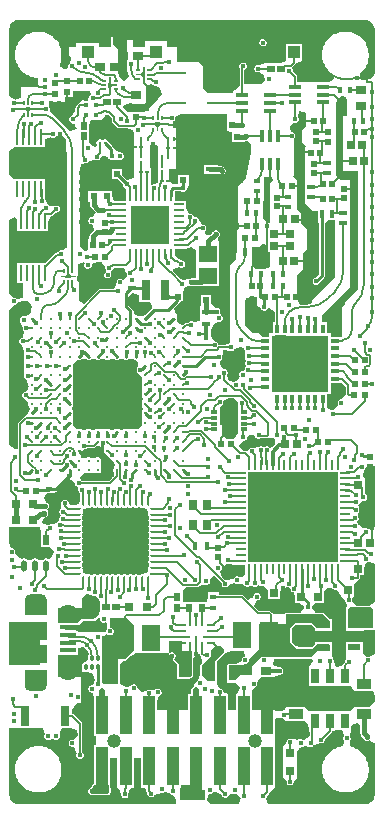
<source format=gtl>
G04*
G04 #@! TF.GenerationSoftware,Altium Limited,Altium Designer,24.2.2 (26)*
G04*
G04 Layer_Physical_Order=1*
G04 Layer_Color=255*
%FSLAX44Y44*%
%MOMM*%
G71*
G04*
G04 #@! TF.SameCoordinates,E5005945-8A51-4B8D-8BE1-141B8C32279E*
G04*
G04*
G04 #@! TF.FilePolarity,Positive*
G04*
G01*
G75*
%ADD11C,0.1524*%
%ADD18C,0.5000*%
G04:AMPARAMS|DCode=19|XSize=0.1925mm|YSize=0.8078mm|CornerRadius=0.0962mm|HoleSize=0mm|Usage=FLASHONLY|Rotation=180.000|XOffset=0mm|YOffset=0mm|HoleType=Round|Shape=RoundedRectangle|*
%AMROUNDEDRECTD19*
21,1,0.1925,0.6154,0,0,180.0*
21,1,0.0000,0.8078,0,0,180.0*
1,1,0.1925,0.0000,0.3077*
1,1,0.1925,0.0000,0.3077*
1,1,0.1925,0.0000,-0.3077*
1,1,0.1925,0.0000,-0.3077*
%
%ADD19ROUNDEDRECTD19*%
G04:AMPARAMS|DCode=20|XSize=0.8078mm|YSize=0.1925mm|CornerRadius=0.0962mm|HoleSize=0mm|Usage=FLASHONLY|Rotation=180.000|XOffset=0mm|YOffset=0mm|HoleType=Round|Shape=RoundedRectangle|*
%AMROUNDEDRECTD20*
21,1,0.8078,0.0000,0,0,180.0*
21,1,0.6154,0.1925,0,0,180.0*
1,1,0.1925,-0.3077,0.0000*
1,1,0.1925,0.3077,0.0000*
1,1,0.1925,0.3077,0.0000*
1,1,0.1925,-0.3077,0.0000*
%
%ADD20ROUNDEDRECTD20*%
%ADD21R,0.8078X0.1925*%
%ADD22R,0.7154X0.6725*%
%ADD23R,1.4986X0.2032*%
%ADD24R,1.0500X0.4500*%
G04:AMPARAMS|DCode=25|XSize=0.3mm|YSize=0.49mm|CornerRadius=0.0495mm|HoleSize=0mm|Usage=FLASHONLY|Rotation=180.000|XOffset=0mm|YOffset=0mm|HoleType=Round|Shape=RoundedRectangle|*
%AMROUNDEDRECTD25*
21,1,0.3000,0.3910,0,0,180.0*
21,1,0.2010,0.4900,0,0,180.0*
1,1,0.0990,-0.1005,0.1955*
1,1,0.0990,0.1005,0.1955*
1,1,0.0990,0.1005,-0.1955*
1,1,0.0990,-0.1005,-0.1955*
%
%ADD25ROUNDEDRECTD25*%
G04:AMPARAMS|DCode=26|XSize=0.3mm|YSize=0.52mm|CornerRadius=0.0495mm|HoleSize=0mm|Usage=FLASHONLY|Rotation=180.000|XOffset=0mm|YOffset=0mm|HoleType=Round|Shape=RoundedRectangle|*
%AMROUNDEDRECTD26*
21,1,0.3000,0.4210,0,0,180.0*
21,1,0.2010,0.5200,0,0,180.0*
1,1,0.0990,-0.1005,0.2105*
1,1,0.0990,0.1005,0.2105*
1,1,0.0990,0.1005,-0.2105*
1,1,0.0990,-0.1005,-0.2105*
%
%ADD26ROUNDEDRECTD26*%
%ADD27R,1.5549X2.3062*%
%ADD28R,0.6725X0.7154*%
%ADD29R,0.8000X0.8000*%
%ADD30R,0.5200X0.5200*%
%ADD31R,0.6500X0.6000*%
%ADD32R,1.3500X0.4000*%
%ADD33R,1.9000X1.5000*%
%ADD34R,0.6000X0.6500*%
%ADD35R,0.5500X0.4500*%
%ADD36R,0.4858X0.9397*%
G04:AMPARAMS|DCode=37|XSize=0.9397mm|YSize=0.4858mm|CornerRadius=0.2429mm|HoleSize=0mm|Usage=FLASHONLY|Rotation=270.000|XOffset=0mm|YOffset=0mm|HoleType=Round|Shape=RoundedRectangle|*
%AMROUNDEDRECTD37*
21,1,0.9397,0.0000,0,0,270.0*
21,1,0.4539,0.4858,0,0,270.0*
1,1,0.4858,0.0000,-0.2269*
1,1,0.4858,0.0000,0.2269*
1,1,0.4858,0.0000,0.2269*
1,1,0.4858,0.0000,-0.2269*
%
%ADD37ROUNDEDRECTD37*%
%ADD38R,0.8000X1.7000*%
%ADD39R,0.8128X0.2540*%
%ADD40R,0.2540X0.8128*%
%ADD41R,5.3086X5.3086*%
%ADD42R,0.5200X0.5200*%
%ADD43R,0.6153X0.5725*%
%ADD44R,0.6000X0.5500*%
%ADD45R,0.8000X0.9000*%
%ADD46R,0.4100X0.6600*%
%ADD47R,0.7500X0.3000*%
%ADD48R,0.3000X0.7500*%
%ADD49R,4.8000X4.8000*%
%ADD50R,0.5153X0.4725*%
%ADD51R,0.4682X0.4725*%
%ADD52R,0.4725X0.4682*%
%ADD53R,0.4500X1.0500*%
G04:AMPARAMS|DCode=54|XSize=0.25mm|YSize=0.675mm|CornerRadius=0.05mm|HoleSize=0mm|Usage=FLASHONLY|Rotation=270.000|XOffset=0mm|YOffset=0mm|HoleType=Round|Shape=RoundedRectangle|*
%AMROUNDEDRECTD54*
21,1,0.2500,0.5750,0,0,270.0*
21,1,0.1500,0.6750,0,0,270.0*
1,1,0.1000,-0.2875,-0.0750*
1,1,0.1000,-0.2875,0.0750*
1,1,0.1000,0.2875,0.0750*
1,1,0.1000,0.2875,-0.0750*
%
%ADD54ROUNDEDRECTD54*%
G04:AMPARAMS|DCode=55|XSize=1.225mm|YSize=0.25mm|CornerRadius=0.05mm|HoleSize=0mm|Usage=FLASHONLY|Rotation=270.000|XOffset=0mm|YOffset=0mm|HoleType=Round|Shape=RoundedRectangle|*
%AMROUNDEDRECTD55*
21,1,1.2250,0.1500,0,0,270.0*
21,1,1.1250,0.2500,0,0,270.0*
1,1,0.1000,-0.0750,-0.5625*
1,1,0.1000,-0.0750,0.5625*
1,1,0.1000,0.0750,0.5625*
1,1,0.1000,0.0750,-0.5625*
%
%ADD55ROUNDEDRECTD55*%
G04:AMPARAMS|DCode=56|XSize=0.25mm|YSize=0.975mm|CornerRadius=0.05mm|HoleSize=0mm|Usage=FLASHONLY|Rotation=270.000|XOffset=0mm|YOffset=0mm|HoleType=Round|Shape=RoundedRectangle|*
%AMROUNDEDRECTD56*
21,1,0.2500,0.8750,0,0,270.0*
21,1,0.1500,0.9750,0,0,270.0*
1,1,0.1000,-0.4375,-0.0750*
1,1,0.1000,-0.4375,0.0750*
1,1,0.1000,0.4375,0.0750*
1,1,0.1000,0.4375,-0.0750*
%
%ADD56ROUNDEDRECTD56*%
G04:AMPARAMS|DCode=57|XSize=0.625mm|YSize=0.25mm|CornerRadius=0.05mm|HoleSize=0mm|Usage=FLASHONLY|Rotation=270.000|XOffset=0mm|YOffset=0mm|HoleType=Round|Shape=RoundedRectangle|*
%AMROUNDEDRECTD57*
21,1,0.6250,0.1500,0,0,270.0*
21,1,0.5250,0.2500,0,0,270.0*
1,1,0.1000,-0.0750,-0.2625*
1,1,0.1000,-0.0750,0.2625*
1,1,0.1000,0.0750,0.2625*
1,1,0.1000,0.0750,-0.2625*
%
%ADD57ROUNDEDRECTD57*%
%ADD58R,0.4725X0.5153*%
%ADD59R,0.4000X0.5000*%
%ADD60R,0.5000X0.4000*%
%ADD61R,0.6500X0.3500*%
%ADD62R,0.3500X0.6500*%
%ADD63R,0.6500X1.0500*%
%ADD64R,0.6750X0.4500*%
%ADD65R,0.4500X0.6750*%
%ADD66C,0.2702*%
%ADD67R,0.3300X0.1500*%
%ADD68R,0.8500X0.6500*%
%ADD69R,0.6500X1.2500*%
%ADD70R,1.2500X0.8500*%
%ADD71R,1.0200X3.2150*%
%ADD72R,0.9500X0.8000*%
%ADD73R,1.0000X1.0500*%
%ADD74R,0.1500X0.3300*%
%ADD75R,0.2794X1.3589*%
%ADD76R,0.8000X1.8000*%
%ADD77R,0.6600X0.4100*%
%ADD78R,0.7000X0.7000*%
%ADD79C,0.2500*%
%ADD80R,0.2500X0.3000*%
%ADD81R,0.3000X0.2500*%
%ADD82R,0.3541X0.2627*%
%ADD83R,0.2750X0.3000*%
%ADD84R,0.2627X0.3541*%
%ADD85R,1.5562X1.4549*%
%ADD86R,0.5600X0.5200*%
%ADD87R,1.1000X0.6000*%
%ADD88R,0.4500X0.4500*%
%ADD89R,0.9500X0.7000*%
%ADD90R,0.3500X0.3000*%
%ADD91R,0.5500X0.5500*%
%ADD92R,0.8000X0.8000*%
%ADD93R,1.0500X2.2000*%
%ADD94R,0.4725X0.5393*%
%ADD100R,5.5000X5.5000*%
%ADD104R,0.3000X1.7000*%
%ADD118C,0.2250*%
%ADD125R,3.2004X3.2004*%
%ADD127C,1.1900*%
%ADD128C,0.1960*%
%ADD129C,0.1270*%
%ADD130C,0.2032*%
%ADD131C,0.1905*%
%ADD132R,0.6000X0.3000*%
%ADD133C,0.2540*%
%ADD134C,0.1397*%
%ADD135C,0.3810*%
%ADD136C,0.3048*%
%ADD137C,0.2150*%
%ADD138C,0.1366*%
%ADD139C,0.5080*%
%ADD140C,0.1417*%
%ADD141C,0.1372*%
%ADD142C,1.0160*%
%ADD143C,0.1372*%
%ADD144C,1.4500*%
%ADD145C,0.4064*%
%ADD146C,0.5000*%
G36*
X118719Y624750D02*
X118726Y624671D01*
X118765Y624518D01*
X118836Y624377D01*
X118935Y624253D01*
X118994Y624200D01*
X119055Y624150D01*
X119154Y624025D01*
X119226Y623883D01*
X119265Y623729D01*
X119269Y623650D01*
X119269Y620350D01*
X119265Y620271D01*
X119226Y620117D01*
X119154Y619975D01*
X119055Y619850D01*
X118994Y619800D01*
X118935Y619747D01*
X118836Y619623D01*
X118765Y619482D01*
X118726Y619329D01*
X118719Y619250D01*
X118719D01*
X118719Y615500D01*
X117219D01*
Y619500D01*
X117210Y619571D01*
X117171Y619709D01*
X117107Y619837D01*
X117020Y619950D01*
X116969Y620000D01*
X116969Y620000D01*
X115869Y621000D01*
X115797Y621075D01*
X115625Y621192D01*
X115429Y621258D01*
X115221Y621267D01*
X115119Y621250D01*
X115119D01*
Y621250D01*
X111469D01*
Y622750D01*
X115119Y622750D01*
X115221Y622733D01*
X115429Y622742D01*
X115625Y622808D01*
X115797Y622925D01*
X115869Y623000D01*
Y623000D01*
X116969Y624000D01*
X117020Y624050D01*
X117107Y624163D01*
X117171Y624291D01*
X117210Y624429D01*
X117219Y624500D01*
X117219D01*
X117219Y628500D01*
X118719D01*
X118719Y624750D01*
D02*
G37*
G36*
X307439Y668097D02*
X308976Y667460D01*
X310359Y666536D01*
X311536Y665359D01*
X312460Y663976D01*
X313097Y662439D01*
X313422Y660807D01*
X313422Y659975D01*
X313423Y622905D01*
X313291Y621374D01*
X309350Y617890D01*
X302301Y617677D01*
X300691Y622711D01*
X301245Y623082D01*
X301530Y623366D01*
X301864Y623589D01*
X303874Y625600D01*
X304098Y625934D01*
X304382Y626218D01*
X305961Y628582D01*
X306115Y628954D01*
X306338Y629288D01*
X307427Y631915D01*
X307505Y632309D01*
X307659Y632680D01*
X308214Y635469D01*
Y635871D01*
X308292Y636265D01*
Y640436D01*
X308214Y640830D01*
Y641232D01*
X307625Y644192D01*
X307471Y644563D01*
X307393Y644957D01*
X306238Y647746D01*
X306014Y648080D01*
X305861Y648451D01*
X304184Y650960D01*
X303900Y651245D01*
X303677Y651579D01*
X301543Y653713D01*
X301209Y653936D01*
X300924Y654220D01*
X298415Y655897D01*
X298044Y656050D01*
X297710Y656273D01*
X294921Y657429D01*
X294527Y657507D01*
X294156Y657661D01*
X291196Y658250D01*
X290795D01*
X290401Y658328D01*
X288892D01*
X288880Y658326D01*
X288868Y658328D01*
X288425Y658325D01*
X286939D01*
X286545Y658247D01*
X286143D01*
X283210Y657663D01*
X282838Y657510D01*
X282445Y657431D01*
X279681Y656287D01*
X279347Y656064D01*
X278976Y655910D01*
X276489Y654248D01*
X276205Y653964D01*
X275871Y653741D01*
X273756Y651626D01*
X273533Y651292D01*
X273249Y651008D01*
X271588Y648521D01*
X271434Y648150D01*
X271211Y647816D01*
X270066Y645053D01*
X269988Y644659D01*
X269834Y644288D01*
X269251Y641354D01*
Y640953D01*
X269172Y640559D01*
Y637209D01*
X269251Y636815D01*
Y636414D01*
X269846Y633422D01*
X269999Y633051D01*
X270078Y632657D01*
X271245Y629839D01*
X271468Y629505D01*
X271622Y629134D01*
X273316Y626598D01*
X273600Y626314D01*
X273824Y625980D01*
X275980Y623823D01*
X276314Y623600D01*
X276598Y623316D01*
X278900Y621778D01*
X279269Y618344D01*
X274811Y615528D01*
X247890D01*
Y620000D01*
X247747Y620723D01*
X247337Y621337D01*
X245469Y623205D01*
X243575Y627901D01*
X246337Y630663D01*
X246337Y630663D01*
X246747Y631277D01*
X247089Y632070D01*
X251778Y633722D01*
X251778D01*
X251778Y636384D01*
Y647778D01*
X238222D01*
Y636420D01*
X238222Y633722D01*
X233947Y631778D01*
X220722D01*
X220722Y631778D01*
X215642Y630069D01*
X215406Y630166D01*
X215406Y630166D01*
X214163Y630166D01*
X214163Y630166D01*
X213015Y629691D01*
X213015Y629691D01*
X212411Y629087D01*
X212136Y628812D01*
X211661Y627663D01*
X211661Y627275D01*
Y627275D01*
X211661Y626421D01*
X211988Y625632D01*
X211988Y625632D01*
X212136Y625272D01*
X213015Y624394D01*
X213015Y624393D01*
X214163Y623918D01*
X214164Y623918D01*
X214552Y623918D01*
X214552Y623918D01*
X215406Y623918D01*
X215406Y623918D01*
X219513Y621250D01*
X220745Y617523D01*
X220307Y616468D01*
X217265Y613750D01*
X204176Y613750D01*
X202891Y613758D01*
Y625933D01*
X203900Y626351D01*
X204189Y626641D01*
X204779Y627230D01*
X204779Y627230D01*
X205254Y628379D01*
X205254Y628379D01*
X205254Y629621D01*
X205254Y629622D01*
X204779Y630770D01*
X204175Y631374D01*
X203900Y631649D01*
X202752Y632124D01*
X202362Y632124D01*
X202362Y632124D01*
X201509Y632124D01*
X200360Y631649D01*
X200360D01*
X199482Y630770D01*
X199481Y630770D01*
X199006Y629622D01*
X199006Y629622D01*
X199006Y629232D01*
X199006Y628379D01*
X199237Y627821D01*
X199109Y627183D01*
Y613781D01*
X199109Y612120D01*
X195517Y608528D01*
X193972D01*
Y608528D01*
X193240Y606750D01*
X171950D01*
X168000Y610700D01*
Y629000D01*
X164000Y633000D01*
X146000D01*
Y647000D01*
X142568Y650432D01*
X112288D01*
Y651000D01*
X104000D01*
Y646078D01*
Y626000D01*
X104000D01*
X104662Y623647D01*
X105133Y619701D01*
X101206Y616202D01*
X97474Y619028D01*
X96097Y623538D01*
X96138Y624750D01*
X96283Y629901D01*
X96425Y634922D01*
X96500Y637581D01*
Y642820D01*
X92433Y646888D01*
X92000Y647320D01*
Y654000D01*
X88000D01*
Y648451D01*
X86920Y648451D01*
X55000D01*
Y638506D01*
X56324Y637182D01*
X56346Y635134D01*
X55676Y631833D01*
X55230Y631649D01*
X54626Y631045D01*
X54351Y630770D01*
X53876Y629621D01*
X53876Y629232D01*
X53876Y628379D01*
X52908Y626539D01*
X50451Y626299D01*
X49288Y627144D01*
X47776Y629231D01*
X47219Y631414D01*
X47427Y631915D01*
X47505Y632309D01*
X47659Y632680D01*
X48214Y635469D01*
Y635871D01*
X48292Y636265D01*
Y640436D01*
X48214Y640830D01*
Y641232D01*
X47625Y644192D01*
X47471Y644563D01*
X47393Y644957D01*
X46238Y647746D01*
X46014Y648080D01*
X45861Y648451D01*
X44184Y650960D01*
X43900Y651245D01*
X43677Y651579D01*
X41543Y653713D01*
X41209Y653936D01*
X40925Y654220D01*
X38415Y655897D01*
X38044Y656050D01*
X37710Y656273D01*
X34922Y657429D01*
X34527Y657507D01*
X34156Y657661D01*
X31196Y658250D01*
X30794D01*
X30401Y658328D01*
X28891D01*
X28880Y658326D01*
X28868Y658328D01*
X28425Y658325D01*
X26939D01*
X26545Y658247D01*
X26143D01*
X23210Y657663D01*
X22838Y657510D01*
X22445Y657431D01*
X19681Y656287D01*
X19347Y656064D01*
X18976Y655910D01*
X16489Y654248D01*
X16205Y653964D01*
X15871Y653741D01*
X13756Y651626D01*
X13533Y651292D01*
X13249Y651008D01*
X11588Y648521D01*
X11434Y648150D01*
X11211Y647816D01*
X10066Y645053D01*
X9988Y644659D01*
X9834Y644288D01*
X9251Y641354D01*
Y640953D01*
X9172Y640559D01*
Y637209D01*
X9251Y636815D01*
Y636414D01*
X9846Y633422D01*
X9999Y633051D01*
X10078Y632657D01*
X11245Y629839D01*
X11468Y629505D01*
X11622Y629134D01*
X13316Y626598D01*
X13600Y626314D01*
X13824Y625980D01*
X15980Y623823D01*
X16314Y623600D01*
X16598Y623316D01*
X19135Y621621D01*
X19506Y621468D01*
X19840Y621244D01*
X22658Y620077D01*
X23052Y619999D01*
X23423Y619845D01*
X26414Y619250D01*
X26816D01*
X27210Y619172D01*
X28735D01*
Y611351D01*
X14317D01*
Y602691D01*
X12834Y601940D01*
X10458Y600958D01*
X8729Y600864D01*
X8670Y600888D01*
X6677Y601776D01*
X4078Y604849D01*
Y659975D01*
Y660807D01*
X4403Y662439D01*
X5040Y663976D01*
X5964Y665359D01*
X7140Y666536D01*
X8524Y667460D01*
X10061Y668097D01*
X11693Y668422D01*
X12525Y668422D01*
X305807D01*
X307439Y668097D01*
D02*
G37*
G36*
X89946Y615500D02*
X89955Y615429D01*
X89993Y615291D01*
X90057Y615163D01*
X90145Y615050D01*
X90196Y615000D01*
X91296Y614000D01*
X91368Y613925D01*
X91539Y613808D01*
X91736Y613742D01*
X91943Y613733D01*
X92046Y613750D01*
Y613750D01*
Y613750D01*
X95696D01*
Y612250D01*
X92046D01*
X91943Y612267D01*
X91736Y612258D01*
X91539Y612192D01*
X91368Y612075D01*
X91296Y612000D01*
X91296D01*
X90196Y611000D01*
X90145Y610950D01*
X90057Y610837D01*
X89993Y610709D01*
X89955Y610571D01*
X89946Y610500D01*
X89946Y606500D01*
X88446D01*
Y610250D01*
X88439Y610329D01*
X88399Y610482D01*
X88328Y610623D01*
X88230Y610747D01*
X88171Y610800D01*
X88110Y610850D01*
X88010Y610975D01*
X87939Y611117D01*
X87899Y611271D01*
X87896Y611350D01*
X87896Y611350D01*
X87896Y614650D01*
X87899Y614729D01*
X87939Y614883D01*
X88010Y615025D01*
X88110Y615149D01*
X88171Y615200D01*
X88230Y615253D01*
X88328Y615377D01*
X88399Y615518D01*
X88439Y615671D01*
X88446Y615750D01*
Y615750D01*
X88446Y619500D01*
X89946D01*
X89946Y615500D01*
D02*
G37*
G36*
X72033Y607857D02*
X73074Y605447D01*
X69733Y600367D01*
X65288Y600367D01*
Y600367D01*
X64671Y598978D01*
X63002Y597676D01*
X60663Y595337D01*
X60253Y594724D01*
X60110Y594000D01*
Y591468D01*
X57379Y587075D01*
X57378Y587075D01*
X57105Y586962D01*
X57105Y586962D01*
X56230Y586599D01*
X56230Y586599D01*
X55351Y585720D01*
Y585720D01*
X54876Y584572D01*
X54876Y584572D01*
X54876Y583329D01*
X55203Y582540D01*
X55351Y582181D01*
Y582181D01*
X55955Y581577D01*
X56230Y581302D01*
X56230Y581302D01*
X57378Y580827D01*
X57379Y580826D01*
X57628D01*
X61170Y576802D01*
X60938Y575499D01*
X55516Y574026D01*
X38230Y591312D01*
X37418Y596392D01*
X38724Y598374D01*
X39429Y598611D01*
X50873D01*
Y603000D01*
X58000D01*
Y607989D01*
X71575D01*
X72033Y607857D01*
D02*
G37*
G36*
X125318Y613947D02*
X125922Y613343D01*
X126197Y613068D01*
X126197D01*
X127345Y612593D01*
X127345Y612593D01*
X127346Y612593D01*
X128588Y612593D01*
X132115Y610709D01*
X133305Y605864D01*
X129900Y601000D01*
X128374Y599474D01*
X122119Y593219D01*
Y591937D01*
X121325Y591072D01*
X115378Y590378D01*
Y590378D01*
X115378Y590378D01*
X106622D01*
Y590378D01*
X104111Y590570D01*
X100278Y594222D01*
X101384Y596541D01*
X106994Y598333D01*
X107931Y597574D01*
X108400Y597105D01*
X118426D01*
X119831Y598510D01*
Y611075D01*
X119832Y612683D01*
X120352Y612937D01*
X125318Y613947D01*
X125318Y613947D01*
D02*
G37*
G36*
X21566Y594158D02*
X21720Y594118D01*
X21862Y594047D01*
X21986Y593948D01*
X22036Y593886D01*
X22090Y593828D01*
X22213Y593729D01*
X22355Y593658D01*
X22508Y593619D01*
X22587Y593611D01*
X22587Y593611D01*
X26337Y593612D01*
Y592112D01*
X22337D01*
X22266Y592102D01*
X22128Y592064D01*
X22000Y592000D01*
X21887Y591913D01*
X21837Y591862D01*
Y591862D01*
X20837Y590762D01*
X20761Y590690D01*
X20645Y590518D01*
X20579Y590322D01*
X20570Y590114D01*
X20587Y590012D01*
X20587Y590012D01*
X20587D01*
Y586362D01*
X19087D01*
Y590012D01*
X19104Y590114D01*
X19095Y590322D01*
X19029Y590518D01*
X18912Y590690D01*
X18837Y590762D01*
X17837Y591862D01*
X17787Y591913D01*
X17673Y592000D01*
X17545Y592064D01*
X17408Y592103D01*
X17337Y592112D01*
X17337Y592112D01*
X13337Y592112D01*
Y593612D01*
X17087Y593612D01*
X17165Y593619D01*
X17319Y593658D01*
X17460Y593729D01*
X17584Y593828D01*
X17637Y593886D01*
X17687Y593948D01*
X17811Y594047D01*
X17953Y594118D01*
X18107Y594158D01*
X18187Y594161D01*
X18187D01*
X21487Y594162D01*
X21566Y594158D01*
D02*
G37*
G36*
X253362Y590471D02*
X255000Y589156D01*
Y578000D01*
X252000Y575000D01*
Y564154D01*
X255000Y561154D01*
X254146Y560300D01*
Y530242D01*
Y523186D01*
Y512882D01*
X260278Y506750D01*
X265222D01*
Y500205D01*
X265222Y498972D01*
X266341Y493892D01*
Y454741D01*
X266341Y452748D01*
X263718Y450124D01*
X263379Y450124D01*
X263378Y450124D01*
X262230Y449649D01*
X262230Y449649D01*
X261351Y448770D01*
Y448770D01*
X260876Y447621D01*
X260876Y447621D01*
X260876Y446379D01*
X261203Y445590D01*
X261351Y445230D01*
X261955Y444626D01*
X262230Y444351D01*
X262344Y444304D01*
X263379Y443876D01*
X263510Y443876D01*
X264621Y443876D01*
X264621Y443876D01*
X264981Y444025D01*
X265770Y444351D01*
X265770D01*
X266648Y445230D01*
X266649Y445230D01*
X266797Y445589D01*
X266798Y445590D01*
X267124Y446378D01*
X267124Y446379D01*
X267234Y446501D01*
X270197Y449790D01*
X270196D01*
X270197Y449791D01*
X270197Y449791D01*
X270453Y450047D01*
X270975Y450828D01*
X271159Y451750D01*
Y452112D01*
X271159Y452113D01*
Y452113D01*
D01*
Y453349D01*
Y494954D01*
X271422Y495366D01*
X273722Y498972D01*
X280000D01*
Y450307D01*
X260592Y430898D01*
Y428235D01*
X256001Y426890D01*
X253071D01*
X250649Y426943D01*
X248000Y431772D01*
Y452000D01*
X253000Y457000D01*
Y471000D01*
X256000Y474000D01*
Y491000D01*
X251000Y496000D01*
Y505000D01*
X248000Y508000D01*
Y532074D01*
X244188Y535886D01*
X245539Y537238D01*
Y567955D01*
X245539Y567955D01*
X245539Y567955D01*
X245814Y568230D01*
X245814Y568230D01*
X246290Y569379D01*
X246290Y569379D01*
X246290Y570621D01*
X246290Y570621D01*
X245814Y571769D01*
X245814Y571770D01*
X245814D01*
X244935Y572649D01*
X244935Y572649D01*
X243787Y573124D01*
X243787Y573124D01*
X243398Y573124D01*
X242544D01*
X241396Y577817D01*
Y577951D01*
X241586Y578213D01*
X245378Y581382D01*
X245767D01*
X245767D01*
X246621Y581382D01*
X246621Y581382D01*
X247410Y581708D01*
X247770Y581857D01*
X247770Y581857D01*
X248648Y582736D01*
X248649Y582736D01*
X248649Y582736D01*
X249124Y583884D01*
X249124Y583884D01*
X249124Y584273D01*
X249124Y584273D01*
X249124Y585127D01*
X249124Y585127D01*
X248975Y585487D01*
Y585487D01*
X248762Y586002D01*
Y586002D01*
X248649Y586275D01*
Y586276D01*
X249352Y591114D01*
X253362Y590471D01*
D02*
G37*
G36*
X131336Y581598D02*
X131490Y581558D01*
X131632Y581487D01*
X131756Y581387D01*
X131806Y581326D01*
X131860Y581267D01*
X131983Y581168D01*
X132125Y581098D01*
X132278Y581058D01*
X132357Y581051D01*
X132357Y581051D01*
X136107Y581051D01*
Y579551D01*
X132107D01*
X132036Y579542D01*
X131898Y579503D01*
X131770Y579439D01*
X131656Y579352D01*
X131606Y579301D01*
Y579301D01*
X130606Y578201D01*
X130531Y578129D01*
X130414Y577958D01*
X130349Y577761D01*
X130339Y577553D01*
X130356Y577451D01*
X130357Y577451D01*
X130357D01*
Y573801D01*
X128856D01*
Y577451D01*
X128874Y577553D01*
X128864Y577761D01*
X128799Y577958D01*
X128682Y578129D01*
X128607Y578201D01*
X127606Y579301D01*
X127556Y579352D01*
X127443Y579439D01*
X127315Y579503D01*
X127177Y579542D01*
X127107Y579551D01*
X127107Y579551D01*
X123106Y579551D01*
Y581051D01*
X126856Y581051D01*
X126935Y581058D01*
X127088Y581098D01*
X127230Y581168D01*
X127353Y581267D01*
X127407Y581326D01*
X127457Y581387D01*
X127581Y581487D01*
X127723Y581558D01*
X127877Y581597D01*
X127956Y581601D01*
X127956D01*
X131257Y581601D01*
X131336Y581598D01*
D02*
G37*
G36*
X49111Y570729D02*
X52000Y567840D01*
Y557000D01*
X51757Y556011D01*
X53000D01*
Y476391D01*
X52281Y475558D01*
X49356Y473532D01*
X48621Y473124D01*
X48232Y473124D01*
X47379D01*
X47379Y473124D01*
X47378Y473124D01*
X47019Y472975D01*
X46230Y472649D01*
X46230D01*
X45352Y471770D01*
X45351Y471770D01*
X45200Y471405D01*
X44151D01*
X43427Y471261D01*
X42814Y470851D01*
X34501Y462538D01*
X33202Y462538D01*
X10825D01*
Y445393D01*
X15787D01*
Y432640D01*
X10707Y431630D01*
X10649Y431770D01*
X10045Y432374D01*
X9770Y432649D01*
X9410Y432797D01*
X8621Y433124D01*
X6619Y434047D01*
X4078Y437134D01*
Y498478D01*
X9158Y501163D01*
X10825Y500026D01*
Y489462D01*
X20745D01*
X22175Y489462D01*
X25825D01*
X27255Y489462D01*
X37175D01*
Y497192D01*
X39767Y502177D01*
X40490Y502320D01*
X41104Y502730D01*
X43513Y505139D01*
X44585Y505139D01*
X44585Y505139D01*
X44858Y505253D01*
X44858Y505253D01*
X45733Y505615D01*
X45733Y505615D01*
X46612Y506494D01*
Y506494D01*
X47087Y507642D01*
X47087Y507642D01*
X47087Y508885D01*
X46761Y509674D01*
X46761Y509674D01*
X46612Y510033D01*
X46008Y510637D01*
X45733Y510912D01*
X45733Y510912D01*
X44585Y511388D01*
X44585Y511388D01*
X44453Y511388D01*
X43342Y511388D01*
X43342Y511388D01*
X42432Y511011D01*
X42175Y510910D01*
X39244Y510614D01*
X37077Y511221D01*
X36749Y511721D01*
X35070Y514967D01*
X35069Y514968D01*
X34782Y515607D01*
X34782Y515607D01*
X34481Y516334D01*
X34481Y516334D01*
X34175Y516823D01*
Y533538D01*
X9158D01*
X7825Y533538D01*
X4078Y536757D01*
Y557243D01*
X9158Y560462D01*
X17745D01*
X19175Y560462D01*
X22825D01*
X24255Y560462D01*
X34175D01*
Y567794D01*
X39230Y568926D01*
X40379Y568450D01*
X40379Y568450D01*
X41621Y568450D01*
X41621Y568450D01*
X42410Y568777D01*
X42769Y568926D01*
X42770Y568926D01*
Y568926D01*
X43374Y569530D01*
X43649Y569805D01*
X47817Y570787D01*
X49111Y570729D01*
D02*
G37*
G36*
X88979Y586587D02*
X90790Y584777D01*
Y583058D01*
X90949Y582260D01*
X91401Y581584D01*
X95837Y577147D01*
X96514Y576695D01*
X97311Y576536D01*
X103928D01*
D01*
X108453Y575196D01*
X109377Y572000D01*
X109377D01*
Y534890D01*
X108509Y534277D01*
X104129Y532587D01*
X104129Y532587D01*
D01*
X99878Y536837D01*
X99878Y537100D01*
D01*
X99878Y537100D01*
Y542187D01*
X91122D01*
Y533431D01*
X96209D01*
X96472Y533431D01*
X100274Y529629D01*
X100274Y529257D01*
Y528645D01*
X100749Y527497D01*
X102952Y525163D01*
Y515357D01*
X93147D01*
X90878Y519497D01*
Y523187D01*
X82122D01*
Y523187D01*
X79878D01*
Y523187D01*
X71122D01*
Y514431D01*
X72444D01*
Y511500D01*
X72677Y510331D01*
X73339Y509339D01*
X77223Y505455D01*
X75872Y503346D01*
X74292Y501394D01*
X73379Y501394D01*
X73378Y501394D01*
X72590Y501067D01*
X72230Y500919D01*
X72230Y500918D01*
X71626Y500315D01*
X71351Y500040D01*
Y500039D01*
X70876Y498891D01*
X70876Y498502D01*
X70876Y498502D01*
X70876Y497648D01*
X71203Y496860D01*
Y496860D01*
X71351Y496500D01*
Y496500D01*
X71955Y495896D01*
Y495896D01*
X72230Y495621D01*
X72230Y495621D01*
X73378Y495146D01*
X73379Y495146D01*
X74002Y495146D01*
X75103Y493673D01*
X76148Y490470D01*
X72839Y487161D01*
X72177Y486170D01*
X71944Y485000D01*
Y482378D01*
X70622D01*
Y475627D01*
X70622Y474055D01*
X69053Y472677D01*
X68636Y472636D01*
X63791Y477013D01*
Y543495D01*
X64122Y543927D01*
X67894Y546876D01*
X68283Y546876D01*
X69137Y546876D01*
X69926Y547203D01*
X70285Y547351D01*
X70889Y547955D01*
X71164Y548230D01*
X71237Y548406D01*
X71970Y548803D01*
X75738Y549791D01*
X76420Y549860D01*
X77568Y549384D01*
X77568Y549384D01*
X77957D01*
X78811Y549384D01*
X78811Y549384D01*
X79960Y549860D01*
X79960Y549860D01*
X80838Y550738D01*
X80838Y550739D01*
X81130Y551442D01*
X83818Y552706D01*
X83965Y552753D01*
X87471Y552256D01*
X87551Y552175D01*
Y552116D01*
X87551Y552116D01*
X87878Y551327D01*
X88026Y550968D01*
X88026Y550968D01*
X88027Y550968D01*
X88630Y550364D01*
X88905Y550089D01*
X88905Y550089D01*
X90054Y549614D01*
X90054Y549613D01*
X90443Y549614D01*
X91296Y549614D01*
X91297Y549613D01*
X91623Y549684D01*
X91623Y549684D01*
X92126Y549793D01*
X93854Y550028D01*
X97379Y549876D01*
X97379Y549876D01*
X98622Y549876D01*
X98622Y549876D01*
X99410Y550203D01*
Y550203D01*
X99770Y550351D01*
X99770Y550351D01*
X100374Y550955D01*
X100649Y551230D01*
Y551230D01*
X101124Y552379D01*
X101124Y552527D01*
X101124Y553621D01*
X100797Y554410D01*
X100649Y554770D01*
Y554770D01*
X100045Y555374D01*
X100045Y555374D01*
X99770Y555648D01*
X99770Y555649D01*
X98622Y556124D01*
X98622Y556124D01*
X98233Y556124D01*
X97379D01*
X95576Y557108D01*
X94516Y558101D01*
X90878Y561578D01*
X90878Y561579D01*
X87761Y565368D01*
X87617Y565715D01*
X87617Y565715D01*
X86765Y566567D01*
X86765D01*
X85652Y567028D01*
X85652Y567028D01*
X84448Y567028D01*
X84448Y567028D01*
X83335Y566567D01*
X83335Y566567D01*
X82665D01*
X82665Y566567D01*
X81552Y567028D01*
X81552Y567028D01*
X80347Y567028D01*
X80347Y567028D01*
X79234Y566567D01*
X79234Y566567D01*
X78383Y565715D01*
X78383Y565715D01*
X77922Y564603D01*
X77922Y564603D01*
X77922Y563398D01*
X77922Y563398D01*
X78144Y562861D01*
X78144Y562861D01*
X78383Y562285D01*
Y562285D01*
X77031Y561012D01*
X72302Y563314D01*
X71778Y564722D01*
X71778Y567225D01*
Y579563D01*
X73632Y583481D01*
X76637Y583811D01*
X81844Y583811D01*
Y583913D01*
X86032Y587178D01*
X88979Y586587D01*
D02*
G37*
G36*
X129730Y561479D02*
Y531026D01*
X129245Y530542D01*
X125030Y528865D01*
X124491Y528929D01*
X123778Y529706D01*
Y535088D01*
X123778D01*
X124257Y536809D01*
X124257Y536809D01*
X124257Y539969D01*
Y542993D01*
X123000D01*
Y559981D01*
X124100Y563898D01*
X125248Y564454D01*
X129730Y561479D01*
D02*
G37*
G36*
X188622Y583378D02*
X188622D01*
Y574622D01*
X192622Y573378D01*
Y564622D01*
X201378D01*
Y564622D01*
X206060Y565400D01*
X209000Y562000D01*
X209000Y561269D01*
Y556000D01*
X204941Y534605D01*
X204941Y534605D01*
Y534605D01*
X198000Y527664D01*
Y497000D01*
X199000Y496000D01*
Y492000D01*
X197000Y490000D01*
Y475010D01*
X195747Y465605D01*
X195747D01*
X191000Y460858D01*
Y438000D01*
Y394649D01*
X186648Y392891D01*
X181959D01*
X181948Y392888D01*
X181347Y393382D01*
X181021Y394170D01*
X180872Y394530D01*
X180872D01*
X180268Y395134D01*
X179993Y395409D01*
X179993D01*
X178845Y395884D01*
X176697Y397353D01*
X174903Y400265D01*
Y406153D01*
X176078Y407122D01*
X176078D01*
X177941Y411431D01*
X181158Y412802D01*
X181269Y412756D01*
X181269Y412756D01*
X181658D01*
X181658D01*
X182512Y412756D01*
X182512Y412756D01*
X183660Y413232D01*
X183660Y413232D01*
X184011Y413582D01*
X184539Y414110D01*
X185014Y415259D01*
X185014Y415259D01*
X185014Y415648D01*
X185014Y415648D01*
X185014Y416502D01*
X185014Y416502D01*
X184866Y416861D01*
X184539Y417650D01*
Y417650D01*
X183660Y418529D01*
X183660Y418529D01*
X182818Y420680D01*
X182818Y421923D01*
X182818Y421923D01*
X182491Y422711D01*
X182343Y423071D01*
X182343Y423071D01*
X182343Y423071D01*
X181464Y423950D01*
X181464Y423950D01*
X180316Y424425D01*
X180315Y424425D01*
X179651Y424425D01*
X179651Y424425D01*
X179099Y424425D01*
X179012Y424472D01*
X175309Y427312D01*
X174935Y427792D01*
Y435393D01*
X166179D01*
Y426637D01*
X166179D01*
X165922Y424878D01*
X165922D01*
X165922Y417222D01*
Y413285D01*
X165003Y413008D01*
X160154Y412692D01*
X160154Y412692D01*
X159006Y413167D01*
X159006Y413167D01*
X159006Y413167D01*
X158617Y413167D01*
X157763D01*
X157763Y413167D01*
X157404Y413018D01*
X157404D01*
X156821Y412777D01*
X156821D01*
X156615Y412692D01*
X156615Y412692D01*
X155761Y411838D01*
X154067D01*
X153343Y411694D01*
X152730Y411285D01*
X151553Y410108D01*
X150627D01*
X147191Y412065D01*
X146000Y413271D01*
X146000Y414368D01*
X146108Y414627D01*
X146107Y414630D01*
X146108Y415782D01*
X146000Y419000D01*
X144951D01*
X143163Y423318D01*
X145993Y427226D01*
X149982Y429860D01*
X151569D01*
Y438141D01*
X151569Y438141D01*
X152715Y442316D01*
X156144Y442790D01*
X157163Y442912D01*
X158267Y442912D01*
X158267Y442912D01*
X162558Y442673D01*
Y442673D01*
X181676D01*
Y456106D01*
X181676Y460778D01*
X181676Y465858D01*
Y479291D01*
X181676D01*
X180791Y484005D01*
X180789Y484371D01*
X181649Y485230D01*
Y485230D01*
X182124Y486379D01*
X182124Y486379D01*
X182124Y487621D01*
X182124Y487622D01*
X181649Y488770D01*
X181045Y489373D01*
X180770Y489649D01*
X179622Y490124D01*
X179622Y490124D01*
X178379Y490124D01*
X178379Y490124D01*
X178019Y489975D01*
X177230Y489649D01*
X177230Y489649D01*
X176352Y488770D01*
X176351Y488770D01*
X176283Y488605D01*
X176169Y488491D01*
X176169Y488491D01*
X175497Y487818D01*
X173849Y486171D01*
X172775Y485956D01*
X169465Y487272D01*
X169673Y489254D01*
X169673Y489254D01*
X170552Y490133D01*
Y490133D01*
X171027Y491282D01*
X171027Y491671D01*
X171027Y492524D01*
X170700Y493313D01*
X170552Y493673D01*
Y493673D01*
X169948Y494277D01*
X169673Y494552D01*
X169673Y494552D01*
X168525Y495027D01*
X168524Y495027D01*
X168524Y495027D01*
X166304Y496501D01*
X164831Y498721D01*
X164355Y499869D01*
X163476Y500748D01*
Y500748D01*
X162328Y501224D01*
X162328Y501224D01*
X161939Y501224D01*
X161085D01*
X161085Y501224D01*
X159497Y502859D01*
Y502859D01*
X159497D01*
X158894Y503463D01*
X158619Y503738D01*
X158619D01*
X157470Y504213D01*
X156228D01*
X156227Y504213D01*
X153853Y508728D01*
Y515357D01*
X144048D01*
Y523285D01*
X144048Y523516D01*
X147601D01*
X150878Y522800D01*
X150878Y522800D01*
X150878Y522800D01*
X152121Y522800D01*
X152121Y522800D01*
X152121Y522800D01*
X152910Y523127D01*
X153269Y523276D01*
X153270Y523276D01*
Y523276D01*
X154087Y524093D01*
X154148Y524155D01*
X154148Y524155D01*
X154624Y525303D01*
X154624Y525303D01*
X155878Y528432D01*
X155878Y528432D01*
Y537187D01*
X147122D01*
Y529151D01*
X143081Y528977D01*
X139467Y532911D01*
Y541809D01*
X145000D01*
Y577101D01*
X142898D01*
X142318Y581941D01*
X143107Y582267D01*
X143466Y582416D01*
Y582416D01*
X144070Y583020D01*
X144345Y583295D01*
X144821Y584443D01*
X144821Y584832D01*
X144821Y585686D01*
X149259Y588247D01*
X188112D01*
X188622Y583378D01*
D02*
G37*
G36*
X227250Y533892D02*
Y532250D01*
X225000Y530000D01*
Y497265D01*
X224148Y496677D01*
X219097Y499364D01*
X219417Y528951D01*
X219471Y534031D01*
X219542Y535066D01*
X219757Y535241D01*
X226070Y535265D01*
X227250Y533892D01*
D02*
G37*
G36*
X162558Y473394D02*
Y465858D01*
X162558Y461186D01*
X162558Y456106D01*
Y449412D01*
X158034D01*
X156865Y449179D01*
X155052Y448640D01*
X152201Y448246D01*
X152049Y448228D01*
X149828Y448545D01*
X142680Y455694D01*
X142569Y455908D01*
X142939Y457125D01*
X143487Y457436D01*
X148053Y458649D01*
X148053D01*
X149201Y458173D01*
X149201Y458173D01*
X150444Y458173D01*
X151233Y458500D01*
X151592Y458649D01*
X152196Y459253D01*
X152471Y459528D01*
X152947Y460676D01*
X152946Y461065D01*
X152947Y461919D01*
X152798Y462278D01*
X152471Y463067D01*
Y463067D01*
X151592Y463946D01*
X151592Y463946D01*
X147845Y465630D01*
X144048Y468729D01*
Y474261D01*
X153853D01*
Y474261D01*
X158056Y475907D01*
X162558Y473394D01*
D02*
G37*
G36*
X223273Y477361D02*
X223325Y477343D01*
Y471892D01*
X225000D01*
Y459211D01*
X220761Y457182D01*
X213205D01*
X210000Y460934D01*
Y470713D01*
X210000Y475760D01*
X215760Y475760D01*
X218245Y478245D01*
X223273Y477361D01*
D02*
G37*
G36*
X54750Y453850D02*
X54733Y453747D01*
X54742Y453540D01*
X54808Y453343D01*
X54925Y453172D01*
X55000Y453100D01*
X55000Y453100D01*
X56000Y452000D01*
X56050Y451949D01*
X56163Y451862D01*
X56291Y451798D01*
X56429Y451759D01*
X56500Y451750D01*
X60500Y451750D01*
Y450250D01*
X56750D01*
X56671Y450243D01*
X56518Y450203D01*
X56377Y450133D01*
X56253Y450034D01*
X56200Y449975D01*
X56150Y449914D01*
X56026Y449814D01*
X55883Y449743D01*
X55729Y449703D01*
X55650Y449700D01*
Y449700D01*
X52350Y449700D01*
X52271Y449703D01*
X52117Y449743D01*
X51975Y449814D01*
X51850Y449914D01*
X51800Y449975D01*
X51800Y449975D01*
X51747Y450034D01*
X51623Y450133D01*
X51482Y450203D01*
X51329Y450243D01*
X51250Y450250D01*
X47500Y450250D01*
Y451750D01*
X51500Y451750D01*
X51571Y451759D01*
X51709Y451798D01*
X51837Y451862D01*
X51950Y451949D01*
X52000Y452000D01*
X52000D01*
X53000Y453100D01*
X53075Y453172D01*
X53192Y453343D01*
X53258Y453540D01*
X53267Y453747D01*
X53250Y453850D01*
X53250D01*
Y457500D01*
X54750D01*
X54750Y453850D01*
D02*
G37*
G36*
X67625Y462991D02*
X67887Y462403D01*
X67497Y461461D01*
X67497Y461461D01*
Y461072D01*
X67497Y461072D01*
X67497Y460218D01*
X67497Y460218D01*
X67973Y459070D01*
X67973Y459070D01*
X68577Y458466D01*
X68852Y458191D01*
X70000Y457715D01*
X70389Y457715D01*
X71243Y457715D01*
X72032Y458042D01*
X72032D01*
X72391Y458191D01*
X72391D01*
X73270Y459070D01*
X73270Y459070D01*
X73745Y460218D01*
X73746Y460218D01*
X73746Y461461D01*
X78439Y463281D01*
X82231D01*
X82924Y462702D01*
X85530Y458982D01*
Y457740D01*
X85797Y457095D01*
X86005Y456591D01*
X85625Y455194D01*
X84746Y454315D01*
Y454315D01*
X84270Y453167D01*
X84270Y453167D01*
X84270Y451924D01*
X84270Y451924D01*
X84597Y451135D01*
X84746Y450776D01*
X85350Y450172D01*
X85625Y449897D01*
X86773Y449421D01*
X87162Y449422D01*
X88016Y449421D01*
X88805Y449748D01*
X88805D01*
X89164Y449897D01*
X89768Y450501D01*
Y450501D01*
X90043Y450776D01*
X90043Y450776D01*
X90519Y451924D01*
X90519Y451924D01*
X90519Y453167D01*
X90519Y453167D01*
X90043Y454315D01*
X90295Y455239D01*
X92995Y458548D01*
X100113D01*
X100879Y457892D01*
X103323Y454288D01*
X103388Y453660D01*
Y452948D01*
X103388Y452948D01*
X103537Y452589D01*
X103737Y452108D01*
X103864Y451800D01*
X100262Y448335D01*
X100261Y448335D01*
X99788Y448749D01*
X99788Y448749D01*
X99243Y448975D01*
X98640Y449225D01*
X98639Y449225D01*
X98251D01*
X98251D01*
X97397Y449225D01*
X97397Y449225D01*
X96608Y448898D01*
X96248Y448749D01*
X95645Y448145D01*
X95370Y447870D01*
X95370Y447870D01*
X94894Y446722D01*
X94894Y446722D01*
X94894Y446008D01*
X94659Y444516D01*
X94435Y443596D01*
X93782Y442498D01*
X92036Y440481D01*
X81094D01*
X80371Y440337D01*
X79757Y439927D01*
X67683Y427853D01*
X66245Y428339D01*
X63214Y430568D01*
X63301Y431004D01*
Y445508D01*
X63014Y446200D01*
X61465Y447952D01*
X61874Y453899D01*
X62000Y454000D01*
X62000Y454000D01*
Y461627D01*
X67080Y463591D01*
X67625Y462991D01*
D02*
G37*
G36*
X113632Y435770D02*
X114222Y432919D01*
Y429222D01*
X123543D01*
X124886Y425643D01*
X125017Y424142D01*
X118983Y418108D01*
X118627D01*
X117560Y417666D01*
X115204Y417172D01*
X112849Y417666D01*
X112849Y417666D01*
X112849D01*
X111782Y418108D01*
X110627D01*
X110627Y418108D01*
X108577Y422577D01*
X108538Y422741D01*
X108538Y422742D01*
X108059Y423459D01*
X104768Y426750D01*
Y433331D01*
X108294Y436645D01*
X113632Y435770D01*
D02*
G37*
G36*
X22277Y427214D02*
X23062Y425125D01*
X22499Y423764D01*
X22084Y421681D01*
Y419927D01*
X20382Y418673D01*
X17004Y417271D01*
X16799Y417356D01*
X16798Y417356D01*
X16410D01*
X16410D01*
X15556Y417356D01*
X15556Y417356D01*
X14408Y416880D01*
X14408Y416880D01*
X13804Y416276D01*
X13529Y416002D01*
X13529Y416002D01*
X13053Y414853D01*
X13053Y414853D01*
X13053Y414464D01*
X13053Y414464D01*
Y413610D01*
X13053Y413610D01*
X13202Y413251D01*
X13529Y412462D01*
X14990Y408858D01*
X15378Y407040D01*
X15404Y406592D01*
X15638Y406027D01*
X15880Y405444D01*
X16759Y404565D01*
X15554Y399715D01*
X15288Y399288D01*
X14871Y398993D01*
X14398Y398797D01*
Y398797D01*
X14038Y398649D01*
X14038Y398648D01*
X13435Y398045D01*
Y398045D01*
X13160Y397770D01*
Y397770D01*
X12684Y396622D01*
X12684Y396622D01*
X12684Y396621D01*
X12684Y395903D01*
X12684Y395379D01*
X12684Y395379D01*
X13011Y394590D01*
Y394590D01*
X13160Y394230D01*
X13160Y394230D01*
X13434Y393955D01*
X13934Y393456D01*
X14738Y392202D01*
X15900Y390291D01*
X16507Y388199D01*
X16982Y387051D01*
Y384906D01*
X16507Y383758D01*
X16507Y383758D01*
X16507Y382515D01*
X16581Y382335D01*
X16982Y380909D01*
Y377363D01*
X16581Y375938D01*
X16507Y375758D01*
X16507Y375369D01*
X16507Y374515D01*
X16581Y374335D01*
X16982Y372909D01*
Y369363D01*
X16581Y367938D01*
X16507Y367758D01*
X16507Y367369D01*
X16507Y366515D01*
X16833Y365726D01*
X16982Y365367D01*
X17257Y365092D01*
X17803Y364546D01*
X17884Y364445D01*
X20029Y360307D01*
X20298Y359332D01*
X20301Y358954D01*
Y358628D01*
X20301Y358628D01*
X20467Y358227D01*
X19663Y356184D01*
X17586Y353534D01*
X17378D01*
X17378Y353534D01*
X16230Y353058D01*
X16230Y353058D01*
X15351Y352179D01*
Y352179D01*
X14876Y351031D01*
X14876Y350642D01*
X14876Y350642D01*
Y349788D01*
X14876Y349788D01*
X14943Y349627D01*
X15351Y348640D01*
Y348640D01*
X16230Y347761D01*
X16230Y347761D01*
X16776Y347535D01*
X16794Y347522D01*
X19624Y344504D01*
X20301Y342628D01*
Y342627D01*
X20743Y341561D01*
X21237Y339205D01*
X20743Y336849D01*
X20301Y335782D01*
Y334628D01*
X20301Y334627D01*
X17298Y332769D01*
X16684Y332359D01*
X12024Y327699D01*
X11614Y327086D01*
X11471Y326362D01*
Y308778D01*
X11471Y305783D01*
X11221Y305210D01*
X9158Y304681D01*
X4078Y308622D01*
X4078Y422866D01*
X4824Y423773D01*
X8621Y426876D01*
X9158Y427098D01*
X9770Y427351D01*
X10374Y427955D01*
X10649Y428230D01*
X11087Y429288D01*
X15503Y430149D01*
X15817Y430205D01*
X16204Y430205D01*
X20194D01*
X22277Y427214D01*
D02*
G37*
G36*
X288994Y602756D02*
X289893Y600314D01*
Y587278D01*
X287000D01*
Y556860D01*
Y540000D01*
X299000D01*
Y440000D01*
X288000Y429000D01*
Y427049D01*
X285903Y424952D01*
Y404930D01*
X285533Y400003D01*
X276255D01*
Y403225D01*
X273033D01*
Y412503D01*
X268665D01*
X268583Y417583D01*
X293000Y442000D01*
Y525000D01*
Y533000D01*
X285000D01*
X281000Y537000D01*
Y598179D01*
X283000Y602000D01*
X284245Y603245D01*
X285465Y603648D01*
X288994Y602756D01*
D02*
G37*
G36*
X214000Y434017D02*
Y426000D01*
X216876Y424379D01*
X216876Y424378D01*
X217351Y423230D01*
X217351Y423230D01*
X218230Y422351D01*
X218230D01*
X219379Y421876D01*
X219379Y421876D01*
X219767Y421876D01*
X219767Y421876D01*
X219768Y421876D01*
X220621Y421876D01*
X220621Y421876D01*
X220981Y422025D01*
X221770Y422351D01*
X221770D01*
X222649Y423230D01*
X222649Y423230D01*
X223124Y424378D01*
X223124Y424379D01*
X223785Y424613D01*
X228864Y421025D01*
Y412503D01*
X227477D01*
Y403225D01*
X224255D01*
Y400003D01*
X218816D01*
X214977Y403000D01*
X210656Y403127D01*
X207191Y406592D01*
X204000Y409783D01*
Y430688D01*
X204003Y430694D01*
X208993Y434725D01*
X214000Y434017D01*
D02*
G37*
G36*
X202537Y390327D02*
X202876Y389603D01*
X203351Y388455D01*
X203601Y384347D01*
X203601Y384346D01*
X203601Y383104D01*
X203601Y383104D01*
X203750Y382744D01*
X204076Y381955D01*
X204076Y381955D01*
X204076D01*
X204382Y379395D01*
X203907Y378246D01*
Y377004D01*
X204367Y375672D01*
X203345Y372786D01*
X202332Y371184D01*
X201513Y371125D01*
X201513D01*
X201513Y371125D01*
X200365Y370650D01*
X200365Y370649D01*
X199761Y370046D01*
X199486Y369771D01*
X199486Y369771D01*
X199486Y369771D01*
X199010Y368623D01*
X199010Y368622D01*
X199010Y368233D01*
X199010D01*
Y367380D01*
X199010Y367379D01*
X199159Y367020D01*
X199187Y366953D01*
X199380Y366488D01*
X198738Y365151D01*
X197372Y363179D01*
X196409Y362124D01*
X195398D01*
X195398Y362124D01*
X194250Y361649D01*
X194250D01*
X194174Y361572D01*
X189412Y363477D01*
X188964Y365048D01*
X188522Y367742D01*
X188502Y367907D01*
X188503Y367907D01*
X188978Y369055D01*
X188978Y369055D01*
X188978Y370298D01*
X188978Y370298D01*
X188651Y371087D01*
X188651D01*
X188503Y371446D01*
X188502Y371446D01*
X187899Y372050D01*
X187624Y372325D01*
X187624Y372325D01*
X186475Y372801D01*
X186475Y372801D01*
X186086Y372801D01*
X185233D01*
X185232Y372801D01*
X182718Y377087D01*
X182316Y378894D01*
X182704Y379433D01*
X183316Y380271D01*
X183752Y380707D01*
X184163Y381119D01*
X184639Y382267D01*
X184639Y382656D01*
X184639Y383510D01*
X187547Y387544D01*
X190230Y388351D01*
X190231Y388351D01*
X191379Y387876D01*
X191379Y387876D01*
X192621Y387876D01*
X192622Y387876D01*
X193410Y388203D01*
X193769Y388351D01*
X193770Y388351D01*
Y388351D01*
X194374Y388955D01*
X194648Y389230D01*
X194649Y389230D01*
X194796Y389585D01*
X199519Y391473D01*
X199881Y391563D01*
X202537Y390327D01*
D02*
G37*
G36*
X109560Y380744D02*
X110627Y380302D01*
X111593D01*
X112070Y379817D01*
X113333Y377692D01*
X113237Y374848D01*
X113141Y374559D01*
X112626Y374045D01*
X112351Y373770D01*
Y373769D01*
X111876Y372621D01*
X111876Y372621D01*
X111876Y372621D01*
X111876Y372233D01*
X111876Y371379D01*
X111876Y371379D01*
X112025Y371019D01*
X112351Y370230D01*
X112351Y370230D01*
X113230Y369352D01*
X115476Y366979D01*
X116680Y365631D01*
X116743Y360849D01*
X116301Y359782D01*
X116301Y359782D01*
X116301Y358628D01*
X116743Y357561D01*
Y357561D01*
X116743Y357560D01*
Y352849D01*
X116301Y351782D01*
X116301Y351782D01*
X116301Y350628D01*
X116743Y349561D01*
X117237Y347205D01*
X116743Y344850D01*
X116743Y344849D01*
Y344849D01*
X116301Y343782D01*
X116301Y342628D01*
X116301Y342627D01*
X116743Y341561D01*
Y341561D01*
X116743Y341561D01*
X117237Y339205D01*
X116743Y336849D01*
X116301Y335782D01*
X116301Y334628D01*
X116301Y334627D01*
X116444Y334283D01*
X116746Y333036D01*
X116753Y331205D01*
X116746Y329373D01*
X116444Y328126D01*
X116301Y327782D01*
Y326627D01*
X116090Y325671D01*
X114743Y323666D01*
X112739Y322319D01*
X111782Y322108D01*
X110627D01*
X110283Y321965D01*
X109036Y321664D01*
X107205Y321657D01*
X105373Y321664D01*
X104126Y321965D01*
X103782Y322108D01*
X102627D01*
X101560Y321665D01*
X99205Y321172D01*
X96849Y321665D01*
X95782Y322108D01*
X94627Y322108D01*
X94627Y322108D01*
X93560Y321665D01*
X93560D01*
X93560Y321665D01*
X91205Y321172D01*
X88849Y321665D01*
X87782Y322108D01*
X86627D01*
X86283Y321965D01*
X85036Y321664D01*
X83204Y321656D01*
X81373Y321664D01*
X80126Y321965D01*
X79781Y322108D01*
X78627D01*
X77560Y321665D01*
X77560D01*
X77560Y321665D01*
X75204Y321172D01*
X72849Y321665D01*
X71782Y322108D01*
X70627D01*
X69560Y321665D01*
X67204Y321172D01*
X64848Y321665D01*
X64848Y321665D01*
X64848D01*
X63781Y322108D01*
X62627D01*
X62283Y321965D01*
X61595Y322132D01*
X59294Y323708D01*
X58379Y325397D01*
X58107Y326627D01*
X58107Y326627D01*
X58107Y327782D01*
X57665Y328849D01*
Y328849D01*
X57665D01*
Y333561D01*
X58107Y334627D01*
X58107Y334628D01*
X58107Y335782D01*
X57665Y336849D01*
X57171Y339205D01*
X57665Y341561D01*
X58107Y342627D01*
X58107Y343782D01*
X58107Y343782D01*
X57665Y344849D01*
D01*
Y349561D01*
X57665Y349561D01*
Y349561D01*
X58107Y350628D01*
Y351782D01*
X57665Y352849D01*
Y357561D01*
X58107Y358628D01*
X58107Y358628D01*
X58107Y359782D01*
X57665Y360849D01*
Y360849D01*
X57665Y360849D01*
Y365560D01*
X58107Y366628D01*
X58107Y366628D01*
X58107Y367782D01*
X57965Y368126D01*
X57663Y369374D01*
X57656Y371205D01*
X57663Y373036D01*
X57965Y374283D01*
X58107Y374627D01*
X58107Y374627D01*
X58107Y375782D01*
X58318Y376739D01*
X59666Y378743D01*
X61670Y380091D01*
X62627Y380302D01*
X63781Y380302D01*
X63781Y380302D01*
X64848Y380744D01*
D01*
X69560D01*
X70627Y380302D01*
X70627Y380302D01*
X71782Y380302D01*
X72126Y380444D01*
X73373Y380746D01*
X75204Y380753D01*
X77035Y380746D01*
X78283Y380444D01*
X78627Y380302D01*
X79781Y380302D01*
X79781Y380302D01*
X80126Y380444D01*
X81373Y380746D01*
X83204Y380753D01*
X85036Y380746D01*
X86283Y380444D01*
X86627Y380302D01*
X87782D01*
X88126Y380444D01*
X89373Y380746D01*
X91205Y380753D01*
X93036Y380746D01*
X94283Y380444D01*
X94627Y380302D01*
X94627Y380302D01*
X95782Y380302D01*
X96126Y380444D01*
X97373Y380746D01*
X99205Y380753D01*
X101036Y380746D01*
X102283Y380444D01*
X102627Y380302D01*
X103782D01*
X104849Y380744D01*
X107205Y381238D01*
X109560Y380744D01*
D02*
G37*
G36*
X238755Y398225D02*
X274255D01*
Y365725D01*
X271255D01*
Y353225D01*
X229255D01*
Y359225D01*
X226255D01*
Y398225D01*
X229255D01*
Y401225D01*
X238755D01*
Y398225D01*
D02*
G37*
G36*
X285533Y360947D02*
X288996Y357301D01*
Y351420D01*
X287001Y348810D01*
X285296Y347305D01*
X284609Y347305D01*
X284609Y347305D01*
X283820Y346978D01*
X283461Y346829D01*
X283461Y346829D01*
X282857Y346225D01*
Y346225D01*
X282582Y345950D01*
Y345950D01*
X282106Y344802D01*
X282106Y344802D01*
X282106Y344413D01*
X282106Y344413D01*
Y343559D01*
X282106Y343559D01*
X282433Y342770D01*
Y342770D01*
X282582Y342411D01*
X282582Y342411D01*
X279258Y338551D01*
X278621Y338124D01*
X277379D01*
X274795Y338509D01*
X272920Y339633D01*
X273033Y341947D01*
X273033D01*
Y351225D01*
X276255D01*
Y360947D01*
X285533Y360947D01*
D02*
G37*
G36*
X194680Y347925D02*
X198053Y344121D01*
X197722Y339779D01*
X197722Y339778D01*
X197722D01*
Y328222D01*
X197722Y318222D01*
X194610Y313693D01*
X194573Y313686D01*
X188378D01*
X186536Y314720D01*
X184256Y317466D01*
Y325506D01*
X184217Y325545D01*
X182278D01*
Y339778D01*
X184925Y343230D01*
X184926Y343230D01*
Y343230D01*
X185401Y344379D01*
Y345621D01*
X185401Y345621D01*
X189916Y347996D01*
X194578D01*
X194680Y347925D01*
D02*
G37*
G36*
X212017Y316269D02*
Y316024D01*
X212017Y316024D01*
X212344Y315235D01*
X212493Y314876D01*
X212493Y314876D01*
X213372Y313997D01*
X213372Y313997D01*
X213372D01*
X214520Y313521D01*
X214520Y313521D01*
X214909Y313521D01*
X214909Y313521D01*
X215763Y313521D01*
X215763Y313521D01*
X216911Y313997D01*
X216911D01*
X217183Y314269D01*
X218776D01*
X218799Y314253D01*
X219522Y314109D01*
X222357D01*
X223081Y314253D01*
X226900Y314549D01*
X228454Y313873D01*
X228773Y313427D01*
X229149Y308778D01*
X229106Y308517D01*
X228822Y308233D01*
X224649Y305770D01*
X223770Y306649D01*
X223770D01*
X222621Y307124D01*
X221379D01*
X221379Y307124D01*
X221019Y306975D01*
X220230Y306649D01*
X220230Y306649D01*
X218613D01*
X218613Y306649D01*
X217465Y307124D01*
X217465Y307124D01*
X216222Y307124D01*
X216222Y307124D01*
X216222Y307124D01*
X215433Y306797D01*
X215074Y306649D01*
X215074Y306649D01*
X210399Y306025D01*
X210272Y306078D01*
X209883Y306078D01*
X209029Y306078D01*
X208240Y305751D01*
X207881Y305602D01*
X207606Y305327D01*
X207002Y304723D01*
X205147Y303429D01*
X204050Y303312D01*
X204050Y303312D01*
X202484D01*
X198382Y307539D01*
X198419Y308503D01*
X201770Y312106D01*
X201770Y312107D01*
X202159Y312107D01*
X203012Y312107D01*
X203013Y312107D01*
X203801Y312433D01*
X204161Y312582D01*
X205039Y313461D01*
X205040Y313461D01*
X205255Y313980D01*
X206693Y316997D01*
X210683Y317129D01*
X212017Y316269D01*
D02*
G37*
G36*
X83272Y306411D02*
X84030Y305013D01*
X84302Y303782D01*
X84302Y303782D01*
X84302Y303782D01*
X84302Y302627D01*
X84302Y302627D01*
X84743Y301560D01*
X84743Y301560D01*
X84744Y301560D01*
X85560Y300744D01*
X85560Y300744D01*
X86627Y300302D01*
X86627Y300301D01*
X86627Y300301D01*
X87876Y299379D01*
X87876Y299379D01*
X88351Y298230D01*
X88351D01*
X89230Y297351D01*
X89230Y297351D01*
X89230D01*
X92302Y294627D01*
X92744Y293560D01*
Y293560D01*
X92744Y293560D01*
X93237Y291204D01*
X92744Y288849D01*
X92302Y287782D01*
X92302Y287782D01*
X92302Y287782D01*
X92302Y286627D01*
X92302Y286627D01*
X92743Y285560D01*
X92744Y285560D01*
X91488Y280666D01*
X88687Y277865D01*
X65282D01*
X64798Y278348D01*
X64524Y278623D01*
X64523Y278623D01*
X63834Y281404D01*
X67005Y284752D01*
X67204Y284753D01*
X69035Y284746D01*
X70283Y284444D01*
X70627Y284301D01*
X71782D01*
X72126Y284444D01*
X73373Y284746D01*
X75204Y284753D01*
X77035Y284746D01*
X78283Y284444D01*
X78627Y284301D01*
X78627Y284301D01*
X79781Y284301D01*
X79782Y284302D01*
X80849Y284743D01*
X80849Y284744D01*
X81665Y285560D01*
X81665Y285560D01*
X82107Y286627D01*
X82107Y286627D01*
X82107Y287782D01*
X82107Y287782D01*
X81965Y288126D01*
X81870Y288516D01*
X81663Y289373D01*
X81656Y291204D01*
X81663Y293036D01*
X81965Y294283D01*
X82107Y294627D01*
X82107Y294627D01*
Y295782D01*
X82107Y295782D01*
X81665Y296849D01*
X81665Y296849D01*
X80849Y297666D01*
X80849Y297666D01*
X79782Y298107D01*
X79781Y298108D01*
X78627Y298108D01*
X78627Y298108D01*
X78283Y297965D01*
X77892Y297871D01*
X77035Y297664D01*
X75204Y297657D01*
X73373Y297664D01*
X72126Y297965D01*
X71782Y298108D01*
X70627D01*
X70283Y297965D01*
X69035Y297664D01*
X67204Y297657D01*
X65373Y297664D01*
X65165Y297714D01*
X64636Y298640D01*
X63820Y300562D01*
X64060Y300946D01*
X67392Y304648D01*
X67621D01*
X67621Y304648D01*
X67981Y304797D01*
X68770Y305124D01*
X68770D01*
X69528Y305882D01*
X75772Y305882D01*
X76495Y306026D01*
X77109Y306436D01*
X78299Y307626D01*
X83272Y306411D01*
D02*
G37*
G36*
X55584Y279391D02*
X56747Y278587D01*
X59341Y276373D01*
X59630Y275987D01*
X59630Y275353D01*
X60105Y274204D01*
X60984Y273326D01*
Y273326D01*
X60986Y273325D01*
X62139Y272831D01*
X62701Y271239D01*
X62701Y269996D01*
X62701Y269996D01*
X63177Y268848D01*
X64011Y266964D01*
X63919Y264898D01*
X63706Y263829D01*
Y262155D01*
X63405Y258317D01*
X58509Y257365D01*
X56457Y257840D01*
X54710Y259174D01*
X53649Y260770D01*
X53649Y260770D01*
X53649Y260770D01*
X53459Y260960D01*
X53459D01*
X52770Y261649D01*
X52770Y261649D01*
X51621Y262124D01*
X51621Y262124D01*
X51233D01*
X51233D01*
X50378Y262124D01*
X50378Y262124D01*
X49590Y261797D01*
X49590Y261797D01*
X49230Y261649D01*
X48626Y261045D01*
X48626Y261045D01*
X48351Y260770D01*
X48351Y260770D01*
X47876Y259622D01*
X47876Y259622D01*
X47876Y259233D01*
X47876Y259233D01*
Y258379D01*
X47876Y258379D01*
X47876Y258379D01*
X47994Y258032D01*
Y258032D01*
X48324Y257067D01*
X47938Y254752D01*
X47016Y253610D01*
X47016Y253610D01*
Y253610D01*
X46540Y252461D01*
X46540Y252461D01*
X46540Y252461D01*
X46540Y252072D01*
Y251218D01*
X46540Y251218D01*
X46689Y250859D01*
X47015Y250070D01*
X47016Y250070D01*
X47016Y250070D01*
X47666Y248812D01*
X46949Y247620D01*
X46473Y246471D01*
Y245229D01*
X44981Y243649D01*
X44981D01*
Y243649D01*
X44605Y243273D01*
X43392Y242480D01*
X41697Y241787D01*
X39732Y241209D01*
X38933Y241124D01*
X38201D01*
X38201Y241124D01*
X38201Y241124D01*
X37454Y240815D01*
X36658Y240769D01*
X32086Y242164D01*
X31984Y242778D01*
X34475Y247230D01*
X34476Y247230D01*
X35624Y247705D01*
X35624Y247705D01*
X36227Y248309D01*
X36502Y248584D01*
X36502Y248584D01*
X36502Y248584D01*
X36978Y249732D01*
X36978Y249732D01*
X36978Y250121D01*
X36978Y250121D01*
Y250975D01*
X36978Y250975D01*
X36502Y252124D01*
X36466Y254016D01*
X37341Y255069D01*
X37341Y255069D01*
X37341Y255069D01*
X37817Y256217D01*
X37817Y256217D01*
Y256606D01*
Y256606D01*
X37817Y257460D01*
X37817Y257460D01*
X37668Y257820D01*
X37341Y258608D01*
Y258608D01*
X36463Y259487D01*
X36462Y259487D01*
X35314Y259963D01*
X35314Y259963D01*
X33523Y263173D01*
X36353Y267299D01*
X42132Y267299D01*
Y267299D01*
X43509Y268792D01*
X44424Y269035D01*
X45140Y269515D01*
X45141Y269515D01*
X46416Y270790D01*
X55017Y279391D01*
X55334D01*
X55584D01*
D02*
G37*
G36*
X313436Y290306D02*
X313438Y238876D01*
X310931Y237711D01*
X308358Y237318D01*
X308027Y237649D01*
X306879Y238125D01*
X306490Y238125D01*
X305636D01*
X305636Y238125D01*
X305277Y237976D01*
X304730Y237750D01*
X303951Y237975D01*
X300036Y240353D01*
X299561Y241502D01*
X299561Y241502D01*
X298843Y242873D01*
X299359Y244446D01*
X299834Y245595D01*
X299834Y245984D01*
X299834Y246837D01*
X299685Y247197D01*
X299359Y247986D01*
X299168Y250287D01*
X299980Y251966D01*
X299980Y251966D01*
X300456Y253114D01*
Y254357D01*
X299980Y255506D01*
X299781Y257202D01*
X300641Y258237D01*
X300641Y258237D01*
X300642Y258238D01*
X301292Y259500D01*
X303245Y260778D01*
X304637Y260876D01*
X304637Y260876D01*
X304637Y260876D01*
X305786Y261351D01*
X305786Y261352D01*
X306389Y261955D01*
X306664Y262230D01*
Y262230D01*
X307140Y263378D01*
X307140Y263379D01*
X307140Y263768D01*
X307140Y263768D01*
X307140Y264621D01*
X307140Y264621D01*
X306664Y265770D01*
Y265770D01*
X305867Y266567D01*
Y266567D01*
X305786Y266649D01*
X305786Y266649D01*
X305456Y266785D01*
X304957Y271658D01*
Y272001D01*
X304955Y272009D01*
X304932Y276728D01*
Y279741D01*
X304932Y279741D01*
X303834Y282366D01*
X304427Y287200D01*
X305031Y287804D01*
X305306Y288079D01*
X305527Y288612D01*
X308353Y290701D01*
X310407Y291568D01*
X313436Y290306D01*
D02*
G37*
G36*
X94524Y255699D02*
X95431Y255094D01*
X96500Y254881D01*
X97569Y255094D01*
X98476Y255699D01*
X99524D01*
X100431Y255094D01*
X101500Y254881D01*
X102569Y255094D01*
X103476Y255699D01*
X104524D01*
X105431Y255094D01*
X106500Y254881D01*
X107569Y255094D01*
X108476Y255699D01*
X109524D01*
X110431Y255094D01*
X111500Y254881D01*
X112569Y255094D01*
X113476Y255699D01*
X114524D01*
X115431Y255094D01*
X116500Y254881D01*
X117000Y254981D01*
X118198Y254863D01*
X120878Y253878D01*
X121863Y251198D01*
X121980Y250000D01*
X121881Y249500D01*
X122094Y248431D01*
X122537Y247000D01*
X122094Y245569D01*
X121881Y244500D01*
X122094Y243431D01*
X122094Y243431D01*
X122699Y242524D01*
Y241476D01*
X122094Y240569D01*
X121881Y239500D01*
X122094Y238431D01*
X122699Y237524D01*
Y236476D01*
X122094Y235569D01*
X122094Y235569D01*
X121881Y234500D01*
X122094Y233431D01*
X122537Y232000D01*
X122094Y230569D01*
X121881Y229500D01*
X122094Y228431D01*
X122094Y228431D01*
X122699Y227524D01*
Y226476D01*
X122094Y225569D01*
X122094Y225569D01*
X121881Y224500D01*
X122094Y223431D01*
X122537Y222000D01*
X122094Y220569D01*
X121881Y219500D01*
X122094Y218431D01*
X122094Y218431D01*
X122699Y217524D01*
Y216476D01*
X122094Y215569D01*
X121881Y214500D01*
X122094Y213431D01*
X122699Y212524D01*
Y211476D01*
X122094Y210569D01*
X122094Y210569D01*
X121881Y209500D01*
X122094Y208431D01*
X122537Y207000D01*
X122094Y205569D01*
X122094Y205569D01*
X122094Y205569D01*
X121881Y204500D01*
X121910Y203283D01*
X121863Y202802D01*
X121259Y201159D01*
X119447Y200053D01*
X116855Y199048D01*
X116500Y199119D01*
X115431Y198906D01*
X114524Y198301D01*
X113476D01*
X112569Y198906D01*
X111500Y199119D01*
X110431Y198906D01*
X109524Y198301D01*
X108476D01*
X107569Y198906D01*
X106500Y199119D01*
X105431Y198906D01*
X104524Y198301D01*
X103476D01*
X102569Y198906D01*
X101500Y199119D01*
X100431Y198906D01*
X99524Y198301D01*
X98476D01*
X97569Y198906D01*
X96500Y199119D01*
X95431Y198906D01*
X94524Y198301D01*
X93476D01*
X92569Y198906D01*
X92569Y198906D01*
X91500Y199119D01*
X90431Y198906D01*
X89000Y198463D01*
X87569Y198906D01*
X86500Y199119D01*
X85431Y198906D01*
X85431Y198906D01*
X84524Y198301D01*
X83476D01*
X82569Y198906D01*
X81500Y199119D01*
X80431Y198906D01*
X79524Y198301D01*
X78476D01*
X77569Y198906D01*
X76500Y199119D01*
X75431Y198906D01*
X74524Y198301D01*
X73476D01*
X72569Y198906D01*
X71500Y199119D01*
X71000Y199020D01*
X69802Y199137D01*
X67122Y200122D01*
X66137Y202802D01*
X66020Y204000D01*
X66119Y204500D01*
X65906Y205569D01*
X65463Y207000D01*
X65906Y208431D01*
X66119Y209500D01*
X65906Y210569D01*
X65906Y210569D01*
X65301Y211476D01*
Y212524D01*
X65906Y213431D01*
X66119Y214500D01*
X65906Y215569D01*
X65301Y216476D01*
Y217524D01*
X65906Y218431D01*
X65906Y218431D01*
X66119Y219500D01*
X65906Y220569D01*
X65463Y222000D01*
X65906Y223431D01*
X66119Y224500D01*
X65906Y225569D01*
X65906Y225569D01*
X65301Y226476D01*
Y227524D01*
X65906Y228431D01*
X65906Y228431D01*
X66119Y229500D01*
X65906Y230569D01*
X65463Y232000D01*
X65906Y233431D01*
X66119Y234500D01*
X65906Y235569D01*
X65906Y235569D01*
X65301Y236476D01*
Y237524D01*
X65906Y238431D01*
X66119Y239500D01*
X65906Y240569D01*
X65301Y241476D01*
Y242524D01*
X65906Y243431D01*
X65906Y243431D01*
X66119Y244500D01*
X65906Y245569D01*
X65463Y247000D01*
X65906Y248431D01*
X66119Y249500D01*
X66020Y250000D01*
X66137Y251198D01*
X67122Y253878D01*
X69802Y254863D01*
X71000Y254981D01*
X71500Y254881D01*
X72569Y255094D01*
X73476Y255699D01*
X74524D01*
X75431Y255094D01*
X76500Y254881D01*
X77569Y255094D01*
X78476Y255699D01*
X79524D01*
X80431Y255094D01*
X81500Y254881D01*
X82569Y255094D01*
X83476Y255699D01*
X84524D01*
X85431Y255094D01*
X85431Y255094D01*
X86500Y254881D01*
X87569Y255094D01*
X89000Y255537D01*
X90431Y255094D01*
X91500Y254881D01*
X92569Y255094D01*
X92569Y255094D01*
X93476Y255699D01*
X94524D01*
D02*
G37*
G36*
X30267Y238618D02*
X31201Y234989D01*
X31293Y234538D01*
Y221679D01*
X38555D01*
X39148Y221547D01*
X39814Y221197D01*
X41653Y217856D01*
X39555Y212845D01*
X37357Y211934D01*
X37142Y212078D01*
X35500Y212404D01*
X33859Y212078D01*
X32298Y211148D01*
X29202D01*
X27642Y212078D01*
X26000Y212404D01*
X24358Y212078D01*
X22798Y211148D01*
X19702D01*
X18141Y212078D01*
X16500Y212404D01*
X14858Y212078D01*
X10453Y214203D01*
X9053Y217129D01*
X9156Y217379D01*
X9156Y217379D01*
Y217768D01*
X9156Y217768D01*
X9156Y218622D01*
X9156Y218622D01*
X8829Y219410D01*
X8680Y219770D01*
X7802Y220648D01*
X7802Y220649D01*
X6653Y221124D01*
X6653Y221124D01*
X6264Y221124D01*
X5410D01*
X4078Y225818D01*
Y239222D01*
X13700D01*
X15336Y239222D01*
X18780D01*
X20416Y239222D01*
X29335D01*
X30267Y238618D01*
D02*
G37*
G36*
X282700Y281965D02*
Y276964D01*
Y271963D01*
Y266962D01*
Y261960D01*
Y256959D01*
Y251958D01*
Y246957D01*
Y241955D01*
Y236954D01*
Y231953D01*
Y226952D01*
Y221950D01*
Y216949D01*
Y211948D01*
Y209404D01*
X206500D01*
Y211948D01*
Y216949D01*
Y221950D01*
Y226952D01*
Y231953D01*
Y236954D01*
Y241955D01*
Y246957D01*
Y251958D01*
Y256959D01*
Y261960D01*
Y266962D01*
Y271963D01*
Y276964D01*
Y281965D01*
Y285604D01*
X282700D01*
Y281965D01*
D02*
G37*
G36*
X311850Y208776D02*
X313439Y207936D01*
X313441Y175869D01*
X313351Y175772D01*
X308361Y172182D01*
X298010D01*
X297413Y172665D01*
X294680Y176407D01*
X294680Y177649D01*
X296018Y180580D01*
X296018D01*
Y188638D01*
X296018Y190861D01*
X299770Y194066D01*
X299812Y194075D01*
X300489Y194527D01*
X300941Y195203D01*
X301099Y196001D01*
Y198125D01*
X304369D01*
Y204183D01*
X305756Y208648D01*
X307070Y208876D01*
X307070D01*
X308218Y209352D01*
X308359Y209493D01*
X311850Y208776D01*
D02*
G37*
G36*
X189799Y207641D02*
X189799Y207641D01*
X194816Y206946D01*
X195157D01*
X195157Y206946D01*
X204042D01*
Y199465D01*
X204009Y199396D01*
X201079Y196823D01*
X198958Y196579D01*
X198622Y196665D01*
X197708Y197043D01*
X197708Y197043D01*
X197319Y197043D01*
X196465Y197043D01*
X195676Y196716D01*
X195317Y196568D01*
X195317D01*
X194713Y195964D01*
X194438Y195689D01*
X194438Y195689D01*
X194124Y194931D01*
X193696Y194724D01*
X188770Y193649D01*
X187621Y194124D01*
X186708D01*
X184365Y196467D01*
X182660Y201259D01*
Y201259D01*
X183264Y201863D01*
X183539Y202138D01*
X184014Y203286D01*
X184014Y203675D01*
X184014Y204442D01*
X184351Y204806D01*
X188556Y207641D01*
X188945Y207641D01*
X189799D01*
X189799Y207641D01*
D02*
G37*
G36*
X183876Y191609D02*
X183876Y190378D01*
X183876Y190378D01*
X183956Y190184D01*
X183957Y190184D01*
X184351Y189230D01*
X184352Y189230D01*
X185230Y188351D01*
X185230D01*
X186379Y187876D01*
X186379Y187876D01*
X187621Y187876D01*
X187621Y187876D01*
X188410Y188203D01*
X188770Y188351D01*
X188770D01*
X189374Y188955D01*
X189648Y189230D01*
X189649Y189230D01*
X189962Y189988D01*
X191220Y190595D01*
X195204Y191383D01*
X195317Y191270D01*
X196465Y190795D01*
X196854Y190795D01*
X197708Y190795D01*
X199809Y190721D01*
X200918Y190290D01*
X203290Y189163D01*
X203503Y188983D01*
X203888Y188599D01*
X203888D01*
X205036Y188123D01*
X205425Y188123D01*
X206279Y188123D01*
X207427Y188599D01*
X207427Y188599D01*
X210288Y188565D01*
X210288Y188565D01*
X211437Y188090D01*
X211826Y188090D01*
X212679Y188090D01*
X213828Y188565D01*
X213828D01*
X213828Y188565D01*
X215020Y189433D01*
X217008Y189361D01*
X218157Y188886D01*
X218167Y188885D01*
X219536Y188725D01*
X222757Y184933D01*
Y177640D01*
X233037D01*
Y184919D01*
X234762Y186583D01*
X239296Y188245D01*
X240445Y187769D01*
X242325Y186044D01*
X242325Y186044D01*
X242800Y184895D01*
X242800Y184895D01*
X243679Y184017D01*
X243679Y184016D01*
X244827Y183541D01*
X244827Y183541D01*
X246089Y178822D01*
Y174860D01*
X249824D01*
X253896Y171622D01*
X253896Y171622D01*
X253896Y170379D01*
X251115Y166630D01*
X250554Y166182D01*
X238110D01*
X237274Y165836D01*
X236928Y165000D01*
X227188D01*
Y165107D01*
X227044Y165831D01*
X226634Y166444D01*
X225741Y167337D01*
X225128Y167747D01*
X224404Y167890D01*
X215783Y167890D01*
X211491Y172183D01*
X212749Y175310D01*
X213982Y176876D01*
X214621Y176876D01*
X214622Y176876D01*
X215410Y177203D01*
X215770Y177351D01*
X215770Y177351D01*
X216374Y177955D01*
Y177955D01*
X216649Y178230D01*
Y178230D01*
X217124Y179379D01*
X217124Y179582D01*
X217124D01*
X217124Y180621D01*
X216798Y181410D01*
X216649Y181770D01*
X216045Y182374D01*
X215770Y182649D01*
X214622Y183124D01*
X214233Y183124D01*
X213379Y183124D01*
X212590Y182797D01*
X212590D01*
X212230Y182649D01*
X212230D01*
X211626Y182045D01*
X211626Y182045D01*
X211352Y181770D01*
X211351Y181770D01*
X210876Y180622D01*
X210876Y180621D01*
X210876Y179982D01*
X209310Y178749D01*
X208843Y178561D01*
X206182Y177491D01*
X202837Y180837D01*
X202223Y181247D01*
X201500Y181390D01*
X181528D01*
Y183528D01*
X172472D01*
Y180574D01*
X171828Y175761D01*
X167817Y175761D01*
X165848D01*
X160778Y175778D01*
X157199Y175778D01*
X151222D01*
X150778Y180674D01*
Y183179D01*
X150978Y184532D01*
X153792Y188109D01*
X157506D01*
X157635Y188084D01*
X163369D01*
X164092Y188228D01*
X164424Y188449D01*
X164706Y188637D01*
X164706Y188638D01*
X167189Y189578D01*
X170378Y189876D01*
X171621D01*
X171621Y189876D01*
X172052Y190054D01*
X172052Y190054D01*
X172770Y190351D01*
X172770Y190352D01*
X173374Y190955D01*
X173649Y191230D01*
X174124Y192378D01*
X174124Y192379D01*
X174124Y192768D01*
X174124Y193621D01*
X174124Y193621D01*
X173975Y193981D01*
X173649Y194770D01*
X177324Y198161D01*
X183876Y191609D01*
D02*
G37*
G36*
X277459Y187231D02*
X278063Y186627D01*
X278338Y186352D01*
X278338D01*
X279486Y185877D01*
X279875Y185877D01*
X280729Y185877D01*
X282820Y184629D01*
X285308Y180580D01*
X285308Y180580D01*
X288431Y176793D01*
Y176407D01*
X288431Y176406D01*
X288745Y175650D01*
X288907Y175258D01*
X289701Y172963D01*
X289705Y172781D01*
X289524Y169210D01*
X289424Y168969D01*
Y160778D01*
X288829D01*
Y151222D01*
X299708D01*
X303384Y151222D01*
X303385Y151222D01*
X304622Y151622D01*
Y151622D01*
X313378Y151622D01*
X313442Y146568D01*
X313442Y132160D01*
X312199Y130971D01*
X308703Y129166D01*
X308363Y129124D01*
X308232Y129124D01*
X307379D01*
X307379Y129124D01*
X307141Y129026D01*
X303622Y132224D01*
X303385Y132550D01*
Y141778D01*
X288829D01*
Y132732D01*
X288829Y132222D01*
X289324Y127142D01*
X288951Y126770D01*
X288951D01*
X288476Y125621D01*
Y124549D01*
X286963Y123037D01*
X286553Y122423D01*
X286409Y121700D01*
X281379Y120378D01*
X280628D01*
X278731Y125212D01*
Y125212D01*
X278731Y125212D01*
X278731Y126455D01*
X278731Y126455D01*
X278404Y127244D01*
X278291Y127517D01*
X277758Y130284D01*
X277385Y132296D01*
X277385Y133558D01*
Y141778D01*
X262829D01*
Y139894D01*
X260338Y137403D01*
X250847D01*
Y137403D01*
X246207Y138465D01*
X243182Y141490D01*
Y153010D01*
X246390Y156218D01*
X251622D01*
Y155622D01*
X260313D01*
X262829Y153106D01*
Y151222D01*
X277385D01*
Y160778D01*
X275501D01*
X270442Y165836D01*
X269606Y166182D01*
X263486D01*
X262925Y166630D01*
X260144Y170379D01*
X260144Y170950D01*
X260144Y171622D01*
X264216Y174860D01*
X270639D01*
Y185109D01*
X270639Y185109D01*
X270639D01*
X273046Y187563D01*
X277459Y187231D01*
D02*
G37*
G36*
X31000Y177000D02*
X22000D01*
Y182000D01*
X31000Y182000D01*
Y177000D01*
D02*
G37*
G36*
X36000Y164000D02*
X17000D01*
Y177000D01*
X36000D01*
Y164000D01*
D02*
G37*
G36*
X73907Y181719D02*
X73907Y181719D01*
X74786Y180840D01*
X75935Y180365D01*
X77177D01*
X77178Y180364D01*
X79215Y179053D01*
X80722Y175778D01*
X80722Y173005D01*
Y168086D01*
X80436Y167162D01*
X79654Y164860D01*
X78108Y162888D01*
X75278Y161278D01*
X64722D01*
Y161278D01*
X62028Y157778D01*
X44972D01*
Y170000D01*
X65607D01*
Y178956D01*
X70003Y182340D01*
X73907Y181719D01*
D02*
G37*
G36*
X312000Y169000D02*
Y154445D01*
X311375Y153820D01*
X295253D01*
X294433Y153000D01*
X290607D01*
Y168969D01*
X292638Y171000D01*
X310000D01*
X312000Y169000D01*
D02*
G37*
G36*
X275607Y159000D02*
Y153000D01*
X264607D01*
X260207Y157400D01*
X245900D01*
X242000Y153500D01*
Y141000D01*
X247375Y135625D01*
X260231D01*
X264607Y140000D01*
X265354Y139253D01*
X275607D01*
Y134000D01*
X264875D01*
X259375Y128500D01*
X228457D01*
D01*
X221380Y128500D01*
X221232Y128649D01*
X220083Y129124D01*
X218841D01*
X217692Y128649D01*
X217544Y128500D01*
X217500D01*
X209500Y120500D01*
Y114044D01*
X208956Y113500D01*
X199893D01*
X195362Y108969D01*
X190637D01*
X190000Y109606D01*
Y122000D01*
X202134D01*
X203118Y122984D01*
X203379Y122876D01*
X204621D01*
X205770Y123351D01*
X206649Y124230D01*
X207124Y125379D01*
Y126621D01*
X207016Y126882D01*
X215853Y135719D01*
Y157014D01*
X238110D01*
Y165000D01*
X269606D01*
X275607Y159000D01*
D02*
G37*
G36*
X79703Y162071D02*
X80876Y161621D01*
Y160379D01*
X81351Y159230D01*
X82230Y158351D01*
X83379Y157876D01*
X84621D01*
X85770Y158351D01*
X87000Y157786D01*
Y152518D01*
X86751Y152270D01*
X86276Y151121D01*
Y150276D01*
X86000Y150000D01*
X63000D01*
X62028Y150972D01*
Y151278D01*
X61722D01*
X61000Y152000D01*
X51363D01*
X50592Y154996D01*
X51371Y156000D01*
X63000D01*
X66500Y159500D01*
X76500D01*
X79128Y162128D01*
X79703Y162071D01*
D02*
G37*
G36*
X109632Y155577D02*
Y133719D01*
X109414D01*
X102500Y126805D01*
X95750D01*
Y106655D01*
X94900Y105805D01*
X84561D01*
X82500Y107866D01*
Y147000D01*
X84530D01*
X85676Y148146D01*
X86751Y148730D01*
X87630Y147851D01*
X88779Y147376D01*
X90021D01*
X91170Y147851D01*
X92049Y148730D01*
X92524Y149879D01*
Y151121D01*
X92049Y152270D01*
X91170Y153149D01*
X90021Y153624D01*
X89083D01*
Y161781D01*
X103428D01*
X109632Y155577D01*
D02*
G37*
G36*
X203379Y129124D02*
X202590Y128797D01*
X202230Y128649D01*
Y128649D01*
X201351Y127770D01*
X201351D01*
X200876Y126622D01*
X200876Y126621D01*
X200876Y126233D01*
Y125379D01*
X200876Y125379D01*
X196287Y123182D01*
X190000D01*
X189164Y122836D01*
X188818Y122000D01*
Y109606D01*
X188859Y109506D01*
Y107191D01*
X195969D01*
X198976Y104321D01*
X199709Y103175D01*
Y102379D01*
X197820Y98818D01*
X196628Y97603D01*
X195682D01*
Y84000D01*
X189438D01*
Y97603D01*
X185450Y99642D01*
X185450Y99642D01*
X184974Y100790D01*
X184974Y100790D01*
X184370Y101394D01*
X184095Y101669D01*
X182947Y102145D01*
X181176Y104209D01*
X180258Y105581D01*
X179778Y106722D01*
X179778Y107389D01*
Y114054D01*
X179807Y114125D01*
Y116847D01*
X180403D01*
Y125481D01*
X186726Y131804D01*
X186836Y131914D01*
Y131914D01*
X187079Y132500D01*
X191562Y133941D01*
X191562Y133941D01*
Y133941D01*
X191562Y133941D01*
X202743D01*
X203379Y129124D01*
D02*
G37*
G36*
X133923Y131941D02*
X138993Y131916D01*
X139333Y131760D01*
X140287Y130813D01*
X141813Y128589D01*
X141872Y128479D01*
X142497Y126863D01*
X142485Y126833D01*
X142616Y126515D01*
X142684Y126177D01*
Y126177D01*
X142784Y126109D01*
X142831Y125997D01*
Y125997D01*
X146472Y122356D01*
Y109972D01*
X156131D01*
X156528Y109972D01*
X156528Y109972D01*
X157836Y110914D01*
X159456Y112534D01*
X159457Y112535D01*
X159803Y113371D01*
X159803Y113371D01*
X159803Y113695D01*
X159803Y114402D01*
Y128010D01*
X160006Y128395D01*
X164883Y131306D01*
X165517Y130990D01*
X165983Y130293D01*
X166210Y130066D01*
X167250Y125209D01*
X166965Y123637D01*
X166164Y122836D01*
X165818Y122000D01*
Y114785D01*
X165667Y113598D01*
X164776Y111370D01*
X163540Y109166D01*
X163195Y108738D01*
X162826Y108057D01*
X161755Y106437D01*
X160190Y104567D01*
X159268Y103690D01*
X158465Y102489D01*
X158183Y101072D01*
Y97603D01*
X155682D01*
Y84000D01*
X129438D01*
Y91122D01*
X130611Y95876D01*
X131759Y96351D01*
X131759Y96351D01*
X132638Y97230D01*
Y97230D01*
X133114Y98379D01*
X133114Y98379D01*
X133114Y99621D01*
X132787Y100410D01*
X132638Y100770D01*
X132034Y101374D01*
X132034Y101374D01*
X132034D01*
X131759Y101649D01*
X131759Y101649D01*
X130611Y102124D01*
X130611Y102124D01*
X130222Y102124D01*
X129368D01*
X129368Y102124D01*
X128220Y101649D01*
X128220Y101649D01*
X127945Y101489D01*
X126736Y100789D01*
X124467Y100863D01*
X123319Y101338D01*
X123318Y101338D01*
X122076Y101338D01*
X122076Y101338D01*
X122076Y101338D01*
X121716Y101189D01*
X120927Y100863D01*
X120927Y100863D01*
X120927Y100863D01*
X120049Y99984D01*
X120049Y99984D01*
X119986Y99832D01*
X116839Y98971D01*
X115284Y99840D01*
X112577Y103049D01*
Y103197D01*
X112577Y103197D01*
X112250Y103986D01*
X112101Y104345D01*
X112101Y104345D01*
X111497Y104949D01*
X111222Y105224D01*
X111222Y105224D01*
X110074Y105700D01*
X110074Y105700D01*
X109685Y105700D01*
X108831Y105700D01*
X108831Y105700D01*
X107683Y105224D01*
X104280Y103873D01*
X102709Y103579D01*
X100994Y104293D01*
X99792Y105019D01*
X98504Y105925D01*
X97802Y106802D01*
X97528Y109277D01*
X97528D01*
Y123333D01*
X101660Y125623D01*
X102500D01*
X102500Y125623D01*
X103336Y125969D01*
X107202Y129836D01*
X111410Y131941D01*
X114818D01*
Y131941D01*
X133923D01*
X133923Y131941D01*
D02*
G37*
G36*
X68254Y136376D02*
X69081Y136033D01*
X70606Y132957D01*
X71211Y131226D01*
X70854Y130692D01*
X70677Y129805D01*
Y129342D01*
X70168Y125615D01*
X68007Y124429D01*
X67108Y124246D01*
X67108Y124246D01*
X67108Y124246D01*
X66357Y123744D01*
X65854Y122992D01*
X65678Y122105D01*
X65678Y122105D01*
X65678Y118195D01*
X65854Y117308D01*
X65854D01*
X66357Y116556D01*
X67108Y116054D01*
X67995Y115878D01*
X70005D01*
X70005Y115878D01*
X70369Y115950D01*
X70892Y116054D01*
X74660Y114497D01*
X76431Y109425D01*
X74634Y105154D01*
X73380Y105124D01*
X73379Y105124D01*
X73378Y105124D01*
X72230Y104649D01*
X72230Y104649D01*
X71798Y104216D01*
Y104216D01*
X71351Y103770D01*
Y103770D01*
X70876Y102621D01*
X70876Y102233D01*
X70876Y102233D01*
Y101379D01*
X70876Y101379D01*
X71203Y100590D01*
X71351Y100230D01*
Y100230D01*
X71955Y99626D01*
X71955D01*
X72230Y99352D01*
X72230Y99351D01*
X72230Y99351D01*
X74809Y98045D01*
X75682Y94183D01*
Y61897D01*
X77460D01*
Y54053D01*
X75682D01*
Y22834D01*
X75585Y22365D01*
X74334Y19875D01*
X72315Y17665D01*
X71436Y16786D01*
X71436Y16786D01*
X70960Y15638D01*
X70960Y15638D01*
Y15249D01*
X70960Y14395D01*
X70961Y14395D01*
X71287Y13606D01*
X71436Y13247D01*
X71436Y13246D01*
X72040Y12643D01*
X72315Y12368D01*
X72315Y12368D01*
X73463Y11892D01*
X73463Y11892D01*
X74706Y11892D01*
X74706Y11892D01*
X75005Y11894D01*
X75005Y11894D01*
X75959Y11902D01*
X77288Y11913D01*
X79871Y11892D01*
X81114D01*
X84107Y11878D01*
X86187Y11868D01*
X86187Y11868D01*
X87430Y11868D01*
X87430Y11868D01*
X88201Y12187D01*
X88578Y12343D01*
X89182Y12947D01*
X89457Y13222D01*
X89932Y14370D01*
X89932Y14370D01*
X89932Y15613D01*
X89932Y15613D01*
X89901Y15924D01*
X89442Y20449D01*
X89438Y21452D01*
Y43000D01*
X95682D01*
Y18347D01*
X96212Y18179D01*
X97322Y16706D01*
X98766Y13267D01*
X98697Y13100D01*
X98697Y13100D01*
X98697Y11857D01*
X98697Y11857D01*
X99172Y10709D01*
X99172Y10709D01*
X99776Y10105D01*
X100051Y9830D01*
X101200Y9354D01*
X101588Y9354D01*
X101588D01*
X102442Y9354D01*
X103231Y9681D01*
X103231Y9681D01*
X103591Y9830D01*
X104469Y10709D01*
X104470Y10709D01*
X104945Y11857D01*
X104945Y11857D01*
X104945Y12246D01*
X104945Y12246D01*
X104945Y13100D01*
X104945Y13100D01*
X104876Y13267D01*
X106320Y16706D01*
X107556Y18347D01*
X109438D01*
Y43000D01*
X115682D01*
Y18347D01*
X118750D01*
X121126Y13871D01*
Y12628D01*
X121126Y12628D01*
X121601Y11480D01*
X121601Y11480D01*
X122205Y10876D01*
X122205D01*
X122480Y10601D01*
X122480D01*
X123629Y10126D01*
X124017Y10126D01*
X124871Y10126D01*
X124871Y10126D01*
X125660Y10453D01*
X126019Y10601D01*
X126020D01*
X126623Y11205D01*
X126623Y11205D01*
X126898Y11480D01*
X126899Y11480D01*
X127051Y11848D01*
X129606Y13251D01*
X132389Y14028D01*
X132757Y13876D01*
X133146Y13876D01*
X134000Y13876D01*
X134359Y14025D01*
X135148Y14351D01*
X135342Y14353D01*
X140036Y13376D01*
X140351Y13230D01*
Y13230D01*
X140351D01*
X140955Y12626D01*
X141230Y12351D01*
X142379Y11876D01*
X144256Y9227D01*
X145245Y7468D01*
X145202Y4799D01*
X144613Y4078D01*
X12525D01*
X11693D01*
X10061Y4403D01*
X8524Y5040D01*
X7141Y5964D01*
X5964Y7140D01*
X5040Y8524D01*
X4403Y10061D01*
X4078Y11693D01*
X4078Y12525D01*
Y63642D01*
X4078Y68722D01*
X32666D01*
X32933Y68299D01*
X34351Y63770D01*
X33876Y62621D01*
X33876Y62621D01*
Y62232D01*
X33876Y61378D01*
X33876Y61378D01*
X34203Y60590D01*
X34351Y60230D01*
X34955Y59626D01*
X35230Y59352D01*
X35230Y59351D01*
X36379Y58876D01*
X36379Y58876D01*
X37621Y58876D01*
X37621Y58876D01*
X37928Y58897D01*
X40500Y59073D01*
X43379Y58876D01*
X43379Y58876D01*
X44621D01*
X44622Y58876D01*
X45770Y59351D01*
X45770Y59352D01*
X46374Y59955D01*
X46649Y60230D01*
X47124Y61378D01*
X47124Y61378D01*
X47124Y61649D01*
Y62621D01*
X47124Y62621D01*
X46975Y62981D01*
X46649Y63770D01*
X48067Y68299D01*
X48334Y68722D01*
X56778D01*
Y68722D01*
X61316Y67413D01*
X61355Y67387D01*
X61940Y62105D01*
X61905Y62058D01*
X58121Y59000D01*
X56878Y59000D01*
X56878Y59000D01*
X56090Y58673D01*
X55730Y58524D01*
X55730Y58524D01*
X55126Y57921D01*
X54851Y57646D01*
Y57646D01*
X54376Y56497D01*
X54376Y56108D01*
X54376Y55254D01*
X54703Y54465D01*
Y54465D01*
X54851Y54106D01*
Y54106D01*
X55455Y53502D01*
Y53502D01*
X55730Y53227D01*
X55730Y53227D01*
X56878Y52752D01*
X56878Y52751D01*
X57267Y52752D01*
X57267Y52752D01*
X58121D01*
X58746Y52247D01*
X60756Y48793D01*
D01*
X61351Y47770D01*
X60876Y46621D01*
X60876Y46621D01*
Y46621D01*
X60876Y45378D01*
X60876Y45378D01*
X61351Y44230D01*
X61351Y44230D01*
X62230Y43351D01*
X62230D01*
X63379Y42876D01*
X63767Y42876D01*
X63767D01*
X64621Y42876D01*
X65410Y43203D01*
X65770Y43351D01*
X66649Y44230D01*
X66649Y44230D01*
X67124Y45378D01*
X67124Y45378D01*
X67124Y45767D01*
X67124Y45767D01*
X67124Y46621D01*
X67124Y46621D01*
X66975Y46981D01*
Y46981D01*
X66778Y47457D01*
X66649Y47770D01*
Y47770D01*
X65836Y48582D01*
Y49922D01*
X65836D01*
X65836Y60439D01*
Y72126D01*
X65696Y72828D01*
X65298Y73424D01*
X58424Y80298D01*
X57828Y80696D01*
X57126Y80836D01*
X56892Y84243D01*
X60271Y89433D01*
X61766Y89500D01*
X65000D01*
Y94079D01*
X65124Y94379D01*
Y95621D01*
X65000Y95921D01*
Y111500D01*
X44972D01*
Y130722D01*
X62028D01*
Y136543D01*
X62207Y136720D01*
X67375Y137254D01*
X68254Y136376D01*
D02*
G37*
G36*
X30000Y122000D02*
X4078D01*
Y158500D01*
X30000D01*
Y122000D01*
D02*
G37*
G36*
X259153Y127318D02*
X259491Y127256D01*
X261154Y126372D01*
X261174Y125325D01*
X257872Y120378D01*
X257872D01*
Y104322D01*
X269250Y104322D01*
X273008Y104322D01*
X281950Y104322D01*
X285708Y104322D01*
X293328Y104322D01*
X296322Y100482D01*
Y100272D01*
X308363D01*
X312378Y100272D01*
X313444Y95633D01*
X313444Y91567D01*
X308364Y86928D01*
X296322D01*
Y86718D01*
X293328Y82878D01*
X291242Y82878D01*
X281950Y82878D01*
X278192Y82878D01*
X269250Y82878D01*
X265492Y82878D01*
X257872Y82878D01*
X254878Y86718D01*
Y86928D01*
X238822D01*
X237705Y83728D01*
X234389Y82731D01*
X230206Y83213D01*
X229438Y83488D01*
Y84000D01*
X209438D01*
Y97602D01*
X209438D01*
X209449Y99554D01*
X209816Y101303D01*
X211444Y102876D01*
X211621D01*
X211621Y102876D01*
X212410Y103202D01*
Y103203D01*
X212770Y103351D01*
X212770Y103351D01*
X213374Y103955D01*
X213649Y104230D01*
X214124Y105378D01*
X214124Y105379D01*
X214124Y105767D01*
X214124Y105767D01*
Y106621D01*
X214124Y106621D01*
X213990Y106945D01*
X215513Y110050D01*
X216880Y111722D01*
X227778D01*
Y111722D01*
X232378Y113876D01*
X233621Y113876D01*
X233622Y113876D01*
X234410Y114203D01*
X234770Y114352D01*
X234770Y114352D01*
X235648Y115230D01*
X235649Y115230D01*
X236124Y116379D01*
X236124Y116768D01*
X236124Y117621D01*
X235649Y118770D01*
Y118770D01*
X234770Y119649D01*
X234770Y119649D01*
X233622Y120124D01*
X233621Y120124D01*
X233232Y120124D01*
X233232Y120124D01*
X232379Y120124D01*
X227778Y122278D01*
X227875Y127318D01*
X259153D01*
D02*
G37*
G36*
X150750Y134250D02*
X158403D01*
X158621Y133000D01*
Y113371D01*
X157000Y111750D01*
X156917Y111833D01*
X148250D01*
Y122250D01*
X143667Y126833D01*
X143770Y127351D01*
X144649Y128230D01*
X145124Y129379D01*
Y130621D01*
X144649Y131770D01*
X143770Y132649D01*
X142621Y133124D01*
X141379D01*
X140230Y132649D01*
X139000Y133214D01*
Y142000D01*
X150750D01*
Y134250D01*
D02*
G37*
G36*
X186000Y135719D02*
Y132750D01*
X178625Y125375D01*
Y114125D01*
X178000Y113500D01*
Y108500D01*
X171728D01*
X167000Y113228D01*
Y122000D01*
X172930Y127930D01*
X173037Y127974D01*
X173916Y128853D01*
X173960Y128960D01*
X175121Y130121D01*
Y134750D01*
X178371Y138000D01*
X183000D01*
X186000Y135719D01*
D02*
G37*
G36*
X36000Y105000D02*
X17000D01*
Y118000D01*
X36000D01*
Y105000D01*
D02*
G37*
G36*
X31000Y100000D02*
X22000Y100000D01*
Y105000D01*
X31000D01*
Y100000D01*
D02*
G37*
G36*
X87660Y21208D02*
X88266Y20329D01*
X88725Y15805D01*
X88725Y15805D01*
X88725Y15805D01*
X88750Y15554D01*
X88750Y14606D01*
X88455Y13892D01*
X88346Y13783D01*
X88346Y13783D01*
X88346Y13783D01*
X87908Y13346D01*
X87748Y13279D01*
X87748Y13279D01*
X87748D01*
X87194Y13050D01*
X86187Y13050D01*
X86187Y13050D01*
X84113Y13060D01*
X84113Y13060D01*
X84112Y13060D01*
X81119Y13074D01*
X81116Y13073D01*
X81114Y13074D01*
X79875D01*
X77298Y13096D01*
X77288Y13092D01*
X77279Y13096D01*
X74995Y13076D01*
X74995Y13076D01*
X74995Y13076D01*
X74705Y13074D01*
X73699Y13074D01*
X72985Y13370D01*
X72876Y13478D01*
X72876Y13478D01*
X72438Y13916D01*
X72380Y14058D01*
X72379Y14058D01*
Y14058D01*
X72143Y14630D01*
X72143Y15249D01*
X72143Y15249D01*
X72143Y15249D01*
Y15402D01*
X72438Y16116D01*
X73151Y16829D01*
X73162Y16855D01*
X73188Y16867D01*
X75207Y19078D01*
X75264Y19235D01*
X75391Y19345D01*
X75782Y20124D01*
X77460D01*
Y31387D01*
X78652Y31825D01*
X87660Y21208D01*
D02*
G37*
G36*
X183876Y12116D02*
X183876Y12116D01*
X183989Y11842D01*
X183989Y11842D01*
X184351Y10968D01*
X184352Y10968D01*
X185230Y10089D01*
X185231D01*
X186378Y9614D01*
X186379Y9613D01*
X186379Y9613D01*
X187621Y9613D01*
X187621Y9613D01*
X188410Y9940D01*
X188770Y10089D01*
X188770D01*
X189045Y10364D01*
X189649Y10968D01*
X192206Y12487D01*
X194990Y12983D01*
X194990Y12983D01*
X196840Y12550D01*
X198938Y11054D01*
X199911Y9551D01*
X199911Y9551D01*
X198969Y4578D01*
X198747Y4078D01*
X174387D01*
X171182Y8000D01*
Y8287D01*
X173379Y12876D01*
X173379Y12876D01*
X174621Y12876D01*
X174622Y12876D01*
X175410Y13203D01*
X175770Y13351D01*
X176649Y14230D01*
X177603Y14566D01*
X179493Y14871D01*
X183876Y12116D01*
D02*
G37*
G36*
X167660Y30141D02*
Y16000D01*
X170000D01*
Y8000D01*
X149000D01*
Y18347D01*
X149438D01*
Y20124D01*
X157460D01*
Y30131D01*
X166721Y30997D01*
X167660Y30141D01*
D02*
G37*
G36*
X238822Y74872D02*
Y74872D01*
X252792D01*
X254878Y74872D01*
X256435Y72875D01*
X257872Y68390D01*
X257872Y66822D01*
X258094Y66743D01*
X258521Y63579D01*
Y61991D01*
X253564Y58783D01*
X252831Y58864D01*
X252067Y59086D01*
X251372Y59374D01*
X250983Y59374D01*
X250129Y59374D01*
X249817Y59245D01*
X249512Y59139D01*
X247384Y58978D01*
X246000Y59046D01*
X243792Y59643D01*
X243708Y59674D01*
X242621Y60124D01*
X242621Y60124D01*
X242232D01*
X242232D01*
X241378Y60124D01*
X241378Y60124D01*
X240590Y59797D01*
Y59797D01*
X240230Y59649D01*
X240230Y59648D01*
X239352Y58770D01*
X239351Y58770D01*
X238876Y57621D01*
X238876Y57621D01*
X238365Y55782D01*
X236222Y53278D01*
X236222Y53278D01*
X236222Y51545D01*
Y43358D01*
X236222Y41722D01*
Y38278D01*
X236222Y36642D01*
Y26722D01*
X236222D01*
X238876Y23877D01*
X238876Y22634D01*
X238876Y22634D01*
X239351Y21486D01*
X239352Y21486D01*
X240230Y20607D01*
X240230D01*
X241379Y20131D01*
X241768Y20131D01*
X242621Y20131D01*
X243410Y20458D01*
Y20458D01*
X243770Y20607D01*
X243770D01*
X244649Y21486D01*
X244649Y21486D01*
X245124Y22634D01*
X245124Y22634D01*
X245319Y23295D01*
X247778Y26722D01*
X247778Y26722D01*
X247778Y28671D01*
Y36642D01*
X247778Y38278D01*
Y41722D01*
X247778Y43358D01*
Y48601D01*
X249152Y51246D01*
X249822Y51813D01*
X252250Y52818D01*
X254556Y53542D01*
X258629Y52876D01*
X259018Y52876D01*
X259018Y52876D01*
X259872D01*
X260231Y53025D01*
X261020Y53351D01*
X261020D01*
X261627Y53958D01*
X261984Y54272D01*
X264720Y55612D01*
X267378Y55876D01*
X267768Y55876D01*
X268621Y55876D01*
X268622Y55876D01*
X268622Y55876D01*
X268981Y56025D01*
X269770Y56351D01*
X269770Y56351D01*
X269770Y56352D01*
X270648Y57230D01*
X270649Y57230D01*
X271124Y58378D01*
X271124Y58379D01*
X271124Y59451D01*
X276937Y65263D01*
X277346Y65876D01*
X277490Y66600D01*
X281950Y66822D01*
X285766Y66822D01*
X286257Y65991D01*
X287351Y61770D01*
X286876Y60621D01*
X286876Y60233D01*
X286876Y59379D01*
X287025Y59019D01*
X287351Y58230D01*
X287180Y56187D01*
X286867Y55300D01*
X286432Y54295D01*
X285771Y53173D01*
X283210Y52663D01*
X282838Y52510D01*
X282445Y52431D01*
X279681Y51287D01*
X279347Y51063D01*
X278976Y50910D01*
X276489Y49248D01*
X276205Y48964D01*
X275871Y48741D01*
X273756Y46626D01*
X273533Y46292D01*
X273249Y46008D01*
X271588Y43521D01*
X271434Y43150D01*
X271211Y42816D01*
X270066Y40053D01*
X269988Y39659D01*
X269834Y39288D01*
X269251Y36354D01*
Y35953D01*
X269172Y35559D01*
Y32209D01*
X269251Y31815D01*
Y31414D01*
X269846Y28422D01*
X269999Y28051D01*
X270078Y27657D01*
X271245Y24839D01*
X271468Y24505D01*
X271622Y24134D01*
X273316Y21598D01*
X273600Y21314D01*
X273824Y20980D01*
X275980Y18823D01*
X276314Y18600D01*
X276598Y18316D01*
X279135Y16621D01*
X279506Y16467D01*
X279840Y16244D01*
X282658Y15077D01*
X283051Y14999D01*
X283423Y14845D01*
X286414Y14250D01*
X286816D01*
X287210Y14172D01*
X291199D01*
X291593Y14250D01*
X291994D01*
X294783Y14805D01*
X295155Y14958D01*
X295549Y15037D01*
X298176Y16125D01*
X298510Y16348D01*
X298881Y16502D01*
X301245Y18082D01*
X301530Y18366D01*
X301864Y18589D01*
X303874Y20600D01*
X304098Y20934D01*
X304382Y21218D01*
X305961Y23582D01*
X306115Y23954D01*
X306338Y24288D01*
X307427Y26915D01*
X307505Y27309D01*
X307659Y27680D01*
X308214Y30469D01*
Y30871D01*
X308292Y31265D01*
Y35436D01*
X308214Y35830D01*
Y36232D01*
X307625Y39192D01*
X307471Y39563D01*
X307393Y39957D01*
X306238Y42746D01*
X306014Y43080D01*
X305861Y43451D01*
X304184Y45960D01*
X303900Y46245D01*
X303677Y46578D01*
X301543Y48713D01*
X301209Y48936D01*
X300924Y49220D01*
X298415Y50897D01*
X298044Y51050D01*
X297710Y51274D01*
X294921Y52429D01*
X294527Y52507D01*
X294156Y52661D01*
X293789Y52734D01*
X292982Y54580D01*
X292573Y58155D01*
X292649Y58230D01*
X293124Y59379D01*
X293124Y59767D01*
X293124Y60621D01*
X292975Y60981D01*
X292649Y61770D01*
X293328Y66822D01*
X293328Y67502D01*
Y70765D01*
X294753Y72117D01*
X299154Y72660D01*
X301294Y70988D01*
Y64337D01*
X301527Y63168D01*
X302189Y62176D01*
X303876Y60490D01*
X303876Y60378D01*
X303876Y60378D01*
X304351Y59230D01*
X304352Y59230D01*
X304955Y58626D01*
X305230Y58351D01*
X305230Y58351D01*
X306379Y57876D01*
X306379Y57876D01*
X307621D01*
X307621Y57876D01*
X308365Y58184D01*
X311325Y57138D01*
X313445Y56132D01*
X313447Y12525D01*
Y11693D01*
X313122Y10061D01*
X312486Y8524D01*
X311561Y7141D01*
X310385Y5964D01*
X309001Y5040D01*
X307464Y4403D01*
X305832Y4078D01*
X305000Y4078D01*
X223134D01*
X222932Y4443D01*
X221649Y9230D01*
X222124Y10379D01*
Y11451D01*
X223897Y13223D01*
X224307Y13836D01*
X224450Y14560D01*
X229438Y18347D01*
X229438D01*
Y43000D01*
Y76512D01*
X230206Y76787D01*
X235103Y77351D01*
X238822Y74872D01*
D02*
G37*
%LPC*%
G36*
X218379Y652124D02*
X217590Y651797D01*
X217230Y651649D01*
X216626Y651045D01*
X216351Y650770D01*
X215876Y649622D01*
X215876Y649232D01*
X215876Y649232D01*
X215876Y648379D01*
X216203Y647590D01*
X216351Y647230D01*
X216955Y646626D01*
X216955Y646626D01*
X217230Y646351D01*
X218379Y645876D01*
X218470Y645876D01*
X219621Y645876D01*
X220410Y646202D01*
X220410D01*
X220770Y646351D01*
X221374Y646955D01*
X221374D01*
X221649Y647230D01*
X222124Y648379D01*
X222124Y648588D01*
X222124Y649621D01*
X221797Y650410D01*
X221649Y650770D01*
X221045Y651374D01*
X220770Y651649D01*
X219622Y652124D01*
X219233Y652124D01*
X219233D01*
X218379Y652124D01*
D02*
G37*
G36*
X89946Y610500D02*
Y610500D01*
D01*
Y610500D01*
D02*
G37*
G36*
X179153Y545653D02*
Y545653D01*
X168847D01*
Y537597D01*
X179153D01*
Y537597D01*
X183577Y537417D01*
X183577Y537417D01*
X183577D01*
X184819Y537417D01*
X184820Y537417D01*
X185968Y537893D01*
X185968Y537893D01*
X186847Y538772D01*
Y538772D01*
X187322Y539920D01*
X187322Y540114D01*
X187322Y541163D01*
X187322Y541163D01*
X187173Y541522D01*
X186847Y542311D01*
Y542311D01*
X185968Y543190D01*
X185968Y543190D01*
X185686Y543307D01*
X185640Y543352D01*
X185206Y543786D01*
X184215Y544448D01*
X184215Y544448D01*
X184011Y544489D01*
X183046Y544681D01*
X183046Y544681D01*
X183046D01*
X179153Y545653D01*
D02*
G37*
G36*
X30401Y53328D02*
X28891D01*
X28880Y53326D01*
X28868Y53328D01*
X28425Y53325D01*
X26939D01*
X26545Y53247D01*
X26143D01*
X23210Y52663D01*
X22838Y52510D01*
X22445Y52431D01*
X19681Y51287D01*
X19347Y51063D01*
X18976Y50910D01*
X16489Y49248D01*
X16205Y48964D01*
X15871Y48741D01*
X13756Y46626D01*
X13533Y46292D01*
X13249Y46008D01*
X11588Y43521D01*
X11434Y43150D01*
X11211Y42816D01*
X10066Y40053D01*
X9988Y39659D01*
X9834Y39288D01*
X9251Y36354D01*
Y35953D01*
X9172Y35559D01*
Y32209D01*
X9251Y31815D01*
Y31414D01*
X9846Y28422D01*
X9999Y28051D01*
X10078Y27657D01*
X11245Y24839D01*
X11468Y24505D01*
X11622Y24134D01*
X13316Y21598D01*
X13600Y21314D01*
X13824Y20980D01*
X15980Y18823D01*
X16314Y18600D01*
X16598Y18316D01*
X19135Y16621D01*
X19506Y16467D01*
X19840Y16244D01*
X22658Y15077D01*
X23052Y14999D01*
X23423Y14845D01*
X26414Y14250D01*
X26816D01*
X27210Y14172D01*
X31199D01*
X31593Y14250D01*
X31994D01*
X34783Y14805D01*
X35155Y14958D01*
X35549Y15037D01*
X38176Y16125D01*
X38510Y16348D01*
X38881Y16502D01*
X41245Y18082D01*
X41530Y18366D01*
X41863Y18589D01*
X43874Y20600D01*
X44098Y20934D01*
X44382Y21218D01*
X45961Y23582D01*
X46115Y23954D01*
X46338Y24288D01*
X47427Y26915D01*
X47505Y27309D01*
X47659Y27680D01*
X48214Y30469D01*
Y30871D01*
X48292Y31265D01*
Y35436D01*
X48214Y35830D01*
Y36232D01*
X47625Y39192D01*
X47471Y39563D01*
X47393Y39957D01*
X46238Y42746D01*
X46014Y43080D01*
X45861Y43451D01*
X44184Y45960D01*
X43900Y46245D01*
X43677Y46578D01*
X41543Y48713D01*
X41209Y48936D01*
X40925Y49220D01*
X38415Y50897D01*
X38044Y51050D01*
X37710Y51274D01*
X34922Y52429D01*
X34527Y52507D01*
X34156Y52661D01*
X31196Y53250D01*
X30794D01*
X30401Y53328D01*
D02*
G37*
%LPD*%
D11*
X297000Y428000D02*
G03*
X304107Y443491I-13331J15491D01*
G01*
X200662Y460662D02*
G03*
X203541Y467615I-6955J6953D01*
G01*
X198996Y458996D02*
G03*
X196000Y451757I7247J-7238D01*
G01*
X199000Y459000D02*
G03*
X198996Y458996I7243J-7243D01*
G01*
X200698Y405302D02*
G03*
X200706Y405294I11369J11353D01*
G01*
X196000Y416655D02*
G03*
X200698Y405302I16067J0D01*
G01*
X206730Y399270D02*
G03*
X212880Y396725I6150J6158D01*
G01*
X206726Y399274D02*
G03*
X206730Y399270I6154J6154D01*
G01*
X297000Y428000D02*
G03*
X294276Y421423I6577J-6577D01*
G01*
X285508Y396725D02*
G03*
X291000Y399000I0J7767D01*
G01*
D02*
G03*
X294276Y406908I-7908J7908D01*
G01*
X57241Y628759D02*
G03*
X70500Y623267I13259J13259D01*
G01*
X296214Y582482D02*
G03*
X296000Y583000I-732J0D01*
G01*
X305000Y608500D02*
G03*
X303793Y609000I-1207J-1207D01*
G01*
X285000D02*
G03*
X278965Y611500I-6036J-6036D01*
G01*
X263340Y526714D02*
G03*
X269604Y529309I0J8859D01*
G01*
X279664Y505000D02*
G03*
X277250Y504000I0J-3414D01*
G01*
X285293Y516870D02*
G03*
X287278Y517692I0J2807D01*
G01*
X213548Y531646D02*
G03*
X218500Y543602I-11956J11956D01*
G01*
X231500Y535594D02*
G03*
X234881Y527433I11542J0D01*
G01*
X279561Y438039D02*
G03*
X287000Y455999I-17960J17960D01*
G01*
X256001Y425000D02*
G03*
X273961Y432439I0J25400D01*
G01*
X245473Y423978D02*
G03*
X241000Y421000I5184J-12635D01*
G01*
X250657Y425000D02*
G03*
X245473Y423978I0J-13657D01*
G01*
X238148Y416653D02*
G03*
X237255Y411959I11893J-4694D01*
G01*
X241000Y421000D02*
G03*
X238148Y416653I9041J-9041D01*
G01*
X101632Y609188D02*
G03*
X111750Y605000I10118J10129D01*
G01*
X101627Y609193D02*
G03*
X101632Y609188I10123J10123D01*
G01*
X96358Y605837D02*
G03*
X104127Y602620I7769J7769D01*
G01*
X94046Y609500D02*
G03*
X95000Y607195I3259J0D01*
G01*
X113250Y638000D02*
G03*
X113119Y637683I317J-317D01*
G01*
X107354Y626020D02*
G03*
X110469Y618500I10635J0D01*
G01*
X78807Y619826D02*
G03*
X70500Y623267I-8307J-8307D01*
G01*
X80569Y618064D02*
G03*
X84346Y616500I3777J3777D01*
G01*
X79000Y614650D02*
G03*
X82983Y613000I3983J3983D01*
G01*
X79000Y614650D02*
G03*
X75327Y616171I-3673J-3673D01*
G01*
X70664Y635591D02*
G03*
X73310Y629205I9031J0D01*
G01*
D02*
G03*
X76219Y628000I2909J2909D01*
G01*
X80750Y623750D02*
G03*
X84975Y622000I4224J4224D01*
G01*
X94046Y619475D02*
G03*
X93000Y622000I-3571J0D01*
G01*
X126586D02*
G03*
X129000Y623000I0J3414D01*
G01*
X129966Y623400D02*
G03*
X129000Y623000I0J-1366D01*
G01*
X52000Y436000D02*
G03*
X54000Y440828I-4828J4828D01*
G01*
X57500Y556979D02*
G03*
X50060Y574940I-25400J0D01*
G01*
X44000Y455159D02*
G03*
X42000Y450331I4828J-4828D01*
G01*
X32605Y436496D02*
G03*
X34610Y436736I0J8492D01*
G01*
X16337Y588012D02*
G03*
X11000Y575128I12884J-12884D01*
G01*
X25226Y605750D02*
G03*
X21000Y604000I0J-5976D01*
G01*
X39330Y439703D02*
G03*
X42000Y446150I-6447J6447D01*
G01*
X24000Y441373D02*
G03*
X25397Y438000I4770J0D01*
G01*
X17978Y515351D02*
X17978Y515350D01*
X132000Y595000D02*
G03*
X129607Y589222I5778J-5778D01*
G01*
X38609Y426955D02*
G03*
X46027Y430028I0J10491D01*
G01*
X34000Y426000D02*
G03*
X31204Y419250I6750J-6750D01*
G01*
X39997Y585003D02*
G03*
X32729Y588012I-7268J-7273D01*
G01*
X139243Y598000D02*
G03*
X132000Y595000I0J-10243D01*
G01*
X36305Y426955D02*
G03*
X34000Y426000I0J-3260D01*
G01*
X17932Y515298D02*
G03*
X14146Y508718I25902J-19284D01*
G01*
X21000Y604000D02*
G03*
X19837Y601191I2808J-2808D01*
G01*
X45668Y455850D02*
G03*
X44000Y455159I0J-2359D01*
G01*
X26124Y437273D02*
G03*
X28000Y436496I1876J1876D01*
G01*
X34610Y436736D02*
G03*
X38609Y438983I-2005J8252D01*
G01*
X40000Y585000D02*
G03*
X39997Y585003I-7271J-7271D01*
G01*
X14139Y508701D02*
G03*
X14000Y507996I1766J-715D01*
G01*
X102614Y267813D02*
Y268500D01*
X101577Y260829D02*
Y266776D01*
X102614Y267813D01*
X101500Y260752D02*
X101577Y260829D01*
X92614Y267813D02*
Y268500D01*
X91577Y266776D02*
X92614Y267813D01*
X91577Y260829D02*
Y266776D01*
X98184Y279180D02*
X101486Y275878D01*
X98184Y279180D02*
Y292225D01*
X96500Y260752D02*
Y269262D01*
X97738Y270500D01*
Y271187D01*
X86500Y269538D02*
X87462Y270500D01*
Y271187D01*
X86500Y260752D02*
Y269538D01*
X81577Y268360D02*
X81948Y268731D01*
X81577Y260829D02*
Y268360D01*
X81500Y260752D02*
X81577Y260829D01*
X91500Y260752D02*
X91577Y260829D01*
X101500Y183482D02*
Y193248D01*
X97500Y179482D02*
X101500Y183482D01*
X288812Y269739D02*
X293790D01*
X288542Y270010D02*
X288812Y269739D01*
X293790D02*
X297273Y266257D01*
X298512Y281199D02*
X299199D01*
X297325Y280012D02*
X298512Y281199D01*
X302248Y289439D02*
X302658Y289848D01*
X295994Y285424D02*
X300009Y289439D01*
X302248D01*
X288952Y285424D02*
X295994D01*
X288542Y285013D02*
X288952Y285424D01*
X201177Y337238D02*
X201915Y336500D01*
X202500D01*
X201177Y337238D02*
Y343500D01*
X205116Y341892D02*
X207268Y339740D01*
Y339740D02*
Y339740D01*
X200287Y349886D02*
X205116Y345057D01*
Y341892D02*
Y345057D01*
X207268Y339740D02*
X209722Y337286D01*
X296430Y299711D02*
X298272Y301553D01*
X296430Y295522D02*
Y299711D01*
X296300Y295393D02*
X296430Y295522D01*
X18529Y407214D02*
X18533Y407209D01*
X23200D01*
X23204Y407205D01*
X28105Y395274D02*
Y395909D01*
X31204Y399008D02*
Y399205D01*
X28105Y395909D02*
X31204Y399008D01*
X158206Y343106D02*
Y345107D01*
Y343106D02*
X160177Y341134D01*
Y340447D02*
Y341134D01*
X157128Y346184D02*
X158206Y345107D01*
X225708Y627042D02*
X225750Y627000D01*
X214785Y627042D02*
X225708D01*
X212003Y291535D02*
Y299914D01*
X209650Y302266D02*
Y302954D01*
Y302266D02*
X212003Y299914D01*
X202621Y355365D02*
Y358594D01*
X202135Y359080D02*
X202621Y358594D01*
Y355365D02*
X212686Y345299D01*
X21861Y388335D02*
X21970Y388226D01*
X20117Y388335D02*
X21861D01*
X19631Y388821D02*
X20117Y388335D01*
X21970Y388226D02*
X26183D01*
X19665Y383171D02*
X23101D01*
X19631Y383136D02*
X19665Y383171D01*
X154067Y365854D02*
X174896D01*
X152515Y364302D02*
X154067Y365854D01*
X172499Y355872D02*
X176884Y360257D01*
Y360575D01*
X181756Y365446D01*
Y365854D01*
X139872Y355872D02*
X172499D01*
X176872Y327128D02*
X177500Y326500D01*
X170785Y327128D02*
X176872D01*
X170299Y327614D02*
X170785Y327128D01*
X164687Y327993D02*
X168195Y331500D01*
X164000Y327993D02*
X164687D01*
X168195Y331500D02*
X177500D01*
X170299Y321752D02*
X170424Y321626D01*
X177374D01*
X158289Y409948D02*
X158385Y410043D01*
X154067Y409948D02*
X158289D01*
X151424Y407305D02*
X154067Y409948D01*
X151204Y407305D02*
X151424D01*
X127829Y224577D02*
X135466D01*
X127752Y224500D02*
X127829Y224577D01*
X135466D02*
X135730Y224841D01*
X127752Y229500D02*
X139484D01*
X116577Y188444D02*
X117614Y187407D01*
X116577Y188444D02*
Y193171D01*
X117614Y186720D02*
Y187407D01*
X116500Y193248D02*
X116577Y193171D01*
X111352Y186790D02*
X111426Y186864D01*
Y193174D02*
X111500Y193248D01*
X111426Y186864D02*
Y193174D01*
X116500Y260752D02*
Y267197D01*
X117189Y267885D01*
Y268573D01*
X122691Y265128D02*
Y266464D01*
X121500Y263937D02*
X122691Y265128D01*
X121500Y260752D02*
Y263937D01*
X122691Y266464D02*
X123177Y266950D01*
X111500Y270509D02*
X114664Y273673D01*
X111500Y260752D02*
Y270509D01*
X106500Y273071D02*
X106892Y273463D01*
X106500Y260752D02*
Y273071D01*
X71500Y260752D02*
Y268731D01*
X76500Y260752D02*
Y271255D01*
X66500Y260752D02*
Y269256D01*
X65826Y269930D02*
X66500Y269256D01*
X65826Y269930D02*
Y270617D01*
X62754Y275974D02*
X89470D01*
X95204Y281709D01*
X50285Y245850D02*
X51635Y244500D01*
X60248D01*
X49597Y245850D02*
X50285D01*
X47236Y240514D02*
X49977D01*
X46750Y241000D02*
X47236Y240514D01*
X49977D02*
X50991Y239500D01*
X60248D01*
X51453Y219500D02*
X60248D01*
X50939Y220014D02*
X51453Y219500D01*
X46373Y220014D02*
X50939D01*
X50732Y224259D02*
X50896Y224423D01*
X60171D01*
X48908Y209500D02*
X60248D01*
X48786Y209622D02*
X48908Y209500D01*
X44899Y214225D02*
X45174Y214500D01*
X44899Y205605D02*
Y214225D01*
X288619Y254928D02*
X295452D01*
X296644Y253736D02*
X297331D01*
X295452Y254928D02*
X296644Y253736D01*
X288542Y255006D02*
X288619Y254928D01*
X288542Y235001D02*
X289050Y234493D01*
X296225Y232750D02*
X296912D01*
X294482Y234493D02*
X296225Y232750D01*
X289050Y234493D02*
X294482D01*
X282109Y298109D02*
X284288Y300288D01*
X286886Y304187D02*
Y304874D01*
X284288Y300288D02*
Y301589D01*
X286886Y304187D01*
X298272Y301553D02*
Y307835D01*
X267105Y291446D02*
Y302260D01*
X25724Y193735D02*
Y195888D01*
X23552Y191563D02*
X25724Y193735D01*
X23552Y190876D02*
Y191563D01*
X25724Y195888D02*
X26000Y196164D01*
Y205845D01*
X257786Y307310D02*
X257921Y307175D01*
X261332D01*
X268507Y582464D02*
X269577D01*
Y598500D01*
X270000D01*
X235575Y452909D02*
Y477101D01*
X303153Y593653D02*
X305000Y595500D01*
X303153Y583846D02*
X303999Y583000D01*
X303153Y583846D02*
Y593653D01*
X304125Y549035D02*
X304292Y548868D01*
X303079Y561949D02*
X304125Y560903D01*
Y549035D02*
Y560903D01*
X304107Y548683D02*
X304292Y548868D01*
X304107Y443491D02*
Y548683D01*
X203541Y467615D02*
Y471689D01*
X199000Y459000D02*
X200662Y460662D01*
X196000Y416655D02*
Y451757D01*
X200706Y405294D02*
X206726Y399274D01*
X212880Y396725D02*
X220505D01*
X294276Y406908D02*
Y421423D01*
X280005Y396725D02*
X285508D01*
X182560Y17178D02*
Y36200D01*
Y17178D02*
X187000Y12738D01*
X31237Y311237D02*
X35000Y315000D01*
X35000D01*
X238687Y318467D02*
X240154Y317000D01*
X246770D01*
X236586Y323001D02*
X238687Y320901D01*
X236372Y323001D02*
X236586D01*
X238687Y318467D02*
Y320901D01*
X246770Y309616D02*
Y317000D01*
Y309616D02*
X247385Y309001D01*
X212686Y345299D02*
X212701D01*
X230516Y327484D01*
Y316394D02*
Y327484D01*
X222357Y316000D02*
X223250Y316893D01*
X219522Y316000D02*
X222357D01*
X219363Y316159D02*
X219522Y316000D01*
X215627Y316159D02*
X219363D01*
X215142Y316645D02*
X215627Y316159D01*
X223250Y316893D02*
Y326737D01*
X212701Y337286D02*
X223250Y326737D01*
X209722Y337286D02*
X212701D01*
X305023Y360250D02*
X311480D01*
X308791Y384854D02*
X309877Y383768D01*
X307146Y384854D02*
X308791D01*
X305000Y387000D02*
Y395000D01*
Y387000D02*
X307146Y384854D01*
X309877Y376732D02*
Y383768D01*
X46000Y338313D02*
Y339000D01*
Y338313D02*
X47065Y337248D01*
Y335412D02*
X47170Y335308D01*
X47065Y335412D02*
Y337248D01*
X149823Y338460D02*
X151066Y337217D01*
Y335443D02*
Y337217D01*
X149823Y338460D02*
Y339147D01*
X151066Y335443D02*
X151204Y335304D01*
X148225Y346184D02*
X157128D01*
X156296Y403158D02*
X156368Y403087D01*
X151383Y403825D02*
X152050Y403158D01*
X156296D01*
X147824Y403825D02*
X151383D01*
X140162Y454648D02*
X141052D01*
X150700Y445000D01*
X131000Y463810D02*
X140162Y454648D01*
X131000Y463810D02*
Y470299D01*
X18000Y350409D02*
X18687D01*
X143204Y311355D02*
X145754Y313904D01*
X212075Y203545D02*
X212091Y203562D01*
X51486Y256937D02*
X53923Y254500D01*
X145754Y313904D02*
X145804D01*
X111238Y295102D02*
X111239Y295102D01*
X185854Y363670D02*
Y369677D01*
X123162Y303034D02*
Y303461D01*
X23101Y375171D02*
X23102Y375170D01*
X119289Y307333D02*
X123162Y303461D01*
X78190Y552508D02*
Y553095D01*
X91076Y307333D02*
X119289D01*
X151501Y359305D02*
X152629Y360434D01*
X141653Y585108D02*
X141696Y585065D01*
X133107Y585120D02*
X133119Y585108D01*
X19665Y367171D02*
X23101D01*
X23337Y597709D02*
Y597711D01*
X19665Y375170D02*
X19665Y375171D01*
X111238Y291665D02*
X111239Y291666D01*
X23101Y367171D02*
X23102Y367170D01*
X199211Y354662D02*
X207732Y346141D01*
X194861Y354662D02*
X199211D01*
X207732Y344772D02*
X211091Y341413D01*
X163369Y189974D02*
X165645Y192251D01*
X137007Y204500D02*
X151507Y190000D01*
X144438Y370184D02*
X147166Y367456D01*
X59000Y396000D02*
X66409D01*
X305023Y374753D02*
X305915Y375646D01*
X308791D01*
X305023Y370250D02*
Y374753D01*
X308791Y375646D02*
X309877Y376732D01*
X123162Y303034D02*
X127480Y298715D01*
X304888Y345491D02*
Y350527D01*
X133886Y281184D02*
X137956Y277114D01*
X150295Y280114D02*
X170511D01*
X143204Y287205D02*
X150295Y280114D01*
X171398Y281000D02*
X172085D01*
X191772Y309308D02*
X199659Y301422D01*
X204050D01*
X155505Y319205D02*
X156161Y319861D01*
X151218Y319237D02*
X151251Y319205D01*
X189177Y210765D02*
X189865D01*
X190635Y209994D01*
X200658D01*
X181013Y230326D02*
X185687Y235001D01*
X181013Y230313D02*
Y230326D01*
X144771Y231865D02*
X163077Y213559D01*
X144771Y231865D02*
Y253750D01*
X187000Y191000D02*
Y191159D01*
X163077Y213559D02*
X164599D01*
X187000Y191159D01*
X144771Y253750D02*
X148272Y257251D01*
X262104Y195000D02*
Y203562D01*
X146120Y209500D02*
X161759Y193860D01*
X162990Y208986D02*
Y209673D01*
Y208986D02*
X165645Y206330D01*
X171663Y346396D02*
X178177D01*
X157635Y189974D02*
X163369D01*
X115144Y299283D02*
X115213D01*
X119135Y303204D01*
X119205D01*
X241000Y625000D02*
X246000Y620000D01*
Y611500D02*
Y620000D01*
X135130Y383205D02*
X135204D01*
X131260Y387000D02*
X131335D01*
X135130Y383205D01*
X127205D02*
Y383401D01*
X124515Y386091D02*
Y386506D01*
Y386091D02*
X127205Y383401D01*
X139344Y339147D02*
X143204Y343008D01*
Y343204D01*
X139344Y338657D02*
Y339147D01*
X31102Y383307D02*
X31170D01*
X26183Y388226D02*
X31102Y383307D01*
X29000Y503432D02*
X30749Y505181D01*
X29000Y498035D02*
Y503432D01*
X87934Y303066D02*
X91000Y300000D01*
X87205Y303204D02*
X87344Y303066D01*
X87934D01*
X118984Y315630D02*
X119094Y315740D01*
Y318958D01*
X119239Y319102D01*
X133886Y281184D02*
Y281667D01*
X132225Y283328D02*
Y294397D01*
X294396Y335000D02*
X304888Y345491D01*
X87205Y311204D02*
X91076Y307333D01*
X278000Y335000D02*
X294396D01*
X127480Y298715D02*
X127907D01*
X132225Y283328D02*
X133886Y281667D01*
X75772Y307772D02*
X79158Y311158D01*
X67000Y307772D02*
X75772D01*
X79158Y311158D02*
X79223D01*
X137956Y277114D02*
X180756D01*
X181000Y277357D01*
X127907Y298715D02*
X132225Y294397D01*
X67752Y402657D02*
X71204Y399205D01*
X81094Y438590D02*
X95914D01*
X293107Y313000D02*
X298272Y307835D01*
X95204Y281709D02*
Y287205D01*
X44899Y205605D02*
X51004Y199500D01*
X60248D01*
X127401Y335205D02*
X129710Y337514D01*
X130844D01*
X127205Y335205D02*
X127401D01*
X130844Y337514D02*
X131330Y338000D01*
X122823Y338486D02*
Y339586D01*
Y338486D02*
X123309Y338000D01*
X119205Y343205D02*
X122823Y339586D01*
X157610Y190000D02*
X157635Y189974D01*
X181667Y349886D02*
X200287D01*
X166376Y341110D02*
X171663Y346396D01*
X50343Y294130D02*
Y295948D01*
X27355Y315384D02*
X27369D01*
X31189Y319205D01*
X31204D01*
X126643Y306829D02*
X127066Y306407D01*
Y303343D02*
Y306407D01*
Y311343D02*
Y314558D01*
X126629Y314994D02*
X127066Y314558D01*
Y311343D02*
X127205Y311204D01*
X42183Y300225D02*
X48438D01*
X58514Y301486D02*
Y304108D01*
Y301486D02*
X59000Y301000D01*
X53970Y306184D02*
X56438D01*
X58514Y304108D01*
X52984Y298589D02*
Y299277D01*
X50343Y295948D02*
X52984Y298589D01*
X48438Y292225D02*
X50343Y294130D01*
X202391Y321391D02*
X202500Y321500D01*
X39204Y303204D02*
X42183Y300225D01*
X202391Y315231D02*
Y321391D01*
X50183Y302397D02*
X53970Y306184D01*
X35500Y197361D02*
Y205845D01*
X25932Y185434D02*
Y186121D01*
X27771Y187960D01*
Y189632D01*
X35500Y197361D01*
X288542Y245003D02*
X294810D01*
X296023Y246216D02*
X296710D01*
X294810Y245003D02*
X296023Y246216D01*
X296777Y239867D02*
X296912Y239732D01*
X288677Y239867D02*
X296777D01*
X288542Y240002D02*
X288677Y239867D01*
X288542Y280012D02*
X297325D01*
X273908Y311001D02*
X275896Y312989D01*
X277027D02*
X277038Y313000D01*
X275896Y312989D02*
X277027D01*
X277038Y313000D02*
X293107D01*
X47204Y391205D02*
X50778Y394779D01*
X43621Y395622D02*
X47204Y399205D01*
X36314Y186030D02*
X65607D01*
X235102Y433685D02*
X235780D01*
X239328D01*
X234788Y442370D02*
X235780Y443362D01*
X234788Y433685D02*
Y442370D01*
X228886Y433685D02*
X235102D01*
X228886Y433255D02*
Y433685D01*
X242238Y629238D02*
X245000Y632000D01*
Y640750D01*
X236488Y629238D02*
X242238D01*
X234250Y627000D02*
X236488Y629238D01*
X263908Y309751D02*
Y310513D01*
X261332Y307175D02*
X263908Y309751D01*
X272106Y299512D02*
X273908Y301313D01*
X272106Y291446D02*
Y299512D01*
X273908Y301313D02*
Y302000D01*
X7000Y89000D02*
Y93500D01*
Y89000D02*
X9262Y86738D01*
X13762D01*
X17000Y83500D01*
X122560Y15627D02*
Y36200D01*
Y15627D02*
X124250Y13937D01*
Y13250D02*
Y13937D01*
X101821Y12479D02*
Y17005D01*
X242000Y57000D02*
X242000Y57000D01*
Y47500D02*
Y57000D01*
Y23256D02*
Y32500D01*
X202560Y11321D02*
X202617Y11263D01*
X128389Y181389D02*
X137903Y190903D01*
Y198000D01*
X128389Y173389D02*
Y181389D01*
X125982Y170982D02*
X128389Y173389D01*
X120370Y170982D02*
X125982D01*
X94268D02*
X105370D01*
X94250Y171000D02*
X94268Y170982D01*
X190000Y343313D02*
X192000Y345313D01*
Y346000D01*
X190000Y315032D02*
Y343313D01*
X94722Y410936D02*
X95148D01*
X93000Y423000D02*
X98184Y417816D01*
X208504Y331500D02*
X210404Y333400D01*
X202500Y331500D02*
X208504D01*
X88439Y404226D02*
X91687Y407474D01*
Y407900D01*
X79204Y407205D02*
X82183Y404226D01*
X98184Y413971D02*
Y417816D01*
X82183Y404226D02*
X88439D01*
X95148Y410936D02*
X98184Y413971D01*
X60225Y417721D02*
X81094Y438590D01*
X60225Y405971D02*
X63538Y402657D01*
X67752D01*
X60225Y405971D02*
Y417721D01*
X50183Y301971D02*
Y302397D01*
X42183Y292225D02*
X48438D01*
X39204Y295205D02*
X42183Y292225D01*
X48213Y308000D02*
X51752Y311539D01*
X33344Y189000D02*
X36314Y186030D01*
X66500Y186923D02*
Y193248D01*
X103191Y299809D02*
Y303191D01*
X103177Y299795D02*
X103191Y299809D01*
Y303191D02*
X103204Y303204D01*
X17000Y79000D02*
Y83500D01*
X121302Y361106D02*
X122718D01*
X246000Y584506D02*
Y598500D01*
X204907Y570000D02*
X218500D01*
X201000Y579000D02*
Y591500D01*
Y604500D02*
Y627183D01*
X202130Y628313D01*
Y629000D01*
X284514Y599486D02*
X287514D01*
X288000Y599000D01*
X279000Y605000D02*
X284514Y599486D01*
X270000Y605000D02*
X279000D01*
X296214Y562000D02*
Y582482D01*
X293000Y609000D02*
X303793D01*
X270000Y611500D02*
X278965D01*
X268507Y573132D02*
Y582464D01*
Y573132D02*
X273550D01*
X263465D02*
X268507D01*
X263465Y573080D02*
Y573132D01*
X268507Y565509D02*
X273550D01*
X263465D02*
X268507D01*
Y555882D02*
Y565509D01*
X267447Y555882D02*
X268507D01*
X273550Y565089D02*
Y565509D01*
X267447Y546903D02*
X273485D01*
X262155D02*
X267447D01*
Y555882D01*
X262155Y546176D02*
Y546903D01*
X267820Y538403D02*
X273485D01*
X262155D02*
X267820D01*
Y529309D02*
Y538403D01*
Y529309D02*
X269604D01*
X262155Y538403D02*
Y538605D01*
X259174Y526714D02*
X263340D01*
X281654Y505000D02*
X287000D01*
X279664D02*
X281654D01*
Y516870D02*
X285293D01*
X277176D02*
X281654D01*
Y505000D02*
Y516870D01*
X259174Y518214D02*
X269604D01*
Y516870D02*
Y518214D01*
X218500Y543602D02*
Y546000D01*
X225000Y533863D02*
Y546000D01*
X235708Y518181D02*
Y527433D01*
X234881D02*
X235708D01*
X231500Y535594D02*
Y546000D01*
X287000Y455999D02*
Y496500D01*
X273961Y432439D02*
X279561Y438039D01*
X250657Y425000D02*
X256001D01*
X237255Y406975D02*
Y411959D01*
X213548Y514742D02*
Y523647D01*
X213511Y514742D02*
X213548D01*
X205357Y504564D02*
Y514742D01*
X205468D01*
X212786Y483543D02*
Y494000D01*
Y504564D01*
X213356D01*
X212045Y483543D02*
X212786D01*
X235708Y518181D02*
X240500D01*
X230917D02*
X235708D01*
X230917Y517855D02*
Y518181D01*
X235708Y510284D02*
X240500D01*
X230917D02*
X235708D01*
X235575Y499472D02*
X235708D01*
X235575Y486818D02*
Y499472D01*
X235708D02*
Y510284D01*
Y499472D02*
X236216D01*
X240500Y510181D02*
Y510284D01*
X235575Y486818D02*
X241716D01*
X228465D02*
X235575D01*
X241716Y486672D02*
Y486818D01*
X203474Y471756D02*
Y483543D01*
Y471756D02*
X203541Y471689D01*
X235527Y452860D02*
X235575Y452909D01*
Y477101D02*
X241716D01*
X228465Y477247D02*
X228611Y477101D01*
X235575D01*
X26718Y286257D02*
Y287904D01*
Y286257D02*
X27204Y285771D01*
X20225Y300225D02*
X23204Y303204D01*
X23258Y290937D02*
X23685D01*
X20225Y293971D02*
X23258Y290937D01*
X23685D02*
X26718Y287904D01*
X20225Y293971D02*
Y300225D01*
X28486Y300486D02*
X31171Y303172D01*
X28000Y299000D02*
X28486Y299486D01*
X31171Y303172D02*
X31172D01*
X28486Y299486D02*
Y300486D01*
X304773Y380250D02*
X305023D01*
X301377Y383646D02*
Y383896D01*
Y383646D02*
X304773Y380250D01*
X296273Y389000D02*
X301377Y383896D01*
X206725Y383725D02*
X220505D01*
X101858Y145250D02*
X102000Y145392D01*
Y163107D02*
X102893Y164000D01*
X130891D01*
X102000Y145392D02*
Y163107D01*
X130891Y164000D02*
X135000Y168109D01*
Y177000D01*
X137250Y179250D01*
X146000D01*
X162371Y158625D02*
Y164821D01*
X156000Y179250D02*
Y186114D01*
X127752Y209500D02*
X146120D01*
X171000Y187000D02*
X173000D01*
X169288Y185288D02*
X171000Y187000D01*
X169288Y181471D02*
Y185288D01*
X167050Y179233D02*
X169288Y181471D01*
X223627Y147250D02*
X225297Y148920D01*
X224404Y166000D02*
X225297Y165107D01*
X215000Y166000D02*
X224404D01*
X225297Y148920D02*
Y165107D01*
X201500Y179500D02*
X215000Y166000D01*
X177000Y179500D02*
X201500D01*
X162374Y131208D02*
X162377Y131205D01*
X162374Y131208D02*
Y140872D01*
X162371Y140875D02*
X162374Y140872D01*
X260412Y57849D02*
Y72362D01*
X259250Y56000D02*
Y56687D01*
X260412Y57849D01*
Y72362D02*
X262900Y74850D01*
X268000Y59000D02*
X268000D01*
X275600Y66600D01*
Y74850D01*
X304350Y122350D02*
X308000Y126000D01*
X304350Y106300D02*
Y122350D01*
X288300Y121700D02*
X291600Y125000D01*
X288300Y112350D02*
Y121700D01*
X275607Y112357D02*
Y125833D01*
X275600Y112350D02*
X275607Y112357D01*
X91500Y186187D02*
Y193248D01*
X127752Y204500D02*
X137007D01*
X151507Y190000D02*
X157610D01*
X166376Y336923D02*
Y341110D01*
X143204Y319205D02*
X148225Y324225D01*
X210404Y333400D02*
X211091D01*
X91687Y407900D02*
X94722Y410936D01*
X202500Y326500D02*
X211091D01*
X48438Y300225D02*
X50183Y301971D01*
X182214Y345000D02*
X182277D01*
X177500Y336500D02*
Y340286D01*
X182214Y345000D01*
X71500Y186399D02*
Y193248D01*
X81577Y181110D02*
X81864Y180823D01*
X81577Y181110D02*
Y193171D01*
X81500Y193248D02*
X81577Y193171D01*
X33177Y189000D02*
X33344D01*
X171851Y290234D02*
X172085Y290000D01*
X148225Y324225D02*
X153678D01*
X166376Y336923D01*
X178177Y346396D02*
X181667Y349886D01*
X165645Y192251D02*
Y206330D01*
X170511Y280114D02*
X171398Y281000D01*
X148175Y290234D02*
X171851D01*
X143204Y295205D02*
X148175Y290234D01*
X182203Y289797D02*
X186987Y285013D01*
X200658D01*
X90000Y184000D02*
Y184687D01*
X156161Y319861D02*
X166693D01*
X177996Y307004D02*
Y308558D01*
X166693Y319861D02*
X177996Y308558D01*
X35204Y339000D02*
Y343418D01*
X39271Y347485D02*
X43484D01*
X35204Y343418D02*
X39271Y347485D01*
X43484D02*
X47204Y351205D01*
X35000Y355000D02*
X42999D01*
X47204Y359205D01*
X31008D02*
X31204D01*
X26708Y355445D02*
X27248D01*
X31008Y359205D01*
X39187Y399290D02*
X39239Y399239D01*
X35000Y283000D02*
X39204Y287204D01*
Y287205D01*
X35000Y283000D02*
Y283000D01*
X65607Y186030D02*
X66500Y186923D01*
X51752Y311539D02*
Y315752D01*
X151577Y214577D02*
X152000Y215000D01*
X127829Y214577D02*
X151577D01*
X127752Y214500D02*
X127829Y214577D01*
X177996Y307004D02*
X190000Y295000D01*
X151251Y319205D02*
X155505D01*
X165610Y317245D02*
X169177Y313677D01*
X157245Y317245D02*
X165610D01*
X151232Y311232D02*
X157245Y317245D01*
X151232Y311224D02*
Y311232D01*
X169177Y308000D02*
Y313677D01*
X121500Y179152D02*
Y193248D01*
X17311Y308000D02*
X48213D01*
X51752Y315752D02*
X55204Y319205D01*
X171799Y388874D02*
X179833D01*
X181959Y391000D01*
X151204Y383205D02*
X166130D01*
X171799Y388874D01*
X181959Y391000D02*
X192000D01*
X20871Y348226D02*
X36225D01*
X18687Y350409D02*
X20871Y348226D01*
X36225D02*
X39204Y351205D01*
X76528Y183517D02*
X76556Y183489D01*
X76528Y183517D02*
Y193220D01*
X76500Y193248D02*
X76528Y193220D01*
X76823Y395000D02*
X77309Y394514D01*
Y393297D02*
X79204Y391401D01*
Y391205D02*
Y391401D01*
X77309Y393297D02*
Y394514D01*
X103204Y399401D02*
X106204Y402401D01*
X103204Y399205D02*
Y399401D01*
X106204Y402401D02*
Y403000D01*
X71400Y415205D02*
X75750Y410856D01*
X71204Y415205D02*
X71400D01*
X75750Y410856D02*
X76000D01*
X202833Y80023D02*
Y103000D01*
X202560Y79749D02*
X202833Y80023D01*
X212003Y291535D02*
X212091Y291446D01*
X232604Y297435D02*
X236170Y301000D01*
X232604Y291954D02*
Y297435D01*
X232096Y291446D02*
X232604Y291954D01*
X242099Y298020D02*
X245079Y301000D01*
X242099Y291446D02*
Y298020D01*
X257103Y299741D02*
X259000Y301638D01*
X257103Y291446D02*
Y299741D01*
X282109Y291446D02*
Y298109D01*
X288542Y260007D02*
X297993D01*
X204050Y301422D02*
X207090Y298382D01*
Y291446D02*
Y298382D01*
X292798Y383725D02*
X296273Y380250D01*
X280005Y383725D02*
X292798D01*
X296273Y380250D02*
X296523D01*
X289298Y377225D02*
X296273Y370250D01*
X280005Y377225D02*
X289298D01*
X296273Y370250D02*
X296523D01*
X290280Y366243D02*
X296273Y360250D01*
X286275Y370725D02*
X290280Y366720D01*
X296273Y360250D02*
X296523D01*
X290280Y366243D02*
Y366720D01*
X280005Y370725D02*
X286275D01*
X291779Y350527D02*
X296388D01*
X290886Y351420D02*
Y359114D01*
Y351420D02*
X291779Y350527D01*
X285775Y364225D02*
X290886Y359114D01*
X280005Y364225D02*
X285775D01*
X285275Y357725D02*
X287000Y356000D01*
X280005Y357725D02*
X285275D01*
X269755Y338174D02*
Y347475D01*
X230755Y339551D02*
Y347475D01*
X237255Y339306D02*
Y347475D01*
X243755Y339857D02*
Y347475D01*
X250255Y339485D02*
Y347475D01*
X256755Y339502D02*
Y347475D01*
X263255Y339369D02*
Y347475D01*
X225250Y604750D02*
X245750D01*
X225000Y604500D02*
X225250Y604750D01*
X245750D02*
X246000Y605000D01*
X225000Y570000D02*
Y591500D01*
X179274Y598000D02*
X201000D01*
X51500Y204500D02*
X60248D01*
X51998Y214500D02*
X60248D01*
X60171Y224423D02*
X60248Y224500D01*
X48142Y229500D02*
X60248D01*
X48142Y235250D02*
X48892Y234500D01*
X60248D01*
X143204Y303305D02*
Y303355D01*
X145754Y305905D02*
X145804D01*
X50352Y251840D02*
X52691Y249500D01*
X49664Y251840D02*
X50352D01*
X52691Y249500D02*
X60248D01*
X151204Y303204D02*
X160873Y312873D01*
X163514D02*
X164000Y313359D01*
X160873Y312873D02*
X163514D01*
X138454Y258876D02*
Y262514D01*
X138940Y263000D01*
X127752Y249500D02*
X140000D01*
X127752Y244500D02*
X136333D01*
X127752Y239500D02*
X140500D01*
X127752Y234500D02*
X136261D01*
X127752Y219500D02*
X138000D01*
X137000Y198000D02*
X137903D01*
X135500Y199500D02*
X137000Y198000D01*
X127752Y199500D02*
X135500D01*
X105875Y185469D02*
Y186157D01*
X106500Y186782D01*
Y193248D01*
X96500Y185500D02*
Y193248D01*
X90000Y184687D02*
X91500Y186187D01*
X95204Y295205D02*
X98184Y292225D01*
X85750Y185750D02*
X86500Y186500D01*
X85750Y171000D02*
Y185750D01*
X86500Y186500D02*
Y193248D01*
X8000Y205000D02*
X15655D01*
X16500Y205845D01*
X190825Y265259D02*
X190950Y265134D01*
X190595Y280012D02*
X200658D01*
X189033Y280887D02*
X189720D01*
X190595Y280012D01*
X185486Y240002D02*
X200658D01*
X185687Y235001D02*
X200658D01*
X174153Y255006D02*
X200658D01*
X176160Y245003D02*
X200658D01*
X166154Y250005D02*
X200658D01*
X189534Y230879D02*
X190221D01*
X191101Y230000D02*
X200658D01*
X188811Y224998D02*
X200658D01*
X190221Y230879D02*
X191101Y230000D01*
X186354Y260007D02*
X200658D01*
X189908Y275011D02*
X200658D01*
X186658Y270010D02*
X200658D01*
X200532Y265134D02*
X200658Y265008D01*
X190950Y265134D02*
X200532D01*
X257103Y203562D02*
X257130Y203534D01*
X263908Y321001D02*
X265408Y319501D01*
X246943Y321001D02*
X255408D01*
X265408Y311001D02*
Y319501D01*
X206144Y192496D02*
X207090Y193443D01*
X217093Y194206D02*
Y203562D01*
X207090Y193443D02*
Y203562D01*
X218778Y192010D02*
Y192520D01*
X217093Y194206D02*
X218778Y192520D01*
X206144Y191733D02*
Y192496D01*
X257130Y189002D02*
Y203534D01*
Y189002D02*
X257158Y188974D01*
X277108Y192585D02*
X280108Y189585D01*
X277108Y192585D02*
Y203562D01*
X280108Y189001D02*
Y189585D01*
X205658Y191247D02*
X206144Y191733D01*
X212058Y191214D02*
X212075Y191231D01*
X178077Y392614D02*
X178223Y392760D01*
X242099Y192511D02*
Y203562D01*
X212075Y191231D02*
Y203545D01*
X272092Y203548D02*
X272106Y203562D01*
X272092Y194443D02*
Y203548D01*
X272078Y194429D02*
X272092Y194443D01*
X175646Y244489D02*
X176160Y245003D01*
X159408Y240251D02*
Y240751D01*
Y240251D02*
X165872Y233786D01*
X171908Y257251D02*
X174153Y255006D01*
X159408Y256751D02*
X166154Y250005D01*
X159408Y256751D02*
Y257251D01*
X165872Y233786D02*
X179270D01*
X171708Y222653D02*
Y223001D01*
X171908Y240751D02*
Y241251D01*
X175146Y244489D02*
X175646D01*
X171908Y241251D02*
X175146Y244489D01*
X172996Y221365D02*
X180890D01*
X171708Y222653D02*
X172996Y221365D01*
X185814Y222001D02*
X188811Y224998D01*
X181526Y222001D02*
X185814D01*
X179270Y233786D02*
X185486Y240002D01*
X180890Y221365D02*
X181526Y222001D01*
X228886Y433255D02*
X230755Y431386D01*
Y406975D02*
Y431386D01*
X134077Y254500D02*
X138454Y258876D01*
X127752Y254500D02*
X134077D01*
X135151Y632770D02*
X139649D01*
X133845Y631464D02*
X135151Y632770D01*
X130625Y631464D02*
X133845D01*
X109369Y602620D02*
X111750Y605000D01*
X100507Y610312D02*
X101627Y609193D01*
X49000Y463947D02*
X54000Y458947D01*
Y451969D02*
Y458947D01*
X28485Y364486D02*
X31204Y367205D01*
X27486Y364486D02*
X28485D01*
X27000Y364000D02*
X27486Y364486D01*
X103670Y583184D02*
Y586108D01*
Y583184D02*
X104156Y582698D01*
X95250Y594528D02*
Y599000D01*
Y594528D02*
X103670Y586108D01*
X104127Y602620D02*
X109369D01*
X79393Y606011D02*
X79879Y606497D01*
Y608195D01*
X81184Y609500D01*
X62000Y587951D02*
Y594000D01*
X58000Y583951D02*
X62000Y587951D01*
X95000Y607195D02*
X96358Y605837D01*
X129560Y631365D02*
X130527D01*
X130625Y631464D01*
X123695Y625500D02*
X129560Y631365D01*
X122819Y625500D02*
X123695D01*
X113119D02*
Y637683D01*
X113250Y638000D02*
X128354D01*
Y640723D01*
X107354Y626020D02*
Y631000D01*
X110469Y618500D02*
X113119D01*
X81184Y609500D02*
X84346D01*
X123000Y610029D02*
X129000D01*
X117955Y615074D02*
X123000Y610029D01*
X117955Y615074D02*
Y617500D01*
X57000Y629000D02*
X57241Y628759D01*
X78807Y619826D02*
X80569Y618064D01*
X82983Y613000D02*
X84346D01*
X71588Y616171D02*
X75327D01*
X70664Y635591D02*
Y641070D01*
X80750Y623750D02*
Y628000D01*
X76219D02*
X80750D01*
X84975Y622000D02*
X93000D01*
X94046Y616500D02*
Y619475D01*
X122819Y622000D02*
X126586D01*
X129966Y623400D02*
X146000D01*
X125992Y616203D02*
X127481D01*
X123707Y618488D02*
X125992Y616203D01*
X127481D02*
X127967Y615717D01*
X62000Y594000D02*
X64339Y596339D01*
X101821Y17005D02*
X102560Y17744D01*
X143442Y383442D02*
X146666Y386666D01*
X66500Y552703D02*
X68515Y550687D01*
X46522Y439624D02*
Y441296D01*
X102560Y100273D02*
X102626Y100339D01*
X143204Y351205D02*
X148225Y346184D01*
X39997Y585003D02*
X50060Y574940D01*
X31000Y524966D02*
X31416Y524549D01*
X43386Y331023D02*
X47204Y327205D01*
X31204Y415205D02*
Y419250D01*
X245449Y186665D02*
Y187352D01*
X177374Y321626D02*
X177500Y321500D01*
X148011Y492309D02*
X148049Y492347D01*
X37007Y324811D02*
X39170Y326974D01*
X135204Y351205D02*
X139872Y355872D01*
X135401Y375205D02*
X137575Y377379D01*
X34000Y605750D02*
X34000Y605750D01*
X42000Y446150D02*
Y450331D01*
X222560Y14560D02*
Y36200D01*
X46027Y430028D02*
X52000Y436000D01*
X27631Y375205D02*
X31068D01*
X36305Y426955D02*
X38609D01*
X154361Y482457D02*
X163585Y491681D01*
X54000Y440828D02*
Y446150D01*
X31068Y375205D02*
X31170Y375308D01*
X53923Y254500D02*
X60248D01*
X23101Y383171D02*
X23102Y383170D01*
X122560Y79749D02*
X122697Y79887D01*
X35692Y375386D02*
X35783Y375295D01*
X23349Y597697D02*
X31691D01*
X25226Y605750D02*
X34000D01*
X38609Y438983D02*
X39330Y439703D01*
X131330Y347331D02*
Y355205D01*
X66500Y569250D02*
X67000Y569750D01*
X51486Y256937D02*
Y258514D01*
X142560Y36200D02*
X143000Y35759D01*
X19665Y367170D02*
X19665Y367171D01*
X126000Y458730D02*
Y470299D01*
X122697Y79887D02*
Y98214D01*
X35783Y375295D02*
X39158D01*
X151204Y399205D02*
X157795Y392614D01*
X102560Y79749D02*
Y100273D01*
X148011Y482309D02*
X148158Y482457D01*
X66500Y552703D02*
Y569250D01*
X51000Y259000D02*
X51486Y258514D01*
X143000Y15000D02*
Y35759D01*
X23337Y588012D02*
X32729D01*
X143204Y311305D02*
Y311355D01*
X127401Y367205D02*
X129360Y369164D01*
X26000Y569035D02*
Y577884D01*
X57500Y455850D02*
Y556979D01*
X143204Y303355D02*
X145754Y305905D01*
X24000Y441373D02*
Y453965D01*
X19665Y375171D02*
X23101D01*
X25397Y438000D02*
X26124Y437273D01*
X202560Y11321D02*
Y36200D01*
X19837Y597711D02*
Y601191D01*
X28000Y436496D02*
X32605D01*
X18021Y331023D02*
X43386D01*
X148049Y492347D02*
X153538D01*
X34000Y605750D02*
X43000D01*
X45668Y455850D02*
X50500D01*
X79204Y415401D02*
X81383Y417580D01*
X133119Y585108D02*
X141653D01*
X43000Y614750D02*
X44750Y616500D01*
X53000D01*
X103204Y391205D02*
X107000Y395000D01*
X53000Y616500D02*
X53329Y616171D01*
X143224Y399224D02*
X147824Y403825D01*
X19000Y315000D02*
X19212D01*
X107000Y395000D02*
X114560D01*
X53329Y616171D02*
X63988D01*
X77816Y596339D02*
X83839D01*
X86500Y599000D01*
X86750D01*
X64339Y596339D02*
X69316D01*
X129607Y585151D02*
Y589222D01*
X139243Y598000D02*
X146000D01*
X66409Y396000D02*
X71204Y391205D01*
X135008Y335205D02*
X135204D01*
X131629Y331826D02*
X135008Y335205D01*
X131330Y331826D02*
X131629D01*
X219000Y11000D02*
X222560Y14560D01*
X39767Y504067D02*
X43963Y508263D01*
X133107Y585120D02*
Y585151D01*
X43000Y315000D02*
X43212D01*
X111239Y291666D02*
Y295102D01*
X11000Y569035D02*
Y575128D01*
X14000Y498035D02*
Y507996D01*
X14139Y508701D02*
X14146Y508718D01*
X207732Y344772D02*
Y346141D01*
X17932Y515298D02*
X17978Y515350D01*
X135204Y407205D02*
Y407401D01*
X67000Y578250D02*
Y585523D01*
X182325Y79984D02*
X182560Y79749D01*
X67000Y585523D02*
X69316Y587839D01*
X120926Y461537D02*
X121000Y461611D01*
X182325Y79984D02*
Y99020D01*
X121000Y461611D02*
Y470299D01*
X148011Y477309D02*
X155499D01*
X161939Y483750D01*
X43000Y323139D02*
X43135D01*
X152629Y360434D02*
X154503D01*
X185854Y363670D02*
X194861Y354662D01*
X17978Y515351D02*
X21000Y518848D01*
X131000Y411606D02*
X135204Y407401D01*
X21000Y518848D02*
Y524966D01*
X16000Y569035D02*
X16168Y569203D01*
Y579570D01*
X16337Y579738D01*
X78190Y553095D02*
X80950Y555855D01*
X19000Y498035D02*
X19445Y498479D01*
X83068Y412214D02*
X83554Y411728D01*
X137575Y377379D02*
X138566D01*
X68515Y550000D02*
Y550687D01*
X163585Y491681D02*
X167681D01*
X138566Y377379D02*
X139052Y377865D01*
X135204Y311401D02*
X136252Y312449D01*
X119401Y359205D02*
X121302Y361106D01*
X147166Y367030D02*
Y367456D01*
X154503Y360434D02*
X154989Y360919D01*
X17411Y279000D02*
X28577D01*
X83554Y410856D02*
X87205Y407205D01*
X19212Y315000D02*
X23054Y311158D01*
X167681Y491681D02*
X167903Y491903D01*
X135204Y311204D02*
Y311401D01*
X134078Y372226D02*
X136120Y370184D01*
X136252Y312449D02*
Y313778D01*
X156849Y495658D02*
Y501089D01*
X136120Y370184D02*
X144438D01*
X83554Y410856D02*
Y411728D01*
X119205Y367205D02*
X124225Y372226D01*
X153538Y492347D02*
X156849Y495658D01*
X135204Y375205D02*
X135401D01*
X151204Y359305D02*
X151501D01*
X31635Y571575D02*
X41000D01*
X81383Y417580D02*
Y419997D01*
X150805Y487309D02*
X152680Y489185D01*
X124486Y456486D02*
Y457216D01*
X161220Y496330D02*
Y497614D01*
X124000Y456000D02*
X124486Y456486D01*
X28630Y580514D02*
X30514D01*
X143422Y383442D02*
X143442D01*
X30749Y505181D02*
Y505597D01*
X146666Y387362D02*
X147152Y387848D01*
X30514Y580514D02*
X31000Y581000D01*
X15935Y396127D02*
X20126D01*
X151204Y391205D02*
X154215Y388195D01*
X148011Y487309D02*
X150805D01*
X154215Y388195D02*
X155223D01*
X20126Y396127D02*
X23204Y399205D01*
X127205Y367205D02*
X127401D01*
X34451Y508190D02*
X34937Y508676D01*
X130597Y369164D02*
X131083Y369650D01*
X39076Y386780D02*
X39140Y386716D01*
X129360Y369164D02*
X130597D01*
X15808Y396000D02*
X15935Y396127D01*
X33342Y508190D02*
X34451D01*
X39140Y383337D02*
X39170Y383307D01*
X154075Y489185D02*
X161220Y496330D01*
X39140Y383337D02*
Y386716D01*
X31416Y514980D02*
X31832Y514564D01*
X19445Y506813D02*
X20666Y508034D01*
X31416Y514980D02*
Y524549D01*
X102560Y17744D02*
Y36200D01*
X20666Y508034D02*
Y508722D01*
X19445Y498479D02*
Y506813D01*
X46522Y441296D02*
X50488Y445262D01*
X46036Y439138D02*
X46522Y439624D01*
X131000Y323190D02*
X131095D01*
X119205Y359205D02*
X119401D01*
X143218Y383238D02*
X143422Y383442D01*
X146666Y386666D02*
Y387362D01*
X122718Y361106D02*
X123204Y361592D01*
X136252Y313778D02*
X136738Y314265D01*
X124225Y372226D02*
Y376331D01*
X34000Y498035D02*
Y503432D01*
X31000Y569035D02*
Y570939D01*
X147166Y367030D02*
X149894Y364302D01*
X43212Y315000D02*
X46978Y311235D01*
X123544Y347544D02*
X127205Y351205D01*
X34000Y503432D02*
X34635Y504067D01*
X123544Y346815D02*
Y347544D01*
X31000Y570939D02*
X31635Y571575D01*
X34000Y459363D02*
X44151Y469514D01*
X47514D02*
X48000Y470000D01*
X44151Y469514D02*
X47514D01*
X37007Y323212D02*
Y324811D01*
X39170Y326974D02*
Y327308D01*
X36521Y322726D02*
X37007Y323212D01*
X31691Y597697D02*
X31705Y597682D01*
X127205Y343205D02*
X131330Y347331D01*
X157795Y392614D02*
X178077D01*
X23054Y311158D02*
X23223D01*
X26000Y577884D02*
X28630Y580514D01*
X79204Y415205D02*
Y415401D01*
X245449Y187352D02*
X247100Y189004D01*
X81383Y419997D02*
X81869Y420483D01*
X161220Y497614D02*
X161706Y498100D01*
X30749Y505597D02*
X33342Y508190D01*
X124486Y457216D02*
X126000Y458730D01*
X135204Y367205D02*
X138245Y364164D01*
X139073D02*
X139558Y363678D01*
X138245Y364164D02*
X139073D01*
X43937Y375461D02*
X44065Y375333D01*
X47071D02*
X47133Y375271D01*
X136000Y470299D02*
X136508Y469790D01*
X138648Y462718D02*
Y463405D01*
X34635Y504067D02*
X39767D01*
X123057Y346329D02*
X123544Y346815D01*
X47039Y319235D02*
X47169D01*
X43135Y323139D02*
X47039Y319235D01*
X131000Y411606D02*
Y412000D01*
X118900Y386764D02*
X119066Y386599D01*
Y383344D02*
Y386599D01*
X135008Y399205D02*
X135204D01*
X55008Y375205D02*
X55204D01*
X51540Y372538D02*
X52026Y373024D01*
X52827D01*
X39187Y399290D02*
Y402761D01*
X44065Y375333D02*
X47071D01*
X119066Y383344D02*
X119205Y383205D01*
X131413Y401587D02*
X131899Y401101D01*
X133112D01*
X152680Y489185D02*
X154075D01*
X127066Y303343D02*
X127205Y303204D01*
X13361Y283050D02*
X17411Y279000D01*
X247100Y189004D02*
Y203562D01*
X46978Y311235D02*
X47169D01*
X135110Y327205D02*
X135204D01*
X155223Y388195D02*
X155709Y387709D01*
X52827Y373024D02*
X55008Y375205D01*
X80950Y555855D02*
Y564000D01*
X131095Y323190D02*
X135110Y327205D01*
X39170Y402778D02*
X39187Y402761D01*
X148158Y482457D02*
X154361D01*
X136508Y465545D02*
X138648Y463405D01*
X133112Y401101D02*
X135008Y399205D01*
X34000Y453965D02*
Y459363D01*
X13361Y326362D02*
X18021Y331023D01*
X23337Y597709D02*
X23349Y597697D01*
X136508Y465545D02*
Y469790D01*
X13361Y283050D02*
Y326362D01*
D18*
X24500Y177000D02*
G03*
X24500Y177000I-2500J0D01*
G01*
X33500D02*
G03*
X33500Y177000I-2500J0D01*
G01*
X24500Y105000D02*
G03*
X24500Y105000I-2500J0D01*
G01*
X33500D02*
G03*
X33500Y105000I-2500J0D01*
G01*
D19*
X121500Y193248D02*
D03*
X116500D02*
D03*
X111500D02*
D03*
X106500D02*
D03*
X101500D02*
D03*
X96500D02*
D03*
X91500D02*
D03*
X86500D02*
D03*
X81500D02*
D03*
X76500D02*
D03*
X71500D02*
D03*
X66500D02*
D03*
Y260752D02*
D03*
X71500D02*
D03*
X76500D02*
D03*
X81500D02*
D03*
X86500D02*
D03*
X91500D02*
D03*
X96500D02*
D03*
X101500D02*
D03*
X106500D02*
D03*
X111500D02*
D03*
X116500D02*
D03*
X121500D02*
D03*
D20*
X60248Y199500D02*
D03*
Y204500D02*
D03*
Y209500D02*
D03*
Y214500D02*
D03*
Y219500D02*
D03*
Y224500D02*
D03*
Y229500D02*
D03*
Y234500D02*
D03*
Y239500D02*
D03*
Y244500D02*
D03*
Y249500D02*
D03*
Y254500D02*
D03*
X127752D02*
D03*
Y249500D02*
D03*
Y244500D02*
D03*
Y239500D02*
D03*
Y234500D02*
D03*
Y229500D02*
D03*
Y224500D02*
D03*
Y219500D02*
D03*
Y214500D02*
D03*
Y209500D02*
D03*
Y204500D02*
D03*
D21*
Y199500D02*
D03*
D22*
X308586Y203266D02*
D03*
X299015D02*
D03*
X247385Y309001D02*
D03*
X237814D02*
D03*
X309149Y274601D02*
D03*
X299578D02*
D03*
X309195Y225023D02*
D03*
X299623D02*
D03*
X251443Y180001D02*
D03*
X241872D02*
D03*
X300234Y185720D02*
D03*
X290663D02*
D03*
X265285Y180001D02*
D03*
X274856D02*
D03*
X236216Y499472D02*
D03*
X245787D02*
D03*
X235575Y464021D02*
D03*
X245147D02*
D03*
X303079Y561949D02*
D03*
X304292Y548868D02*
D03*
X293508Y561949D02*
D03*
X294720Y548868D02*
D03*
D23*
X179274Y610700D02*
D03*
Y623400D02*
D03*
X146000Y598000D02*
D03*
Y623400D02*
D03*
X179274Y598000D02*
D03*
D24*
X201000Y591500D02*
D03*
X225000Y598000D02*
D03*
X201000D02*
D03*
X225000Y604500D02*
D03*
X201000D02*
D03*
X225000Y591500D02*
D03*
X270000Y598500D02*
D03*
X246000Y605000D02*
D03*
Y611500D02*
D03*
X270000D02*
D03*
Y605000D02*
D03*
X246000Y598500D02*
D03*
D25*
X79000Y120150D02*
D03*
X74000Y127850D02*
D03*
X69000Y120150D02*
D03*
Y127850D02*
D03*
X74000Y120150D02*
D03*
D26*
X79000Y127700D02*
D03*
D27*
X124371Y145250D02*
D03*
X101858D02*
D03*
X223627Y147250D02*
D03*
X201114D02*
D03*
D28*
X241716Y477101D02*
D03*
Y486672D02*
D03*
X227897Y173424D02*
D03*
Y182995D02*
D03*
X228465Y486818D02*
D03*
Y477247D02*
D03*
D29*
X9558Y245000D02*
D03*
X24558D02*
D03*
X9500Y258000D02*
D03*
X24500D02*
D03*
X120370Y170982D02*
D03*
X105370D02*
D03*
D30*
X183772Y309308D02*
D03*
X191772D02*
D03*
X151500Y532809D02*
D03*
X95500Y537809D02*
D03*
X75000Y478000D02*
D03*
X185000Y579000D02*
D03*
X189000Y569000D02*
D03*
X159500Y532809D02*
D03*
X178557Y431015D02*
D03*
X87500Y537809D02*
D03*
X83000Y478000D02*
D03*
X193000Y579000D02*
D03*
X197000Y569000D02*
D03*
X170557Y431015D02*
D03*
D31*
X234250Y627000D02*
D03*
X225750D02*
D03*
X85750Y171000D02*
D03*
X94250D02*
D03*
X95250Y599000D02*
D03*
X86750D02*
D03*
D32*
X53500Y154000D02*
D03*
Y147500D02*
D03*
Y141000D02*
D03*
Y134500D02*
D03*
Y128000D02*
D03*
D33*
X26500Y151000D02*
D03*
Y131000D02*
D03*
D34*
X167050Y179233D02*
D03*
Y170733D02*
D03*
X156000Y179250D02*
D03*
Y170750D02*
D03*
X146000D02*
D03*
Y179250D02*
D03*
X67000Y569750D02*
D03*
Y578250D02*
D03*
D35*
X177000Y179500D02*
D03*
Y170500D02*
D03*
D36*
X35500Y228155D02*
D03*
D37*
X26000Y205845D02*
D03*
X16500D02*
D03*
X35500D02*
D03*
X26000Y228155D02*
D03*
X16500D02*
D03*
D38*
X17000Y79000D02*
D03*
X51000D02*
D03*
D39*
X200658Y219997D02*
D03*
Y214996D02*
D03*
X288542Y230000D02*
D03*
Y245003D02*
D03*
Y250005D02*
D03*
Y255006D02*
D03*
Y260007D02*
D03*
Y265008D02*
D03*
Y270010D02*
D03*
Y209994D02*
D03*
Y224998D02*
D03*
Y275011D02*
D03*
X200658Y209994D02*
D03*
X288542Y240002D02*
D03*
X200658Y275011D02*
D03*
Y270010D02*
D03*
Y230000D02*
D03*
X288542Y280012D02*
D03*
X200658Y235001D02*
D03*
X288542Y214996D02*
D03*
Y219997D02*
D03*
X200658Y260007D02*
D03*
Y224998D02*
D03*
Y280012D02*
D03*
X288542Y235001D02*
D03*
X200658Y255006D02*
D03*
Y250005D02*
D03*
Y245003D02*
D03*
Y240002D02*
D03*
X288542Y285013D02*
D03*
X200658Y265008D02*
D03*
Y285013D02*
D03*
X98989Y477309D02*
D03*
Y507309D02*
D03*
Y512309D02*
D03*
Y502309D02*
D03*
Y492309D02*
D03*
X148011Y477309D02*
D03*
Y492309D02*
D03*
Y487309D02*
D03*
Y482309D02*
D03*
X98989Y497309D02*
D03*
Y482309D02*
D03*
Y487309D02*
D03*
X148011Y497309D02*
D03*
Y502309D02*
D03*
Y507309D02*
D03*
Y512309D02*
D03*
D40*
X222094Y203562D02*
D03*
X227095D02*
D03*
X237098D02*
D03*
X282109Y291446D02*
D03*
X277108D02*
D03*
X272106D02*
D03*
X267105D02*
D03*
X262104D02*
D03*
X257103D02*
D03*
X252101D02*
D03*
X247100D02*
D03*
X242099D02*
D03*
X237098D02*
D03*
X232096D02*
D03*
X252101Y203562D02*
D03*
X267105D02*
D03*
X227095Y291446D02*
D03*
X232096Y203562D02*
D03*
X282109D02*
D03*
X207090Y291446D02*
D03*
X217093Y203562D02*
D03*
X207090D02*
D03*
X217093Y291446D02*
D03*
X222094D02*
D03*
X212091Y203562D02*
D03*
Y291446D02*
D03*
X242099Y203562D02*
D03*
X257103D02*
D03*
X262104D02*
D03*
X272106D02*
D03*
X277108D02*
D03*
X247100D02*
D03*
X111000Y470299D02*
D03*
X121000D02*
D03*
X131000D02*
D03*
X126000D02*
D03*
X136000D02*
D03*
X116000D02*
D03*
Y519320D02*
D03*
X121000D02*
D03*
X131000D02*
D03*
X106000D02*
D03*
X141000D02*
D03*
Y470299D02*
D03*
X106000D02*
D03*
X136000Y519320D02*
D03*
X126000D02*
D03*
X111000D02*
D03*
D41*
X244600Y247504D02*
D03*
D42*
X309658Y298001D02*
D03*
Y290001D02*
D03*
X180890Y213365D02*
D03*
Y221365D02*
D03*
X86500Y518810D02*
D03*
X75500D02*
D03*
X85500Y488309D02*
D03*
X309000Y156000D02*
D03*
Y148000D02*
D03*
X256000Y152000D02*
D03*
X111000Y594000D02*
D03*
X86500Y526809D02*
D03*
X85500Y496309D02*
D03*
X75500Y526809D02*
D03*
X256000Y160000D02*
D03*
X111000Y586000D02*
D03*
D43*
X236372Y323001D02*
D03*
X244943D02*
D03*
X243452Y527433D02*
D03*
X234881D02*
D03*
X220314Y433255D02*
D03*
X228886D02*
D03*
X203474Y483543D02*
D03*
X212045D02*
D03*
D44*
X265408Y311001D02*
D03*
X273908D02*
D03*
X263908Y321001D02*
D03*
X255408D02*
D03*
X305023Y380250D02*
D03*
Y360250D02*
D03*
X76750Y467809D02*
D03*
X296523Y380250D02*
D03*
Y360250D02*
D03*
Y370250D02*
D03*
X296388Y350527D02*
D03*
X27082Y269582D02*
D03*
X85250Y467809D02*
D03*
X304888Y350527D02*
D03*
X305023Y370250D02*
D03*
X18582Y269582D02*
D03*
D45*
X171908Y257251D02*
D03*
X159408D02*
D03*
X171908Y240751D02*
D03*
X159408D02*
D03*
D46*
X161608Y223001D02*
D03*
X171708D02*
D03*
D47*
X220505Y364225D02*
D03*
X280005Y390225D02*
D03*
X220505Y383725D02*
D03*
X280005Y357725D02*
D03*
X220505Y390225D02*
D03*
Y377225D02*
D03*
X280005Y364225D02*
D03*
Y377225D02*
D03*
Y370725D02*
D03*
Y383725D02*
D03*
Y396725D02*
D03*
X220505D02*
D03*
Y357725D02*
D03*
Y370725D02*
D03*
D48*
X230755Y406975D02*
D03*
X256755D02*
D03*
X269755Y347475D02*
D03*
X243755Y406975D02*
D03*
X263255D02*
D03*
X230755Y347475D02*
D03*
X237255D02*
D03*
X243755D02*
D03*
X250255D02*
D03*
X256755D02*
D03*
X263255D02*
D03*
X237255Y406975D02*
D03*
X269755D02*
D03*
X250255D02*
D03*
D49*
Y377225D02*
D03*
D50*
X212786Y494000D02*
D03*
X205214D02*
D03*
X269577Y582464D02*
D03*
X262006D02*
D03*
X304119Y573462D02*
D03*
X296548D02*
D03*
X269604Y516870D02*
D03*
X277176D02*
D03*
X277176Y529309D02*
D03*
X269604D02*
D03*
X246900Y433685D02*
D03*
X239328D02*
D03*
X209214Y443000D02*
D03*
X216786D02*
D03*
X259876Y555882D02*
D03*
X267447D02*
D03*
X147214Y434000D02*
D03*
X154785D02*
D03*
D51*
X213511Y514742D02*
D03*
X205468D02*
D03*
D52*
X273550Y573132D02*
D03*
Y565089D02*
D03*
D53*
X231500Y546000D02*
D03*
X225000Y570000D02*
D03*
X231500D02*
D03*
X218500Y546000D02*
D03*
X225000D02*
D03*
X218500Y570000D02*
D03*
D54*
X174496Y155750D02*
D03*
Y150750D02*
D03*
Y140750D02*
D03*
X150246D02*
D03*
Y150750D02*
D03*
Y155750D02*
D03*
D55*
X162371Y140875D02*
D03*
D56*
X172996Y145750D02*
D03*
X151746D02*
D03*
D57*
X167371Y137875D02*
D03*
X157371D02*
D03*
Y158625D02*
D03*
X162371D02*
D03*
X167371D02*
D03*
D58*
X263465Y573080D02*
D03*
Y565509D02*
D03*
X287278Y525263D02*
D03*
Y517692D02*
D03*
X230917Y517855D02*
D03*
Y510284D02*
D03*
X262155Y546176D02*
D03*
Y538605D02*
D03*
D59*
X227781Y443362D02*
D03*
X235780D02*
D03*
X235527Y452860D02*
D03*
X227527D02*
D03*
X208983Y452904D02*
D03*
X216983D02*
D03*
X184000Y111000D02*
D03*
X176000D02*
D03*
X284492Y609000D02*
D03*
X292491D02*
D03*
X303999Y583000D02*
D03*
X296000D02*
D03*
X205357Y504564D02*
D03*
X213356D02*
D03*
D60*
X240500Y518181D02*
D03*
Y510181D02*
D03*
X213548Y531646D02*
D03*
Y523647D02*
D03*
X37854Y271077D02*
D03*
Y263077D02*
D03*
D61*
X273485Y546903D02*
D03*
Y538403D02*
D03*
X259174Y526714D02*
D03*
Y518214D02*
D03*
X287000Y496500D02*
D03*
Y505000D02*
D03*
D62*
X277250Y504000D02*
D03*
X268750D02*
D03*
X203541Y471689D02*
D03*
X212041D02*
D03*
D63*
X92500Y116305D02*
D03*
X109500D02*
D03*
X151500Y117000D02*
D03*
X134500D02*
D03*
D64*
X256000Y142625D02*
D03*
Y133375D02*
D03*
X108100Y441625D02*
D03*
X174000Y532375D02*
D03*
X108100Y432375D02*
D03*
X174000Y541625D02*
D03*
D65*
X185625Y122000D02*
D03*
X176375D02*
D03*
X170875Y401000D02*
D03*
X180125D02*
D03*
D66*
X117000Y622000D02*
D03*
X90165Y613000D02*
D03*
X129607Y579332D02*
D03*
X19837Y591893D02*
D03*
X54000Y451969D02*
D03*
D67*
X122819Y625500D02*
D03*
Y622000D02*
D03*
Y618500D02*
D03*
X113119D02*
D03*
Y625500D02*
D03*
X84346Y609500D02*
D03*
Y613000D02*
D03*
Y616500D02*
D03*
X94046D02*
D03*
Y609500D02*
D03*
D68*
X100750Y638000D02*
D03*
X113250D02*
D03*
X111750Y605000D02*
D03*
X124250D02*
D03*
X80750Y628000D02*
D03*
X93250D02*
D03*
D69*
X288300Y74850D02*
D03*
X262900Y112350D02*
D03*
Y74850D02*
D03*
X275600D02*
D03*
Y112350D02*
D03*
X288300D02*
D03*
D70*
X246850Y106300D02*
D03*
X304350Y80900D02*
D03*
X246850D02*
D03*
X304350Y106300D02*
D03*
D71*
X182560Y36200D02*
D03*
X162560Y79749D02*
D03*
X82560D02*
D03*
X222560Y36200D02*
D03*
X202560Y79749D02*
D03*
Y36200D02*
D03*
X182560Y79749D02*
D03*
X142560Y36200D02*
D03*
X122560Y79749D02*
D03*
Y36200D02*
D03*
X102560Y79749D02*
D03*
Y36200D02*
D03*
X162560D02*
D03*
X82560D02*
D03*
X222560Y79749D02*
D03*
X142560D02*
D03*
D72*
X302238Y608500D02*
D03*
Y595500D02*
D03*
D73*
X128354Y640723D02*
D03*
X70664Y641070D02*
D03*
X245000Y640750D02*
D03*
D74*
X50500Y446150D02*
D03*
X54000D02*
D03*
X23337Y597711D02*
D03*
X57500Y455850D02*
D03*
X23337Y588012D02*
D03*
X50500Y455850D02*
D03*
X16337Y588012D02*
D03*
X126107Y575451D02*
D03*
X133107Y585151D02*
D03*
Y575451D02*
D03*
X129607Y585151D02*
D03*
X19837Y597711D02*
D03*
X126107Y585151D02*
D03*
X57500Y446150D02*
D03*
X16337Y597711D02*
D03*
D75*
X34000Y453965D02*
D03*
X31000Y524966D02*
D03*
X14000Y498035D02*
D03*
X21000Y524966D02*
D03*
X19000Y498035D02*
D03*
X16000Y569035D02*
D03*
X24000Y453965D02*
D03*
X11000Y569035D02*
D03*
X31000D02*
D03*
X34000Y498035D02*
D03*
X26000Y569035D02*
D03*
X29000Y498035D02*
D03*
X24000D02*
D03*
X21000Y569035D02*
D03*
X29000Y453965D02*
D03*
X26000Y524966D02*
D03*
X11000D02*
D03*
X16000D02*
D03*
X14000Y453965D02*
D03*
X19000D02*
D03*
D76*
X136000Y440000D02*
D03*
X120000D02*
D03*
D77*
X171000Y410950D02*
D03*
Y421050D02*
D03*
D78*
X70000Y156000D02*
D03*
Y170000D02*
D03*
D79*
X85050Y564000D02*
D03*
X80950D02*
D03*
X85050Y574000D02*
D03*
X80950D02*
D03*
D80*
X121250Y567809D02*
D03*
X138596Y567435D02*
D03*
X138912Y552246D02*
D03*
X120750Y531810D02*
D03*
X133412Y552246D02*
D03*
X115750Y567809D02*
D03*
X143346Y567435D02*
D03*
X126250Y531810D02*
D03*
D81*
X138750Y559809D02*
D03*
X144250D02*
D03*
D82*
X115623Y539901D02*
D03*
X120709D02*
D03*
X133480Y531650D02*
D03*
X115352Y560255D02*
D03*
X138567Y531650D02*
D03*
X110266Y560255D02*
D03*
D83*
X115667Y547190D02*
D03*
Y553190D02*
D03*
D84*
X133480Y539266D02*
D03*
Y544352D02*
D03*
D85*
X172117Y470238D02*
D03*
Y451726D02*
D03*
D86*
X71588Y616171D02*
D03*
X63988D02*
D03*
D87*
X296107Y156000D02*
D03*
X270107Y146500D02*
D03*
Y156000D02*
D03*
Y137000D02*
D03*
X296107D02*
D03*
D88*
X77816Y596339D02*
D03*
X69316D02*
D03*
Y587839D02*
D03*
X77816D02*
D03*
D89*
X221250Y117000D02*
D03*
X204750D02*
D03*
D90*
X34000Y605750D02*
D03*
Y611250D02*
D03*
D91*
X43000Y605750D02*
D03*
X53000Y616500D02*
D03*
X43000Y614750D02*
D03*
X53000Y607500D02*
D03*
D92*
X242000Y47500D02*
D03*
Y32500D02*
D03*
D93*
X230250Y656000D02*
D03*
X259750D02*
D03*
X143104Y655973D02*
D03*
X113604D02*
D03*
X85414Y656320D02*
D03*
X55915D02*
D03*
D94*
X193000Y104334D02*
D03*
Y111665D02*
D03*
D100*
X94000Y227000D02*
D03*
D104*
X190000Y329000D02*
D03*
D118*
X135204Y375205D02*
D03*
X23204Y383205D02*
D03*
X39204Y375205D02*
D03*
X31204Y383205D02*
D03*
X23204Y303204D02*
D03*
Y311204D02*
D03*
X31204D02*
D03*
X47204Y327205D02*
D03*
Y335205D02*
D03*
X127205Y391205D02*
D03*
X87205Y303204D02*
D03*
X79204Y391205D02*
D03*
X151204Y303204D02*
D03*
X135204Y311204D02*
D03*
X143204Y303204D02*
D03*
Y351205D02*
D03*
X135204Y335205D02*
D03*
X39204Y399205D02*
D03*
X135204Y383205D02*
D03*
X127205D02*
D03*
X151204Y391205D02*
D03*
Y399205D02*
D03*
X63204Y407205D02*
D03*
X151204Y335205D02*
D03*
X111205Y311204D02*
D03*
X143204Y343205D02*
D03*
X119205D02*
D03*
X127205Y335205D02*
D03*
X31204Y375205D02*
D03*
X23204D02*
D03*
X151204Y407205D02*
D03*
X23204Y367205D02*
D03*
X55204Y375205D02*
D03*
X127205Y311204D02*
D03*
Y303204D02*
D03*
X31204Y415205D02*
D03*
X127205Y343205D02*
D03*
X119205Y415205D02*
D03*
X103204Y407205D02*
D03*
X111205Y415205D02*
D03*
X151204Y375205D02*
D03*
X135204Y287205D02*
D03*
X23204Y327205D02*
D03*
X55204Y287205D02*
D03*
X71204Y415205D02*
D03*
X151204Y367205D02*
D03*
X23204Y335205D02*
D03*
X127205Y287205D02*
D03*
X143204Y415205D02*
D03*
X119205Y295205D02*
D03*
Y287205D02*
D03*
X39204Y327205D02*
D03*
X79204Y311204D02*
D03*
X127205Y351205D02*
D03*
X151204Y311204D02*
D03*
X39204Y383205D02*
D03*
X135204Y351205D02*
D03*
X87205Y311204D02*
D03*
X71204Y391205D02*
D03*
X135204Y399205D02*
D03*
X119205Y383205D02*
D03*
X103204Y391205D02*
D03*
Y399205D02*
D03*
X47204Y375205D02*
D03*
X71204Y311204D02*
D03*
X63204D02*
D03*
X55204Y319205D02*
D03*
Y311204D02*
D03*
Y303204D02*
D03*
X47204Y383205D02*
D03*
X95204Y399205D02*
D03*
Y407205D02*
D03*
X111205Y391205D02*
D03*
Y399205D02*
D03*
X119205Y407205D02*
D03*
X143204Y399205D02*
D03*
X151204Y295205D02*
D03*
X143204D02*
D03*
Y287205D02*
D03*
X127205Y295205D02*
D03*
X39204Y311204D02*
D03*
X47204D02*
D03*
Y319205D02*
D03*
X39204D02*
D03*
X31204D02*
D03*
X23204D02*
D03*
X31204Y335205D02*
D03*
X47204Y391205D02*
D03*
Y399205D02*
D03*
Y407205D02*
D03*
X55204D02*
D03*
X127205Y375205D02*
D03*
Y359205D02*
D03*
X151204Y351205D02*
D03*
Y343205D02*
D03*
X111205Y303204D02*
D03*
X103204D02*
D03*
Y311204D02*
D03*
X95204D02*
D03*
Y303204D02*
D03*
Y295205D02*
D03*
X23204Y359205D02*
D03*
X31204D02*
D03*
X39204Y351205D02*
D03*
X47204Y359205D02*
D03*
Y367205D02*
D03*
X39204D02*
D03*
X31204D02*
D03*
X71204Y399205D02*
D03*
X79204D02*
D03*
X87205Y391205D02*
D03*
Y383205D02*
D03*
X95204Y391205D02*
D03*
X103204Y415205D02*
D03*
X39204Y335205D02*
D03*
X23204Y343205D02*
D03*
X31204D02*
D03*
X39204D02*
D03*
X47204D02*
D03*
X55204Y351205D02*
D03*
X47204D02*
D03*
X31204D02*
D03*
X23204D02*
D03*
X127205Y399205D02*
D03*
X143204Y391205D02*
D03*
X135204D02*
D03*
X119205Y367205D02*
D03*
X47204Y303204D02*
D03*
Y295205D02*
D03*
X39204Y287205D02*
D03*
Y295205D02*
D03*
Y303204D02*
D03*
X31204Y295205D02*
D03*
Y287205D02*
D03*
X23204Y295205D02*
D03*
X143204Y335205D02*
D03*
X151204Y327205D02*
D03*
X143204D02*
D03*
X119205D02*
D03*
X127205Y319205D02*
D03*
X135204Y415205D02*
D03*
X119205Y399205D02*
D03*
X63204Y391205D02*
D03*
X39204Y407205D02*
D03*
X63204Y399205D02*
D03*
X39204Y415205D02*
D03*
X71204Y407205D02*
D03*
X151204Y383205D02*
D03*
X143204Y367205D02*
D03*
Y311204D02*
D03*
X135204Y303204D02*
D03*
X31204Y399205D02*
D03*
X23204D02*
D03*
Y407205D02*
D03*
X31204D02*
D03*
X55204Y383205D02*
D03*
X79204Y415205D02*
D03*
X127205Y367205D02*
D03*
X151204Y359205D02*
D03*
X135204Y367205D02*
D03*
Y327205D02*
D03*
X151204Y319205D02*
D03*
X111205Y295205D02*
D03*
X119205Y303204D02*
D03*
Y319205D02*
D03*
X79204Y295205D02*
D03*
Y287205D02*
D03*
X63204Y295205D02*
D03*
Y287205D02*
D03*
X71204D02*
D03*
Y295205D02*
D03*
X111205Y319205D02*
D03*
X23204Y391205D02*
D03*
X31204D02*
D03*
X95204Y415205D02*
D03*
X87205Y407205D02*
D03*
X119205Y359205D02*
D03*
X63204Y415205D02*
D03*
X55204D02*
D03*
X135204Y407205D02*
D03*
X143204Y383205D02*
D03*
X31204Y303204D02*
D03*
X151204Y415205D02*
D03*
X143204Y407205D02*
D03*
Y375205D02*
D03*
X151204Y287205D02*
D03*
X135204Y343205D02*
D03*
Y319205D02*
D03*
Y295205D02*
D03*
X111205Y407205D02*
D03*
X103204Y367205D02*
D03*
X95204D02*
D03*
X87205Y399205D02*
D03*
Y367205D02*
D03*
X79204D02*
D03*
X71204D02*
D03*
X47204Y415205D02*
D03*
X23204D02*
D03*
X39204Y391205D02*
D03*
X103204Y359205D02*
D03*
Y351205D02*
D03*
X95204Y359205D02*
D03*
Y351205D02*
D03*
X103204Y343205D02*
D03*
Y335205D02*
D03*
X95204Y343205D02*
D03*
Y335205D02*
D03*
X87205Y359205D02*
D03*
Y351205D02*
D03*
X79204Y359205D02*
D03*
X87205Y343205D02*
D03*
Y335205D02*
D03*
X79204Y343205D02*
D03*
Y335205D02*
D03*
Y303204D02*
D03*
X103204Y295205D02*
D03*
X87205D02*
D03*
Y287205D02*
D03*
X79204Y351205D02*
D03*
X71204Y359205D02*
D03*
Y351205D02*
D03*
Y343205D02*
D03*
Y303204D02*
D03*
Y335205D02*
D03*
X63204Y303204D02*
D03*
X39204Y359205D02*
D03*
X31204Y327205D02*
D03*
X55204Y295205D02*
D03*
X23204Y287205D02*
D03*
X119205Y375205D02*
D03*
Y351205D02*
D03*
Y335205D02*
D03*
X111205Y383205D02*
D03*
X95204D02*
D03*
X103204D02*
D03*
X79204D02*
D03*
X71204D02*
D03*
X63204D02*
D03*
X103204Y319205D02*
D03*
X71204D02*
D03*
X79204D02*
D03*
X95204D02*
D03*
X87205D02*
D03*
X111205Y287205D02*
D03*
X103204D02*
D03*
X55204Y367205D02*
D03*
Y343205D02*
D03*
Y359205D02*
D03*
Y335205D02*
D03*
X63204Y319205D02*
D03*
X55204Y327205D02*
D03*
X47204Y287205D02*
D03*
X143204Y359205D02*
D03*
Y319205D02*
D03*
X135204Y359205D02*
D03*
X127205Y415205D02*
D03*
Y407205D02*
D03*
Y327205D02*
D03*
X119205Y391205D02*
D03*
Y311204D02*
D03*
X95204Y287205D02*
D03*
X87205Y415205D02*
D03*
X79204Y407205D02*
D03*
X55204Y399205D02*
D03*
Y391205D02*
D03*
D125*
X123500Y494809D02*
D03*
D127*
X212560Y57975D02*
D03*
X92560D02*
D03*
D128*
X282313Y619244D02*
G03*
X283247Y618961I1906J4601D01*
G01*
X286238Y618366D02*
G03*
X287210Y618270I971J4884D01*
G01*
X291199D02*
G03*
X291685Y618294I0J4980D01*
G01*
X277255Y621323D02*
G03*
X276516Y621468I-739J-1815D01*
G01*
X307078Y406773D02*
G03*
X308000Y409000I-2227J2227D01*
G01*
Y409000D02*
G03*
X311000Y416243I-7243J7243D01*
G01*
X300316Y185638D02*
G03*
X307162Y182803I6845J6845D01*
G01*
X275718Y180358D02*
G03*
X274856Y180001I0J-1219D01*
G01*
X222076Y173424D02*
G03*
X219841Y172498I0J-3161D01*
G01*
X311477Y432740D02*
X311477Y432740D01*
X311477Y432740D02*
Y442028D01*
X311238Y421239D02*
Y432271D01*
X311000Y421000D02*
X311238Y421239D01*
Y432271D02*
X311708Y432740D01*
X311477Y442028D02*
X311663Y442215D01*
X311476Y442215D02*
X311477Y442215D01*
X311476Y442215D02*
Y452909D01*
X311738Y453171D01*
X311476Y452712D02*
Y463540D01*
Y452712D02*
X311476Y452711D01*
X311476Y463540D02*
X311738Y463802D01*
X311352Y471794D02*
X311414Y471732D01*
Y463582D02*
X311476Y463520D01*
X311414Y463582D02*
Y471732D01*
X311414Y481819D02*
X311664Y482069D01*
X311414Y471855D02*
Y481819D01*
X311352Y471794D02*
X311414Y471855D01*
X311475Y482069D02*
Y489264D01*
X311737Y489527D01*
X311475Y482069D02*
X311475Y482069D01*
X311219Y500929D02*
X311347Y500801D01*
Y489848D02*
Y500801D01*
Y489848D02*
X311475Y489720D01*
X311346Y509751D02*
X311676Y510081D01*
X311346Y501057D02*
Y509751D01*
X311219Y500929D02*
X311346Y501057D01*
X311413Y510021D02*
X311474Y509960D01*
X311352Y519879D02*
X311413Y519818D01*
Y510021D02*
Y519818D01*
X311374Y528663D02*
X311435Y528724D01*
X311352Y519879D02*
X311374Y519901D01*
Y528663D01*
X311435Y539399D02*
X311708Y539673D01*
X311435Y528724D02*
Y539399D01*
X311236Y539909D02*
Y569280D01*
Y539909D02*
X311473Y539673D01*
X311000Y569517D02*
X311236Y569280D01*
X311083Y584565D02*
X311294Y584775D01*
X311446Y594581D02*
Y607268D01*
X311294Y584775D02*
Y594429D01*
X311446Y607268D02*
X311470Y607293D01*
X311294Y594429D02*
X311446Y594581D01*
X311000Y575825D02*
X311083Y575908D01*
Y584565D01*
X312443Y194010D02*
Y202001D01*
X311486Y193053D02*
X312443Y194010D01*
X311486Y192484D02*
Y193053D01*
X307000Y616000D02*
Y620000D01*
Y616000D02*
X310000D01*
X311470Y614530D01*
Y607293D02*
Y614530D01*
X310000Y622711D02*
X311721Y620990D01*
X93778Y627472D02*
X100415D01*
X93250Y628000D02*
X93778Y627472D01*
X183772Y314236D02*
X187002Y317466D01*
X187053D01*
X183772Y309308D02*
Y314236D01*
X246900Y433685D02*
X250657D01*
X225000Y598000D02*
X225027Y598027D01*
X234775D02*
X234802Y598053D01*
X225027Y598027D02*
X234775D01*
X196000Y494000D02*
X205214D01*
X304119Y573462D02*
X305501Y574845D01*
X307020D02*
X307944Y575769D01*
X310944D02*
X311000Y575825D01*
X305501Y574845D02*
X307020D01*
X307944Y575769D02*
X310944D01*
X86336Y497145D02*
X91030D01*
X85500Y496309D02*
X86336Y497145D01*
X91030D02*
X91432Y497547D01*
X283247Y618961D02*
X286238Y618366D01*
X287210Y618270D02*
X291199D01*
X291685Y618294D02*
X298881Y619000D01*
X273000Y621468D02*
X276516D01*
X277255Y621323D02*
X282313Y619244D01*
X299284Y619403D02*
X302364D01*
X305961Y623000D01*
X298881Y619000D02*
X299284Y619403D01*
X311000Y569517D02*
Y575825D01*
Y416243D02*
Y421000D01*
X301000Y400695D02*
X307078Y406773D01*
X222000Y475000D02*
Y494000D01*
Y502500D01*
X209343Y453263D02*
Y459216D01*
X210708Y460581D02*
X212580D01*
X208983Y452904D02*
X209343Y453263D01*
Y459216D02*
X210708Y460581D01*
X212580D02*
X212983Y460983D01*
X209099Y443116D02*
Y452788D01*
Y443116D02*
X209214Y443000D01*
X208983Y452904D02*
X209099Y452788D01*
X245168Y464000D02*
X255000D01*
X245147Y464021D02*
X245168Y464000D01*
X246259Y499000D02*
X254000D01*
X245787Y499472D02*
X246259Y499000D01*
X248969Y527433D02*
X250000Y528464D01*
X243452Y527433D02*
X248969D01*
X295168Y525263D02*
X296430Y524000D01*
X287278Y525263D02*
X295168D01*
X296430Y524000D02*
X297000D01*
X284734Y536653D02*
Y537734D01*
X277390Y529309D02*
X284734Y536653D01*
X277176Y529309D02*
X277390D01*
X251403Y556597D02*
X259160D01*
X259876Y555882D01*
X251000Y557000D02*
X251403Y556597D01*
X253000Y582464D02*
X262006D01*
X284569Y548000D02*
X285569Y549000D01*
X296214D01*
X284000Y548000D02*
X284569D01*
X188133Y200185D02*
Y202469D01*
Y200185D02*
X188535Y199782D01*
X182510Y208091D02*
Y211745D01*
Y208091D02*
X188133Y202469D01*
X180890Y213365D02*
X182510Y211745D01*
X311000Y225001D02*
Y242000D01*
X300234Y185720D02*
X300316Y185638D01*
X275718Y180358D02*
X282658D01*
X222076Y173424D02*
X227897D01*
X250255Y406975D02*
Y416550D01*
D129*
X74000Y129425D02*
G03*
X70024Y139024I-13575J0D01*
G01*
X70000Y140000D02*
G03*
X64339Y142345I-5661J-5661D01*
G01*
X79000Y129802D02*
G03*
X73670Y142670I-18198J0D01*
G01*
X72674Y142714D02*
G03*
X64366Y146155I-8308J-8308D01*
G01*
X133480Y531650D02*
G03*
X131000Y525663I5987J-5987D01*
G01*
X54845Y142345D02*
X64339D01*
X74000Y127850D02*
Y129425D01*
X70000Y140000D02*
X70024Y139976D01*
Y139024D02*
Y139976D01*
X54845Y146155D02*
X64366D01*
X79000Y127700D02*
Y129802D01*
X53500Y141000D02*
X54845Y142345D01*
X119239Y294966D02*
Y295102D01*
X122627Y291373D02*
Y291577D01*
X119239Y294966D02*
X122627Y291577D01*
X53500Y147500D02*
X54845Y146155D01*
X119572Y287102D02*
X121945Y284729D01*
X119239Y287102D02*
X119572D01*
X121945Y284729D02*
X122574D01*
X217688Y292041D02*
Y298313D01*
X217517Y298485D02*
X217688Y298313D01*
X217517Y298485D02*
Y301859D01*
X217378Y301998D02*
X217517Y301859D01*
X221498Y292041D02*
Y299892D01*
X221327Y300063D02*
Y301859D01*
X221465Y301998D02*
Y303465D01*
X217378Y301998D02*
Y303465D01*
X221327Y300063D02*
X221498Y299892D01*
X221465Y303465D02*
X222000Y304000D01*
X216844D02*
X217378Y303465D01*
X221327Y301859D02*
X221465Y301998D01*
X68204Y420205D02*
X68204D01*
X217093Y291446D02*
X217688Y292041D01*
X221498D02*
X222094Y291446D01*
X305474Y213732D02*
Y214053D01*
X306449Y212001D02*
Y212757D01*
X305474Y213732D02*
X306449Y212757D01*
X288542Y219997D02*
X289137Y219401D01*
X296818Y219570D02*
X305345D01*
X288542Y214996D02*
X289137Y215591D01*
X309464Y215772D02*
X310221D01*
X308168Y216747D02*
X308489D01*
X309464Y215772D01*
X305345Y219570D02*
X308168Y216747D01*
X298396Y215760D02*
X303767D01*
X305474Y214053D01*
X298227Y215591D02*
X298396Y215760D01*
X296649Y219401D02*
X296818Y219570D01*
X289137Y219401D02*
X296649D01*
X289137Y215591D02*
X298227D01*
X80844Y601939D02*
X83906Y605000D01*
X75327Y601939D02*
X80844D01*
X83906Y605000D02*
X88446D01*
X89196Y605750D01*
Y607195D01*
X55204Y415205D02*
Y419604D01*
X63204Y415205D02*
X63204D01*
X68204Y420205D01*
D130*
X197493Y145750D02*
G03*
X201114Y147250I0J5121D01*
G01*
X125578Y145750D02*
G03*
X124371Y145250I0J-1707D01*
G01*
X167210Y158785D02*
Y170572D01*
Y158785D02*
X167371Y158625D01*
X167282Y170500D02*
X177000D01*
X167210Y170572D02*
X167282Y170500D01*
X167050Y170733D02*
X167210Y170572D01*
X207231Y377425D02*
X220305D01*
X220505Y377225D01*
X207031Y377625D02*
X207231Y377425D01*
X8434Y297611D02*
X8823Y298000D01*
X5410Y293410D02*
X8434Y296434D01*
Y297611D01*
X5410Y269342D02*
X9500Y265252D01*
X5410Y269342D02*
Y293410D01*
X9500Y258000D02*
Y265252D01*
X206000Y390225D02*
X206000Y390225D01*
X220505D01*
X141123Y152877D02*
Y154022D01*
Y152877D02*
X143250Y150750D01*
X150246D01*
X143000Y158000D02*
Y162750D01*
Y158000D02*
X145016Y155984D01*
X150012D01*
X150246Y155750D01*
X146000Y170750D02*
X156000D01*
X157137Y158859D02*
Y169613D01*
Y158859D02*
X157371Y158625D01*
X156000Y170750D02*
X157137Y169613D01*
X183000Y162129D02*
Y162271D01*
X176621Y155750D02*
X183000Y162129D01*
X174496Y155750D02*
X176621D01*
X180250Y150750D02*
X184000Y154500D01*
X174496Y150750D02*
X180250D01*
X168693Y130623D02*
X171267D01*
X167503Y131813D02*
Y137743D01*
Y131813D02*
X168693Y130623D01*
X167371Y137875D02*
X167503Y137743D01*
X172996Y145750D02*
X197493D01*
X125578D02*
X151746D01*
D131*
X115750Y567809D02*
G03*
X115352Y566850I960J-960D01*
G01*
X138750Y567063D02*
G03*
X138596Y567435I-525J0D01*
G01*
X138750Y552637D02*
G03*
X138912Y552246I553J0D01*
G01*
X133107Y575451D02*
G03*
X134894Y571137I6101J0D01*
G01*
X124137Y570697D02*
G03*
X126107Y575451I-4754J4754D01*
G01*
X115667Y559496D02*
G03*
X115352Y560255I-1074J0D01*
G01*
X301616Y226991D02*
Y230359D01*
X306258Y235001D01*
X299623Y224998D02*
X301616Y226991D01*
X288542Y224998D02*
X299623D01*
X299015Y196001D02*
Y203266D01*
X294240Y196001D02*
X299015D01*
Y203266D02*
Y209994D01*
X288542D02*
X299015D01*
X98671Y491992D02*
X98989Y492309D01*
X93099Y491992D02*
X98671D01*
X91432Y490909D02*
X92016D01*
X93099Y491992D01*
X208273Y370725D02*
X220505D01*
X207115Y371882D02*
X208273Y370725D01*
X206531Y371882D02*
X207115D01*
X144013Y138421D02*
Y140013D01*
X142000Y135823D02*
Y136408D01*
X144013Y138421D01*
Y140013D02*
X144750Y140750D01*
X138979Y580338D02*
X139765Y579551D01*
X130828Y580338D02*
X138979D01*
X139765Y579551D02*
X144821D01*
X124027Y597973D02*
X124564Y598510D01*
X125148D01*
X118145Y594000D02*
X122119Y597973D01*
X124027D01*
X208099Y357007D02*
X208684D01*
X209401Y357725D01*
X220505D01*
X89067Y458774D02*
X89759D01*
X91617Y460632D02*
X102876D01*
X89759Y458774D02*
X91617Y460632D01*
X88654Y458361D02*
X89067Y458774D01*
X102876Y460632D02*
X106000Y463756D01*
X220505Y357725D02*
X220505Y357725D01*
X35500Y235678D02*
X37410Y237587D01*
X38410D02*
X38823Y238000D01*
X35500Y228155D02*
Y235678D01*
X37410Y237587D02*
X38410D01*
X302872Y265728D02*
X304016Y264584D01*
X302872Y265728D02*
Y272001D01*
X304016Y264000D02*
Y264584D01*
X236873Y80000D02*
X237000D01*
X237900Y80900D01*
X246850D01*
X181000Y132000D02*
Y136371D01*
X176621Y140750D02*
X181000Y136371D01*
X174496Y140750D02*
X176621D01*
X154274Y129771D02*
X154858D01*
X156087Y131000D01*
X157000D01*
X157371Y131371D01*
Y137875D01*
X144750Y140750D02*
X150246D01*
X232096Y196640D02*
Y203562D01*
X267105D02*
X267381Y203286D01*
X302658Y272001D02*
X302872D01*
X299930Y274728D02*
X302658Y272001D01*
X288542Y275011D02*
X288824Y274728D01*
X299930D01*
X265285Y180001D02*
X267658Y182374D01*
X234658Y194001D02*
Y194079D01*
X230307Y189650D02*
X234658Y194001D01*
X230307Y185405D02*
Y189650D01*
X227897Y182995D02*
X230307Y185405D01*
X285606Y190563D02*
X290449Y185720D01*
X282109Y194274D02*
Y203562D01*
X285606Y190563D02*
Y190777D01*
X282109Y194274D02*
X285606Y190777D01*
X290663Y185720D02*
X291556Y184828D01*
X290449Y185720D02*
X290663D01*
X291556Y177028D02*
Y184828D01*
X232096Y196640D02*
X234658Y194079D01*
X267658Y182374D02*
Y189001D01*
X267381Y189277D02*
X267658Y189001D01*
X267381Y189277D02*
Y203286D01*
X154858Y231001D02*
X161608Y224251D01*
Y223001D02*
Y224251D01*
X154658Y231001D02*
X154858D01*
X87742Y478000D02*
X89180Y479437D01*
Y480957D02*
X89593Y481370D01*
X83000Y478000D02*
X87742D01*
X89180Y479437D02*
Y480957D01*
X97311Y578621D02*
X109621D01*
X111000Y580000D01*
X88439Y590077D02*
X92875Y585640D01*
X86923Y590077D02*
X88439D01*
X92875Y583058D02*
X97311Y578621D01*
X86000Y591000D02*
X86923Y590077D01*
X84000Y591000D02*
X86000D01*
X111000Y580000D02*
Y586000D01*
X92875Y583058D02*
Y585640D01*
X82136Y589136D02*
X84000Y591000D01*
X111000Y586000D02*
X116416D01*
X112647Y594000D02*
X118145D01*
X112647D02*
Y595647D01*
X111000Y594000D02*
X112647Y595647D01*
X165000Y402000D02*
X169875D01*
X120875Y519445D02*
X121000Y519320D01*
X91000Y473310D02*
Y476000D01*
X26000Y514000D02*
X26000Y514000D01*
X138750Y552637D02*
Y567063D01*
X126125Y525800D02*
X126250Y525924D01*
X143346Y567435D02*
X150985D01*
X92212Y482309D02*
X98989D01*
X174000Y525673D02*
Y532375D01*
X29392Y611351D02*
X33899D01*
X110657Y526944D02*
X111000Y526601D01*
X83661Y507438D02*
X98860D01*
X26371Y613788D02*
X26955D01*
X120709Y539901D02*
X120729Y539880D01*
X8049Y597764D02*
X8102Y597711D01*
X53000Y600499D02*
X53374Y600125D01*
X33899Y611351D02*
X34000Y611250D01*
X111000Y519320D02*
Y526601D01*
X98860Y507438D02*
X98989Y507309D01*
X53000Y600499D02*
Y607500D01*
X120729Y531830D02*
Y539880D01*
X8102Y597711D02*
X16337D01*
X89789Y512309D02*
X98989D01*
X138567Y531650D02*
X138702Y531785D01*
X21000Y569035D02*
Y578038D01*
X25226Y592862D02*
X35007D01*
X120729Y531830D02*
X120875Y531685D01*
X85250Y467809D02*
X85500D01*
X126000Y519320D02*
X126125Y519445D01*
X138702Y531785D02*
X144543D01*
X120875Y519445D02*
Y531685D01*
X85500Y467809D02*
X91000Y473310D01*
X126125Y519445D02*
Y525800D01*
X144543Y531785D02*
X144678Y531920D01*
X169875Y402000D02*
X170875Y401000D01*
X115623Y539901D02*
Y547146D01*
X91000Y476000D02*
X92309Y477309D01*
X26000Y514000D02*
Y524966D01*
X115623Y547146D02*
X115667Y547190D01*
X150985Y567435D02*
X151172Y567248D01*
X91432Y497547D02*
X91551Y497428D01*
X92309Y477309D02*
X98989D01*
X115623Y539901D02*
X115811Y539712D01*
X144250Y559809D02*
X144250Y559809D01*
X91551Y497428D02*
X98870D01*
X115811Y519509D02*
Y539712D01*
X138596Y567435D02*
Y567685D01*
X144250Y559809D02*
X150000D01*
X98870Y497428D02*
X98989Y497309D01*
X150000Y559809D02*
X150000Y559809D01*
X26226Y507653D02*
Y508237D01*
X174000Y525673D02*
X174267Y525407D01*
X26955Y613788D02*
X29392Y611351D01*
X118000Y585000D02*
X118076Y585075D01*
X121250Y567809D02*
Y568059D01*
X103398Y529267D02*
X106000Y526665D01*
X70000Y467809D02*
X76750D01*
X106000Y519320D02*
Y526665D01*
X115811Y519509D02*
X116000Y519320D01*
X29000Y453965D02*
X29000Y453965D01*
X115352Y560255D02*
Y566850D01*
X131000Y519320D02*
Y525663D01*
X115667Y553190D02*
Y559496D01*
X133480Y531650D02*
X133480Y531650D01*
Y539266D01*
X136000Y519320D02*
X136065Y519385D01*
X77816Y587839D02*
X79113Y589136D01*
X136065Y519385D02*
Y526935D01*
X133412Y544421D02*
X133480Y544352D01*
X136065Y526935D02*
X136130Y527000D01*
X133412Y544421D02*
Y552246D01*
X144366Y464139D02*
X146397D01*
X149238Y461297D01*
X115962Y457373D02*
X116000Y457411D01*
X149238Y461297D02*
X149822D01*
X116000Y457411D02*
Y470299D01*
X7357Y591901D02*
X7941D01*
X106000Y463756D02*
Y470299D01*
X129607Y579332D02*
X129822D01*
X126250Y531810D02*
Y536169D01*
X129822Y579332D02*
X130828Y580338D01*
X104746Y560754D02*
X105245Y560255D01*
X18554Y592960D02*
X19621Y591893D01*
X21000Y578038D02*
X21916Y578954D01*
Y579738D01*
X126031Y585075D02*
X126107Y585151D01*
X117416Y585000D02*
X118000D01*
X7941Y591901D02*
X9000Y592960D01*
X57500Y442087D02*
Y446150D01*
X21916Y579738D02*
X22329Y580151D01*
X24000Y498035D02*
X24444Y498479D01*
X19621Y591893D02*
X19837D01*
X159500Y532014D02*
X164840Y526674D01*
X31000Y442599D02*
Y442713D01*
X9607Y271000D02*
X10191D01*
X24444Y505872D02*
X26226Y507653D01*
X11609Y269582D02*
X18582D01*
X10191Y271000D02*
X11609Y269582D01*
X105245Y560255D02*
X110266D01*
X57500Y442087D02*
X59101Y440486D01*
X159500Y532014D02*
Y532809D01*
X59101Y439974D02*
Y440486D01*
X29000Y444712D02*
X31000Y442713D01*
X121547Y568357D02*
X121797D01*
X121250Y568059D02*
X121547Y568357D01*
X121797D02*
X124137Y570697D01*
X134894Y571137D02*
X138049Y567982D01*
X138299D02*
X138596Y567685D01*
X117741Y579238D02*
X118840Y580338D01*
X118076Y585075D02*
X126031D01*
X29000Y444712D02*
Y453965D01*
X91686Y481783D02*
X92212Y482309D01*
X127329Y537248D02*
Y537833D01*
X118840Y580338D02*
X125106D01*
X126250Y536169D02*
X127329Y537248D01*
X9000Y592960D02*
X18554D01*
X79113Y589136D02*
X82136D01*
X141000Y470299D02*
X141317Y469981D01*
Y467187D02*
X144366Y464139D01*
X88489Y503426D02*
X89074D01*
X90190Y502309D02*
X98989D01*
X83532Y507567D02*
X83661Y507438D01*
X141317Y467187D02*
Y469981D01*
X89074Y503426D02*
X90190Y502309D01*
X138049Y567982D02*
X138299D01*
X116416Y586000D02*
X117416Y585000D01*
X24444Y498479D02*
Y505872D01*
X89593Y481370D02*
X90006Y481783D01*
X91686D01*
D132*
X202500Y336500D02*
D03*
Y331500D02*
D03*
Y326500D02*
D03*
Y321500D02*
D03*
X177500D02*
D03*
Y326500D02*
D03*
Y331500D02*
D03*
Y336500D02*
D03*
D133*
X79000Y105805D02*
Y120150D01*
X79000Y120150D01*
X79000Y105805D02*
X79000Y105805D01*
X311953Y267227D02*
Y271510D01*
X311775Y267049D02*
X311953Y267227D01*
X311775Y261557D02*
Y267049D01*
X311484Y261265D02*
X311775Y261557D01*
X123000Y395000D02*
Y395409D01*
X119205Y399205D02*
X123000Y395409D01*
X309658Y283630D02*
Y290001D01*
X311483Y281392D02*
Y281804D01*
X309658Y283630D02*
X311483Y281804D01*
X302917Y300000D02*
X304069Y298848D01*
X308810D01*
X302505Y300000D02*
X302917D01*
X63925Y127925D02*
X68925D01*
X69000Y127850D01*
X63850Y128000D02*
X63925Y127925D01*
X53500Y128000D02*
X63850D01*
X232000Y109000D02*
X234700Y106300D01*
X246850D01*
X264000Y447000D02*
X268750Y451750D01*
Y504000D01*
X227527Y443362D02*
Y452860D01*
Y443362D02*
X227781D01*
X216786Y433255D02*
Y443000D01*
Y452904D01*
X216983D01*
X216786Y433255D02*
X220314D01*
X220000Y425000D02*
Y432941D01*
X220314Y433255D01*
X308810Y298848D02*
X309658Y298001D01*
X243755Y406975D02*
Y415117D01*
X263255Y406975D02*
Y414955D01*
X256755Y406975D02*
Y415755D01*
X151500Y525924D02*
Y532809D01*
X86500Y518810D02*
X87830Y517480D01*
X80950Y574000D02*
X85050D01*
X142488Y525924D02*
X151500D01*
X90470Y552943D02*
Y558580D01*
X85050Y564000D02*
X90470Y558580D01*
X85050Y574000D02*
X86750Y575700D01*
Y586000D01*
X179274Y610700D02*
X191365D01*
X191520Y610545D01*
X179274Y623400D02*
X179474Y623200D01*
X191800D01*
X192000Y623000D01*
X90470Y552943D02*
X90675Y552738D01*
X89483Y512003D02*
Y512415D01*
X87830Y514068D02*
X89483Y512415D01*
X103106Y529558D02*
Y530203D01*
Y529558D02*
X103398Y529267D01*
X87830Y514068D02*
Y517480D01*
X141000Y519320D02*
Y524436D01*
X95500Y537809D02*
X103106Y530203D01*
X141000Y524436D02*
X142488Y525924D01*
D134*
X135250Y303250D02*
Y306048D01*
X135204Y303204D02*
X135250Y303250D01*
Y306048D02*
X135295Y306094D01*
X231500Y570000D02*
X243165D01*
D135*
X177000Y579000D02*
X185000D01*
X158034Y446356D02*
X166747D01*
X157646Y446036D02*
X157714D01*
X158034Y446356D01*
X24500Y258000D02*
X25613Y256887D01*
X34644D02*
X34693Y256839D01*
X25613Y256887D02*
X34644D01*
X24558Y245000D02*
X29863Y250305D01*
X33805D02*
X33854Y250354D01*
X29863Y250305D02*
X33805D01*
X172651Y480651D02*
X179000Y487000D01*
X172117Y480651D02*
X172651D01*
X172117Y470238D02*
Y480651D01*
X170557Y421195D02*
X170702Y421050D01*
X170557Y421195D02*
Y431015D01*
X170702Y421050D02*
X171000D01*
X166747Y446356D02*
X172117Y451726D01*
X183046Y541625D02*
X184129Y540541D01*
X174000Y541625D02*
X183046D01*
X184129Y540541D02*
X184198D01*
X180000Y571000D02*
X182000Y569000D01*
X189000D01*
X203838D02*
X204838Y570000D01*
X197000Y569000D02*
X203838D01*
X204838Y570000D02*
X204907D01*
X185000Y579000D02*
X185000Y579000D01*
X193000Y579000D02*
X201000D01*
X193000Y579000D02*
X193000Y579000D01*
X9529Y245029D02*
Y257971D01*
Y245029D02*
X9558Y245000D01*
X9500Y258000D02*
X9529Y257971D01*
X304350Y64337D02*
Y80900D01*
X307000Y61000D02*
Y61687D01*
X304350Y64337D02*
X307000Y61687D01*
X26000Y228155D02*
X26201Y228356D01*
Y235345D02*
X27718Y236863D01*
X26201Y228356D02*
Y235345D01*
X27718Y236863D02*
Y236931D01*
X16701Y228356D02*
Y235132D01*
X18500Y236931D02*
Y237000D01*
X16500Y228155D02*
X16701Y228356D01*
Y235132D02*
X18500Y236931D01*
X75000Y478000D02*
Y485000D01*
X78309Y488309D01*
X85500D01*
X79384Y507616D02*
X83483D01*
X75500Y511500D02*
X79384Y507616D01*
X75500Y511500D02*
Y518810D01*
X85500Y488309D02*
X86195Y489004D01*
X83483Y507616D02*
X83532Y507567D01*
X91363Y490909D02*
X91432D01*
X89459Y489004D02*
X91363Y490909D01*
X86195Y489004D02*
X89459D01*
D136*
X236722Y314936D02*
X236917Y314742D01*
Y309898D02*
Y314742D01*
Y309898D02*
X237814Y309001D01*
X237296Y308482D02*
X237814Y309001D01*
X232844Y308482D02*
X237296D01*
X227095Y302733D02*
X232844Y308482D01*
X221250Y117000D02*
X233000D01*
X37991Y262940D02*
X44925D01*
X227095Y291446D02*
Y302733D01*
X108100Y431878D02*
X108329Y431649D01*
X170875Y401000D02*
X170938Y401063D01*
Y410887D01*
X171000Y410950D01*
X178572Y431000D02*
X186303D01*
X108329Y427338D02*
X111473Y424194D01*
X114010D02*
X114204Y424000D01*
X108329Y427338D02*
Y431649D01*
X178557Y431015D02*
X178572Y431000D01*
X108100Y431878D02*
Y432375D01*
X111473Y424194D02*
X114010D01*
X44925Y262940D02*
X45062Y262803D01*
X154785Y434000D02*
X161339D01*
X186303Y431000D02*
X186318Y430985D01*
X179568Y421175D02*
X179694Y421301D01*
X180125Y401000D02*
Y408046D01*
X161339Y434000D02*
X161725Y433615D01*
X162000D01*
X171126Y421175D02*
X179568D01*
X179747Y408423D02*
Y408698D01*
Y408423D02*
X180125Y408046D01*
X37854Y263077D02*
X37991Y262940D01*
X171000Y421050D02*
X171126Y421175D01*
D137*
X103185Y287139D02*
Y287158D01*
X102446Y281863D02*
Y286399D01*
X103185Y287158D02*
X103204D01*
X102446Y286399D02*
X103185Y287139D01*
X102079Y281497D02*
X102446Y281863D01*
X108404Y284376D02*
X111199Y287172D01*
X107387Y279518D02*
X108404Y280535D01*
Y284376D01*
X111199Y287172D02*
X111210D01*
X107387Y279000D02*
Y279518D01*
X55158Y335186D02*
X55223D01*
X87275Y295139D02*
X87648D01*
X90801Y291986D02*
X90801D01*
X87648Y295139D02*
X90801Y291986D01*
X87239Y295102D02*
X87275Y295139D01*
X151204Y415205D02*
X155945D01*
X157245Y416505D01*
X157763D01*
X151211Y287198D02*
X151238D01*
X154070Y284366D01*
X155388D01*
X155754Y284000D01*
X135232Y343205D02*
X139050Y347023D01*
X139558D01*
X135204Y343205D02*
X135232D01*
X26482Y412000D02*
X27000D01*
X79237Y303237D02*
X82838Y306838D01*
Y309405D01*
X83204Y309771D01*
X79237Y303199D02*
Y303237D01*
X130000Y280058D02*
Y280576D01*
X127205Y287205D02*
X127224Y287185D01*
Y283352D02*
X130000Y280576D01*
X127224Y283352D02*
Y287185D01*
X85339Y397366D02*
X87177Y399205D01*
X87205D01*
X82854Y397000D02*
X83220Y397366D01*
X85339D01*
X51591Y323729D02*
X51660D01*
X47223Y287224D02*
X48932D01*
X52814Y291105D01*
X55223Y295158D02*
X59436Y290946D01*
X20998Y285026D02*
X23177Y287205D01*
X59436Y290532D02*
Y290946D01*
X135331Y319425D02*
X138423Y322516D01*
X74069Y300366D02*
X74634D01*
X71251Y303185D02*
X74069Y300366D01*
X74634D02*
X75000Y300000D01*
X47204Y287205D02*
X47223Y287224D01*
X37854Y271077D02*
X43578D01*
X55239Y282239D02*
Y287102D01*
X27830Y270329D02*
X37106D01*
X54962Y282461D02*
Y282515D01*
X43578Y271077D02*
X54962Y282461D01*
X37106Y270329D02*
X37854Y271077D01*
X63223Y315681D02*
X63273Y315632D01*
X63204Y383205D02*
Y383232D01*
X82702Y387267D02*
X83068Y387634D01*
X82702Y386702D02*
Y387267D01*
X79204Y383205D02*
X82702Y386702D01*
X256607Y171932D02*
X257020Y171519D01*
X256607Y171932D02*
Y175051D01*
X257020Y171001D02*
Y171519D01*
X251443Y180001D02*
X251658D01*
X256607Y175051D01*
X251443Y180001D02*
X252101Y180659D01*
Y203562D01*
X55158Y343186D02*
Y343224D01*
X23102Y415170D02*
X23312D01*
X51000Y355000D02*
Y355000D01*
X135204Y295305D02*
Y295662D01*
X63223Y315681D02*
Y319185D01*
X135331Y319359D02*
Y319425D01*
X17614Y285026D02*
X20998D01*
X54727Y334912D02*
X54884D01*
X47141Y419205D02*
X47185Y419161D01*
X143238Y375271D02*
X143917D01*
X151204Y375205D02*
X162272D01*
X111205Y415205D02*
X115409Y411000D01*
X123000D01*
X51000Y355000D02*
X55202Y359202D01*
X146872Y378226D02*
X147390D01*
X142817Y415205D02*
X143204D01*
X91000Y283000D02*
Y283382D01*
X19665Y327170D02*
X23102D01*
X95204Y319177D02*
Y319205D01*
X106496Y410497D02*
Y421897D01*
X112788Y405648D02*
X114851D01*
X102558Y425835D02*
Y437208D01*
Y425835D02*
X106496Y421897D01*
X27000Y323000D02*
Y323000D01*
X71204Y315632D02*
Y319205D01*
X106975Y441625D02*
X118375D01*
X27000Y323000D02*
X31172Y327172D01*
X118375Y441625D02*
X120000Y440000D01*
X31172Y327172D02*
X31210D01*
X138423Y322516D02*
Y322613D01*
X151204Y367304D02*
X153804Y369904D01*
X65634Y387053D02*
X66000Y387420D01*
X153804Y369904D02*
Y370105D01*
X23172Y335172D02*
X27000Y339000D01*
X27000D01*
X35156Y394518D02*
X35674D01*
X27082Y269582D02*
X27830Y270329D01*
X51540Y363514D02*
X55204Y367178D01*
X65634Y385662D02*
Y387053D01*
X23177Y287205D02*
X23204D01*
X115000Y372000D02*
X115366Y372366D01*
X67356Y387053D02*
X71204Y383205D01*
X103224Y315680D02*
X103273Y315631D01*
X63250Y303185D02*
X67315Y299120D01*
X67352D01*
X146206Y432991D02*
X147214Y434000D01*
X146206Y430563D02*
Y432991D01*
X119205Y415205D02*
X126893Y422893D01*
X138536D02*
X146206Y430563D01*
X126893Y422893D02*
X138536D01*
X111205Y383205D02*
X111224Y383224D01*
X55204Y367178D02*
Y367205D01*
X51635Y331820D02*
X54727Y334912D01*
X35382Y363000D02*
X39158Y359224D01*
X100204Y404205D02*
X106496Y410497D01*
X51452Y346930D02*
X55158Y343224D01*
X119232Y335205D02*
X122249Y332188D01*
X103224Y315680D02*
Y319185D01*
X116339Y372366D02*
X119177Y375205D01*
X135204Y287205D02*
X138971Y283438D01*
X54884Y334912D02*
X55158Y335186D01*
X114851Y405648D02*
X115217Y405282D01*
X103792Y386299D02*
Y386817D01*
X103147Y291986D02*
X103239Y292077D01*
X151211Y287198D02*
Y287305D01*
X47185Y415224D02*
Y419161D01*
X139485Y404198D02*
X140003D01*
X111224Y385188D02*
X112484Y386449D01*
X54793Y326821D02*
X55158Y327185D01*
X103224Y383224D02*
Y385731D01*
X119205Y351205D02*
X123204Y355205D01*
X103204Y383205D02*
X103224Y383224D01*
X136808Y297266D02*
Y297784D01*
X135204Y319232D02*
X135331Y319359D01*
X111205Y407205D02*
X111232D01*
X79185Y319185D02*
X79204Y319205D01*
X162272Y375205D02*
X169956Y382888D01*
X140003Y404198D02*
X143103Y407298D01*
X51000Y346930D02*
X51452D01*
X87224Y287158D02*
X91000Y283382D01*
X38885Y391307D02*
X39170D01*
X87224Y315680D02*
X87273Y315631D01*
X135204Y319205D02*
Y319232D01*
X66000Y387420D02*
X66366Y387053D01*
X138423Y322613D02*
X139000Y323190D01*
X23312Y415170D02*
X26482Y412000D01*
X119205Y335205D02*
X119232D01*
X103239Y292077D02*
Y295102D01*
X135204Y295662D02*
X136808Y297266D01*
X111232Y407205D02*
X112788Y405648D01*
X35000Y363000D02*
X35382D01*
X51000Y331205D02*
X51616Y331820D01*
X39158Y359224D02*
X39169Y359235D01*
X87224Y315680D02*
Y319185D01*
X79147Y315631D02*
X79185Y315669D01*
X17247Y284659D02*
X17614Y285026D01*
X138971Y281595D02*
X139337Y281229D01*
X79185Y315669D02*
Y319185D01*
X103224Y385731D02*
X103792Y386299D01*
X139041Y411946D02*
X139559D01*
X111224Y383224D02*
Y385188D01*
X138971Y281595D02*
Y283438D01*
X119177Y375205D02*
X119205D01*
X169956Y382888D02*
X181515D01*
X143103Y407298D02*
X143204D01*
X51000Y323139D02*
X51591Y323729D01*
X51660D02*
X54751Y326821D01*
X63204Y383232D02*
X65634Y385662D01*
X87205Y319205D02*
X87224Y319185D01*
X143917Y375271D02*
X146872Y378226D01*
X112484Y386449D02*
Y386967D01*
X35674Y394518D02*
X38885Y391307D01*
X66366Y387053D02*
X67356D01*
X47185Y415224D02*
X47204Y415205D01*
X103204Y319205D02*
X103224Y319185D01*
X136000Y436925D02*
X138925Y434000D01*
X136000Y436925D02*
Y440000D01*
X91205Y388000D02*
X91571Y387634D01*
X138925Y434000D02*
X147214D01*
X93366Y317339D02*
X95204Y319177D01*
X139559Y411946D02*
X142817Y415205D01*
X102558Y437208D02*
X106975Y441625D01*
X54751Y326821D02*
X54793D01*
X51616Y331820D02*
X51635D01*
X122943Y332188D02*
X123309Y331821D01*
X63204Y319205D02*
X63223Y319185D01*
X51540Y363000D02*
Y363514D01*
X91571Y386839D02*
Y387634D01*
X93000Y315631D02*
X93366Y315997D01*
X115366Y372366D02*
X116339D01*
X91571Y386839D02*
X95204Y383205D01*
X93366Y315997D02*
Y317339D01*
X122249Y332188D02*
X122943D01*
D138*
X106513Y453570D02*
X111000Y458057D01*
Y470299D01*
D139*
X161886Y80423D02*
Y101072D01*
Y80423D02*
X162560Y79749D01*
X82560D02*
Y100124D01*
X82628Y100193D01*
D140*
X57126Y79000D02*
X64000Y72126D01*
X51000Y79000D02*
X57126D01*
X64000Y46000D02*
Y72126D01*
D141*
X131243Y375061D02*
Y375272D01*
X128407Y378108D02*
X131243Y375272D01*
X126002Y378108D02*
X128407D01*
X131243Y375061D02*
X134078Y372226D01*
X124225Y376331D02*
X126002Y378108D01*
D142*
X222560Y79749D02*
X222580Y79770D01*
D143*
X149894Y364302D02*
X152515D01*
D144*
X53500Y116000D02*
D03*
Y166000D02*
D03*
D145*
X102614Y268500D02*
D03*
X92614D02*
D03*
X101486Y275878D02*
D03*
X97738Y271187D02*
D03*
X87462D02*
D03*
X81948Y268731D02*
D03*
X89400Y150500D02*
D03*
X84000Y161000D02*
D03*
X97500Y179482D02*
D03*
X79000Y105805D02*
D03*
X81000Y235000D02*
D03*
X48142Y229500D02*
D03*
X78000Y227000D02*
D03*
X81000Y244000D02*
D03*
X311477Y432740D02*
D03*
X311477Y442215D02*
D03*
X311476Y452711D02*
D03*
X311476Y463520D02*
D03*
X311352Y471794D02*
D03*
X311475Y482069D02*
D03*
X311475Y489720D02*
D03*
X311219Y500929D02*
D03*
X311474Y509960D02*
D03*
X311352Y519879D02*
D03*
X311397Y528686D02*
D03*
X311473Y539673D02*
D03*
X311421Y594557D02*
D03*
X311166Y584647D02*
D03*
X299199Y281199D02*
D03*
X311486Y192484D02*
D03*
X294240Y196001D02*
D03*
X6032Y218000D02*
D03*
X293358Y289952D02*
D03*
X296300Y295393D02*
D03*
X18529Y407214D02*
D03*
X28105Y395274D02*
D03*
X234802Y598053D02*
D03*
X165844Y106968D02*
D03*
X155757Y336689D02*
D03*
X160177Y340447D02*
D03*
X311470Y607293D02*
D03*
X224250Y617821D02*
D03*
X214785Y627042D02*
D03*
X254471Y313416D02*
D03*
X257578Y329353D02*
D03*
X108408Y447870D02*
D03*
X57500Y55876D02*
D03*
X285230Y344181D02*
D03*
X177000Y579000D02*
D03*
X236722Y314936D02*
D03*
X209650Y302954D02*
D03*
X203572Y305599D02*
D03*
X207031Y377625D02*
D03*
X208814Y363153D02*
D03*
X206531Y371882D02*
D03*
X202135Y359080D02*
D03*
X19631Y388821D02*
D03*
Y383136D02*
D03*
X174896Y365854D02*
D03*
X181756D02*
D03*
X170299Y327614D02*
D03*
X164000Y327993D02*
D03*
X170299Y321752D02*
D03*
X158385Y410043D02*
D03*
X157646Y446036D02*
D03*
X142000Y135823D02*
D03*
X135730Y224841D02*
D03*
X139484Y229500D02*
D03*
X117614Y186720D02*
D03*
X111352Y186790D02*
D03*
X117189Y268573D02*
D03*
X123177Y266950D02*
D03*
X114664Y273673D02*
D03*
X102079Y281497D02*
D03*
X107387Y279000D02*
D03*
X106892Y273463D02*
D03*
X71500Y268731D02*
D03*
X76500Y271255D02*
D03*
X65826Y270617D02*
D03*
X62754Y275974D02*
D03*
X49597Y245850D02*
D03*
X46750Y241000D02*
D03*
X46373Y220014D02*
D03*
X50732Y224259D02*
D03*
X48786Y209622D02*
D03*
X45174Y214500D02*
D03*
X34693Y256839D02*
D03*
X33854Y250354D02*
D03*
X297331Y253736D02*
D03*
X297273Y266257D02*
D03*
X296912Y232750D02*
D03*
X286886Y304874D02*
D03*
X288198Y298248D02*
D03*
X267105Y302260D02*
D03*
X23552Y190876D02*
D03*
X257786Y307310D02*
D03*
X273908Y302000D02*
D03*
X144821Y579551D02*
D03*
X125148Y598510D02*
D03*
X266000Y636000D02*
D03*
X292000Y662000D02*
D03*
X305000Y658000D02*
D03*
X310000Y649000D02*
D03*
X311000Y638000D02*
D03*
X267000Y629000D02*
D03*
X222000Y502500D02*
D03*
Y511000D02*
D03*
Y519869D02*
D03*
X217992Y474939D02*
D03*
X222000Y494000D02*
D03*
Y527647D02*
D03*
X122627Y291373D02*
D03*
X122574Y284729D02*
D03*
X188535Y199782D02*
D03*
X311485Y238488D02*
D03*
X182810Y6961D02*
D03*
X194990D02*
D03*
X187000Y12738D02*
D03*
X195611Y16107D02*
D03*
X155754Y273228D02*
D03*
Y266963D02*
D03*
X180000Y571000D02*
D03*
X8823Y298000D02*
D03*
X140357Y255284D02*
D03*
X191952Y119448D02*
D03*
X142000Y130000D02*
D03*
X186000Y103750D02*
D03*
X191952Y126390D02*
D03*
X9550Y278000D02*
D03*
X35000Y315000D02*
D03*
X208099Y357007D02*
D03*
X202135Y368001D02*
D03*
X230516Y316394D02*
D03*
X223770Y309770D02*
D03*
X215142Y316645D02*
D03*
X216844Y304000D02*
D03*
X222000D02*
D03*
X90801Y291986D02*
D03*
X311480Y360250D02*
D03*
X309877Y388987D02*
D03*
X87394Y452546D02*
D03*
X46000Y339000D02*
D03*
X171549Y339205D02*
D03*
X149823Y339147D02*
D03*
X156368Y403087D02*
D03*
X157763Y416505D02*
D03*
X150700Y445000D02*
D03*
X211091Y341413D02*
D03*
X185854Y369677D02*
D03*
X305000Y395000D02*
D03*
X155754Y284000D02*
D03*
X200187Y397146D02*
D03*
X188893Y457000D02*
D03*
X189000Y448000D02*
D03*
X123000Y395000D02*
D03*
X197882Y297965D02*
D03*
X190000Y295000D02*
D03*
X189177Y210765D02*
D03*
X181013Y230313D02*
D03*
X180890Y203908D02*
D03*
X187000Y191000D02*
D03*
X148272Y257251D02*
D03*
X262104Y195000D02*
D03*
X311483Y281392D02*
D03*
X302658Y289848D02*
D03*
X302505Y300000D02*
D03*
X153071Y193932D02*
D03*
X161759Y193860D02*
D03*
X115144Y299283D02*
D03*
X241000Y625000D02*
D03*
X219000Y649000D02*
D03*
X251000Y557000D02*
D03*
X248000Y544000D02*
D03*
Y566000D02*
D03*
X249000Y575000D02*
D03*
X253000Y582464D02*
D03*
X98000Y553000D02*
D03*
X106513Y453570D02*
D03*
X131260Y387000D02*
D03*
X124515Y386506D02*
D03*
X139558Y347023D02*
D03*
X139344Y338657D02*
D03*
X6032Y404049D02*
D03*
X16177Y414232D02*
D03*
X15808Y396000D02*
D03*
X51998Y214500D02*
D03*
X83204Y309771D02*
D03*
X91000Y300000D02*
D03*
X118984Y315630D02*
D03*
X278000Y335000D02*
D03*
X67000Y307772D02*
D03*
X181000Y277357D02*
D03*
X130000Y280058D02*
D03*
X95914Y438590D02*
D03*
X98018Y446101D02*
D03*
X88654Y458361D02*
D03*
X82854Y397000D02*
D03*
X74000Y498270D02*
D03*
X133379Y17000D02*
D03*
X38823Y238000D02*
D03*
X131330Y338000D02*
D03*
X123309D02*
D03*
X52814Y291105D02*
D03*
X171000Y193000D02*
D03*
X172085Y296575D02*
D03*
X27355Y315384D02*
D03*
X214000Y180000D02*
D03*
X161886Y101072D02*
D03*
X126643Y306829D02*
D03*
X126629Y314994D02*
D03*
X59000Y301000D02*
D03*
X59436Y290532D02*
D03*
X75000Y300000D02*
D03*
X52984Y299277D02*
D03*
X54962Y282515D02*
D03*
X25932Y185434D02*
D03*
X204000Y126000D02*
D03*
X211000Y106000D02*
D03*
X169750Y102000D02*
D03*
X296710Y246216D02*
D03*
X296912Y239732D02*
D03*
X304016Y264000D02*
D03*
X50778Y394779D02*
D03*
X43621Y395622D02*
D03*
X33177Y189000D02*
D03*
X152000Y13000D02*
D03*
X159000D02*
D03*
X166000D02*
D03*
X243165Y570000D02*
D03*
X37000Y62000D02*
D03*
X44000D02*
D03*
X7000Y93500D02*
D03*
X8000Y74379D02*
D03*
Y81000D02*
D03*
X26500Y96000D02*
D03*
X56000Y97000D02*
D03*
X62000Y95000D02*
D03*
X6230Y197000D02*
D03*
X6421Y211012D02*
D03*
X13000Y187000D02*
D03*
X219462Y126000D02*
D03*
X267000Y125833D02*
D03*
X233000Y117000D02*
D03*
X308000Y140000D02*
D03*
X174000Y16000D02*
D03*
X122000Y119000D02*
D03*
X121058Y109977D02*
D03*
X86808Y14992D02*
D03*
X80492Y15016D02*
D03*
X74085D02*
D03*
X143000Y15000D02*
D03*
X124250Y13250D02*
D03*
X101821Y12479D02*
D03*
X301000Y55000D02*
D03*
X290000Y60000D02*
D03*
X250750Y56250D02*
D03*
X251000Y35000D02*
D03*
X242000Y57000D02*
D03*
X242000Y23256D02*
D03*
X219000Y11000D02*
D03*
X202560Y11321D02*
D03*
X241223Y132000D02*
D03*
X248000D02*
D03*
X241000Y161646D02*
D03*
X249000Y161000D02*
D03*
X308000Y164500D02*
D03*
X247000Y142625D02*
D03*
Y151375D02*
D03*
X86500Y139000D02*
D03*
Y145250D02*
D03*
X196019Y359000D02*
D03*
X192000Y346000D02*
D03*
X93000Y423000D02*
D03*
X103177Y299795D02*
D03*
X68000Y62000D02*
D03*
Y95000D02*
D03*
X64000Y46000D02*
D03*
X8000Y148000D02*
D03*
Y156000D02*
D03*
X12000Y125000D02*
D03*
Y134000D02*
D03*
X83000Y153000D02*
D03*
X78250Y157000D02*
D03*
X63850Y128000D02*
D03*
X236873Y80000D02*
D03*
X232000Y109000D02*
D03*
X246000Y584506D02*
D03*
X204907Y570000D02*
D03*
X201000Y579000D02*
D03*
X202130Y629000D02*
D03*
X288000Y599000D02*
D03*
X287000Y590000D02*
D03*
X285000Y580500D02*
D03*
X284000Y568000D02*
D03*
Y558000D02*
D03*
Y548000D02*
D03*
X288000Y538000D02*
D03*
X297000Y533000D02*
D03*
Y524000D02*
D03*
Y515115D02*
D03*
Y506750D02*
D03*
Y498250D02*
D03*
X310000Y629288D02*
D03*
X311000Y575825D02*
D03*
Y569517D02*
D03*
X264000Y447000D02*
D03*
X301000Y400695D02*
D03*
X308000Y409000D02*
D03*
X311000Y421000D02*
D03*
X225000Y533863D02*
D03*
X257000Y455000D02*
D03*
X258000Y471000D02*
D03*
Y481000D02*
D03*
Y489000D02*
D03*
X255000Y509000D02*
D03*
X251000Y516464D02*
D03*
Y524000D02*
D03*
Y532000D02*
D03*
X254000Y499000D02*
D03*
X255000Y464000D02*
D03*
X250476Y441000D02*
D03*
X275000Y448000D02*
D03*
X276000Y457000D02*
D03*
X277000Y466000D02*
D03*
Y474000D02*
D03*
Y482000D02*
D03*
Y489000D02*
D03*
X297000Y490000D02*
D03*
Y483000D02*
D03*
Y475000D02*
D03*
Y466000D02*
D03*
Y457000D02*
D03*
Y448000D02*
D03*
X292000Y437000D02*
D03*
X286000Y428000D02*
D03*
X277000Y422000D02*
D03*
X252000Y429000D02*
D03*
X241000Y427000D02*
D03*
X235000Y421000D02*
D03*
X220000Y425000D02*
D03*
X200000Y532000D02*
D03*
X196000Y523000D02*
D03*
X195000Y513000D02*
D03*
Y504564D02*
D03*
X194000Y487000D02*
D03*
Y477000D02*
D03*
X192906Y467604D02*
D03*
X211000Y406000D02*
D03*
X207000Y414000D02*
D03*
Y422000D02*
D03*
X205970Y431000D02*
D03*
X212983Y460983D02*
D03*
X27204Y285771D02*
D03*
X28000Y299000D02*
D03*
X296273Y389000D02*
D03*
X206725Y383725D02*
D03*
X206000Y390225D02*
D03*
X141123Y154022D02*
D03*
X143000Y162750D02*
D03*
X162371Y164821D02*
D03*
X156000Y186114D02*
D03*
X173000Y187000D02*
D03*
X183000Y162271D02*
D03*
X184000Y154500D02*
D03*
X181000Y132000D02*
D03*
X171267Y130623D02*
D03*
X162377Y131205D02*
D03*
X154274Y129771D02*
D03*
X66000Y134339D02*
D03*
X79000Y146000D02*
D03*
X70024Y139024D02*
D03*
X73670Y142670D02*
D03*
X259250Y56000D02*
D03*
X268000Y59000D02*
D03*
X307000Y61000D02*
D03*
X308000Y126000D02*
D03*
X291600Y125000D02*
D03*
X275607Y125833D02*
D03*
X201177Y343500D02*
D03*
X211091Y333400D02*
D03*
Y326500D02*
D03*
X202391Y315231D02*
D03*
X190000Y315032D02*
D03*
X182277Y345000D02*
D03*
X71500Y186399D02*
D03*
X81864Y180823D02*
D03*
X172085Y290000D02*
D03*
Y281000D02*
D03*
X162990Y209673D02*
D03*
X182203Y289797D02*
D03*
X35204Y339000D02*
D03*
X35000Y355000D02*
D03*
X26708Y355445D02*
D03*
X35000Y283000D02*
D03*
X17311Y308000D02*
D03*
X27718Y236931D02*
D03*
X152000Y215000D02*
D03*
X169177Y308000D02*
D03*
X121500Y179152D02*
D03*
X192000Y391000D02*
D03*
X18000Y350409D02*
D03*
X95000Y249000D02*
D03*
X115500Y250180D02*
D03*
X110000Y232000D02*
D03*
X111000Y218000D02*
D03*
X109250Y204000D02*
D03*
X90000D02*
D03*
X78000Y214000D02*
D03*
X76556Y183489D02*
D03*
X83068Y387634D02*
D03*
X76823Y395000D02*
D03*
X106204Y403000D02*
D03*
X76000Y410856D02*
D03*
X18500Y237000D02*
D03*
X202833Y103000D02*
D03*
X212000Y308000D02*
D03*
X236170Y301000D02*
D03*
X245079D02*
D03*
X259000Y301638D02*
D03*
X246770Y317000D02*
D03*
X297993Y260007D02*
D03*
X287000Y356000D02*
D03*
X269755Y338174D02*
D03*
X230755Y339551D02*
D03*
X237255Y339306D02*
D03*
X243755Y339857D02*
D03*
X250255Y339485D02*
D03*
X256755Y339502D02*
D03*
X263255Y339369D02*
D03*
X51500Y204500D02*
D03*
X48142Y235250D02*
D03*
X49664Y251840D02*
D03*
X51000Y259000D02*
D03*
X138940Y263000D02*
D03*
X140000Y249500D02*
D03*
X136333Y244500D02*
D03*
X140500Y239500D02*
D03*
X136261Y234500D02*
D03*
X138000Y219500D02*
D03*
X137903Y198000D02*
D03*
X105875Y185469D02*
D03*
X96500Y185500D02*
D03*
X90000Y184000D02*
D03*
X225000Y101000D02*
D03*
X219000D02*
D03*
X8000Y205000D02*
D03*
X219841Y172498D02*
D03*
X218778Y192010D02*
D03*
X205658Y191247D02*
D03*
X234658Y194001D02*
D03*
X197087Y193919D02*
D03*
X212058Y191214D02*
D03*
X245449Y186665D02*
D03*
X241066Y190893D02*
D03*
X235996Y186943D02*
D03*
X257020Y171001D02*
D03*
X282658Y180358D02*
D03*
X280108Y189001D02*
D03*
X267658D02*
D03*
X272078Y194429D02*
D03*
X188811Y224998D02*
D03*
X306258Y235001D02*
D03*
X306449Y212001D02*
D03*
X310221Y215772D02*
D03*
X291556Y177028D02*
D03*
X307162Y182803D02*
D03*
X238295Y169847D02*
D03*
X257158Y188974D02*
D03*
X260658Y243001D02*
D03*
X250658Y253001D02*
D03*
X260658D02*
D03*
X250658Y263001D02*
D03*
X260658D02*
D03*
X250658Y243001D02*
D03*
X260658Y233001D02*
D03*
X250658D02*
D03*
X190825Y265259D02*
D03*
X189908Y275011D02*
D03*
X189033Y280887D02*
D03*
X189534Y230879D02*
D03*
X230658Y253001D02*
D03*
Y263001D02*
D03*
X240658D02*
D03*
Y233001D02*
D03*
Y243001D02*
D03*
X230658D02*
D03*
X240658Y253001D02*
D03*
X230658Y233001D02*
D03*
X148658Y238001D02*
D03*
X186354Y260007D02*
D03*
X180216Y240749D02*
D03*
X186658Y270010D02*
D03*
X154658Y231001D02*
D03*
X250255Y416550D02*
D03*
X243755Y415117D02*
D03*
X263255Y414955D02*
D03*
X256755Y415755D02*
D03*
X101115Y633759D02*
D03*
X139649Y632770D02*
D03*
X100507Y610312D02*
D03*
X27000Y364000D02*
D03*
X105240Y595647D02*
D03*
X98362Y584538D02*
D03*
X75327Y601939D02*
D03*
X79393Y606011D02*
D03*
X58000Y583951D02*
D03*
X69316Y601713D02*
D03*
X132235Y627578D02*
D03*
X102000Y647000D02*
D03*
X104156Y582698D02*
D03*
X100415Y627472D02*
D03*
X107354Y631000D02*
D03*
X62737Y601713D02*
D03*
X129000Y610029D02*
D03*
X99488Y621760D02*
D03*
X57000Y629000D02*
D03*
X101661Y664735D02*
D03*
X127967Y615717D02*
D03*
X162000Y646000D02*
D03*
X169000Y657000D02*
D03*
X153870Y644973D02*
D03*
X24000Y8000D02*
D03*
X33000D02*
D03*
X16337Y579738D02*
D03*
X90555Y417818D02*
D03*
X88489Y503426D02*
D03*
X83532Y507567D02*
D03*
X70621Y460840D02*
D03*
X149822Y461297D02*
D03*
X154793Y464982D02*
D03*
X31832Y514564D02*
D03*
X26226Y508237D02*
D03*
X35007Y592862D02*
D03*
X147000Y548000D02*
D03*
X144000Y539266D02*
D03*
X106407Y544690D02*
D03*
Y551000D02*
D03*
X113000Y575451D02*
D03*
X107000Y570809D02*
D03*
X126000Y554690D02*
D03*
Y562905D02*
D03*
X27516Y432061D02*
D03*
X64200Y469680D02*
D03*
X51000Y482000D02*
D03*
Y491000D02*
D03*
Y503000D02*
D03*
Y511063D02*
D03*
X65000Y497000D02*
D03*
Y507000D02*
D03*
Y516209D02*
D03*
Y524209D02*
D03*
Y531000D02*
D03*
Y539000D02*
D03*
X66312Y544691D02*
D03*
X47000Y571575D02*
D03*
X50000Y562343D02*
D03*
X51000Y519000D02*
D03*
Y526000D02*
D03*
Y534000D02*
D03*
Y544000D02*
D03*
Y552000D02*
D03*
X58000Y578250D02*
D03*
X51379Y583951D02*
D03*
X43000Y592862D02*
D03*
X46415Y597682D02*
D03*
X39060D02*
D03*
X34000Y617500D02*
D03*
X68165Y628000D02*
D03*
X63000Y632000D02*
D03*
X154989Y360919D02*
D03*
X153804Y370105D02*
D03*
X131083Y369650D02*
D03*
X139052Y377865D02*
D03*
X181515Y382888D02*
D03*
X187000Y410000D02*
D03*
X190000Y501000D02*
D03*
X191000Y491663D02*
D03*
X190000Y482513D02*
D03*
X189000Y471982D02*
D03*
X187000Y421301D02*
D03*
Y396000D02*
D03*
Y387037D02*
D03*
X188000Y377790D02*
D03*
X187000Y354534D02*
D03*
X188379Y463231D02*
D03*
X57000Y20000D02*
D03*
X53000Y33927D02*
D03*
X47000Y46000D02*
D03*
X21000Y56000D02*
D03*
X12000Y57000D02*
D03*
X7000Y48000D02*
D03*
Y23000D02*
D03*
Y12525D02*
D03*
X14000Y7000D02*
D03*
X41000D02*
D03*
X50000D02*
D03*
X60000D02*
D03*
X134000Y6398D02*
D03*
X266000Y32972D02*
D03*
X264000Y16000D02*
D03*
X272000Y9000D02*
D03*
X284000Y8000D02*
D03*
X295301Y10000D02*
D03*
X305000Y12000D02*
D03*
X310000Y18000D02*
D03*
X311000Y27000D02*
D03*
Y36000D02*
D03*
Y46245D02*
D03*
X298881Y619000D02*
D03*
X273000Y621468D02*
D03*
X280069Y659482D02*
D03*
X180000Y666000D02*
D03*
X169000D02*
D03*
X31196Y664000D02*
D03*
X18976Y666000D02*
D03*
X16000Y619000D02*
D03*
X43846Y621445D02*
D03*
X49000Y629666D02*
D03*
X37346Y659254D02*
D03*
X25000Y661000D02*
D03*
X16640Y658000D02*
D03*
X7392Y606000D02*
D03*
X7000Y619000D02*
D03*
Y626598D02*
D03*
X6457Y636813D02*
D03*
X7000Y646255D02*
D03*
X8000Y655000D02*
D03*
X67352Y299120D02*
D03*
X155709Y387709D02*
D03*
X147152Y387848D02*
D03*
X147390Y378226D02*
D03*
X178223Y392760D02*
D03*
X103792Y386817D02*
D03*
X28577Y279000D02*
D03*
X131000Y323190D02*
D03*
X174218Y350282D02*
D03*
X181890Y415880D02*
D03*
X123309Y331821D02*
D03*
X131330Y331826D02*
D03*
X93000Y315631D02*
D03*
X39170Y402778D02*
D03*
X123057Y346329D02*
D03*
X138648Y462718D02*
D03*
X81869Y420483D02*
D03*
X164000Y313359D02*
D03*
X35156Y394518D02*
D03*
X39076Y386780D02*
D03*
X27000Y339000D02*
D03*
X161939Y483750D02*
D03*
X139041Y411946D02*
D03*
X114560Y395000D02*
D03*
X123204Y361592D02*
D03*
X139558Y363678D02*
D03*
X68515Y550000D02*
D03*
X131330Y355205D02*
D03*
X43963Y508263D02*
D03*
X129989Y99000D02*
D03*
X167903Y491903D02*
D03*
X74000Y102000D02*
D03*
X177343Y375750D02*
D03*
X151500Y525924D02*
D03*
X109452Y102576D02*
D03*
X188000Y438820D02*
D03*
X179000Y487000D02*
D03*
X35692Y375386D02*
D03*
X19000Y315000D02*
D03*
X136738Y314265D02*
D03*
X120926Y461537D02*
D03*
X145804Y306105D02*
D03*
X124000Y456000D02*
D03*
X82628Y100193D02*
D03*
X70000Y467809D02*
D03*
X115962Y457373D02*
D03*
X182325Y99020D02*
D03*
X122697Y98214D02*
D03*
X102626Y100339D02*
D03*
X46036Y439138D02*
D03*
X48000Y470000D02*
D03*
X20666Y508722D02*
D03*
X27631Y375205D02*
D03*
X19631Y375136D02*
D03*
Y367136D02*
D03*
X51540Y372538D02*
D03*
X31705Y597682D02*
D03*
X100204Y404205D02*
D03*
X165000Y402000D02*
D03*
X123000Y411000D02*
D03*
X139337Y281229D02*
D03*
X19631Y327136D02*
D03*
X90675Y552738D02*
D03*
X36521Y322726D02*
D03*
X141696Y585065D02*
D03*
X103398Y529267D02*
D03*
X89483Y512003D02*
D03*
X91432Y490909D02*
D03*
X41000Y571575D02*
D03*
X156849Y501089D02*
D03*
X161706Y498100D02*
D03*
X31000Y581000D02*
D03*
X34937Y508676D02*
D03*
X59000Y396000D02*
D03*
X131413Y401587D02*
D03*
X118900Y386764D02*
D03*
X43937Y375461D02*
D03*
X43000Y315000D02*
D03*
Y323139D02*
D03*
X145804Y314105D02*
D03*
X135295Y306094D02*
D03*
X9607Y271000D02*
D03*
X70386Y559477D02*
D03*
X176104Y100031D02*
D03*
X111273Y291631D02*
D03*
X83068Y412214D02*
D03*
X68204Y420205D02*
D03*
X55204Y419604D02*
D03*
X131000Y412000D02*
D03*
X78190Y552508D02*
D03*
X139000Y323190D02*
D03*
X91000Y283000D02*
D03*
X305961Y623000D02*
D03*
X192000D02*
D03*
X191520Y610545D02*
D03*
X151172Y567248D02*
D03*
X174267Y525407D02*
D03*
X164840Y526674D02*
D03*
X150000Y559809D02*
D03*
X144678Y531920D02*
D03*
X117741Y579238D02*
D03*
X127329Y537833D02*
D03*
X136130Y527000D02*
D03*
X134000Y503579D02*
D03*
X126250Y525924D02*
D03*
X123500Y495000D02*
D03*
X123500Y485000D02*
D03*
X186318Y430985D02*
D03*
X179747Y408698D02*
D03*
X162000Y433615D02*
D03*
X114000Y485000D02*
D03*
X114204Y424000D02*
D03*
X115217Y405282D02*
D03*
X139485Y404198D02*
D03*
X136808Y297784D02*
D03*
X152892Y101072D02*
D03*
X147000Y101000D02*
D03*
X141000D02*
D03*
X100000Y656320D02*
D03*
X110657Y526944D02*
D03*
X113000Y504000D02*
D03*
X104746Y560754D02*
D03*
X95000Y664000D02*
D03*
Y649000D02*
D03*
X86750Y586000D02*
D03*
X91432Y497547D02*
D03*
X80000Y541809D02*
D03*
Y535209D02*
D03*
X74000Y535000D02*
D03*
X89593Y481370D02*
D03*
X46000Y665000D02*
D03*
Y658000D02*
D03*
X53374Y600125D02*
D03*
X26371Y613788D02*
D03*
X45000Y537000D02*
D03*
Y531000D02*
D03*
X47000Y476000D02*
D03*
X22329Y580151D02*
D03*
X7357Y591901D02*
D03*
X67238Y437781D02*
D03*
X64200Y459327D02*
D03*
X49000Y463947D02*
D03*
X53307Y403205D02*
D03*
X47141Y419205D02*
D03*
X6900Y444010D02*
D03*
X27000Y412000D02*
D03*
X99205Y347205D02*
D03*
Y363480D02*
D03*
Y355205D02*
D03*
Y339205D02*
D03*
X91205Y363480D02*
D03*
Y355205D02*
D03*
Y347205D02*
D03*
X83205Y363205D02*
D03*
Y354930D02*
D03*
Y346930D02*
D03*
X91205Y339205D02*
D03*
X83205Y338930D02*
D03*
X103147Y291986D02*
D03*
X75205Y354930D02*
D03*
Y363205D02*
D03*
Y346930D02*
D03*
Y338930D02*
D03*
X35000Y363000D02*
D03*
X27000Y323000D02*
D03*
X17247Y284659D02*
D03*
X50125Y266251D02*
D03*
X45062Y262803D02*
D03*
X51000Y355000D02*
D03*
Y346930D02*
D03*
Y331205D02*
D03*
Y323139D02*
D03*
X184198Y540541D02*
D03*
X179694Y421301D02*
D03*
X123204Y355205D02*
D03*
X118000Y585000D02*
D03*
X112484Y386967D02*
D03*
X91205Y388000D02*
D03*
X115000Y372000D02*
D03*
X59101Y439974D02*
D03*
X31000Y442599D02*
D03*
X8049Y597764D02*
D03*
X26000Y514000D02*
D03*
X66000Y387420D02*
D03*
X8000Y430000D02*
D03*
X103273Y315631D02*
D03*
X71204Y315632D02*
D03*
X87273Y315631D02*
D03*
X79147Y315631D02*
D03*
X51540Y363000D02*
D03*
X63273Y315632D02*
D03*
D146*
X244755Y360725D02*
D03*
X255755D02*
D03*
X266755D02*
D03*
X233755Y371725D02*
D03*
Y382725D02*
D03*
Y360725D02*
D03*
X244755Y393725D02*
D03*
X233755D02*
D03*
X255755Y371725D02*
D03*
X244755D02*
D03*
X266755D02*
D03*
Y382725D02*
D03*
X244755D02*
D03*
X255755Y393725D02*
D03*
Y382725D02*
D03*
X266755Y393725D02*
D03*
M02*

</source>
